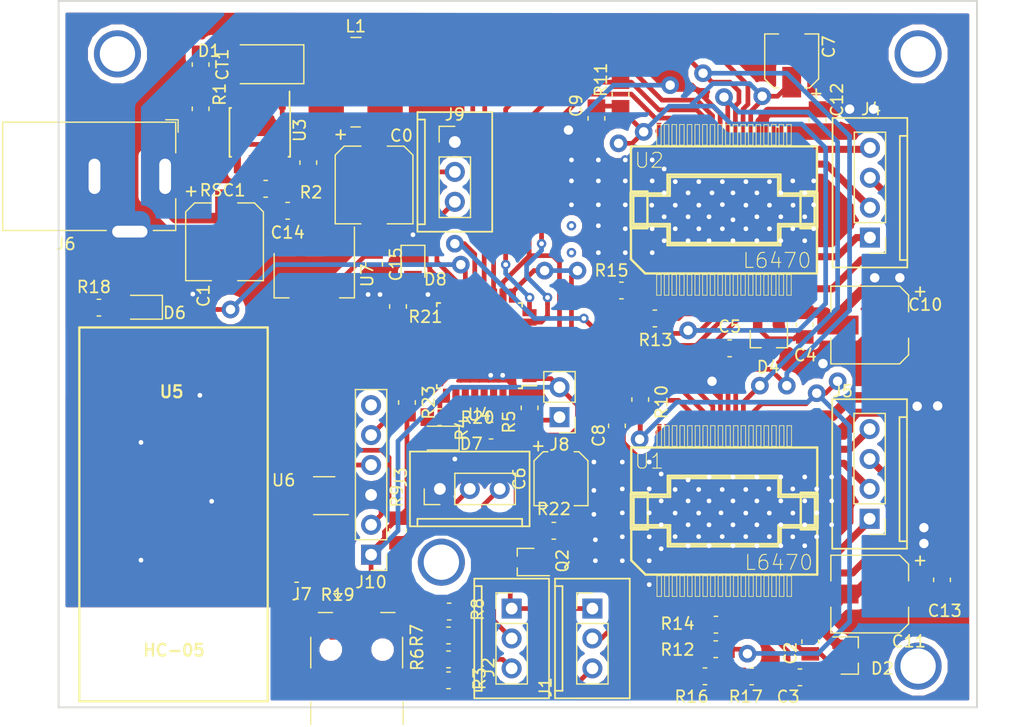
<source format=kicad_pcb>
(kicad_pcb (version 20171130) (host pcbnew 5.0.0-rc2-dev-unknown-b813eac~63~ubuntu16.04.1)

  (general
    (thickness 1.6)
    (drawings 10)
    (tracks 1055)
    (zones 0)
    (modules 66)
    (nets 106)
  )

  (page A4)
  (layers
    (0 F.Cu signal)
    (31 B.Cu signal)
    (32 B.Adhes user)
    (33 F.Adhes user hide)
    (34 B.Paste user)
    (35 F.Paste user)
    (36 B.SilkS user hide)
    (37 F.SilkS user)
    (38 B.Mask user)
    (39 F.Mask user hide)
    (40 Dwgs.User user)
    (41 Cmts.User user)
    (42 Eco1.User user hide)
    (43 Eco2.User user)
    (44 Edge.Cuts user)
    (45 Margin user)
    (46 B.CrtYd user)
    (47 F.CrtYd user)
    (48 B.Fab user)
    (49 F.Fab user)
  )

  (setup
    (last_trace_width 0.4)
    (trace_clearance 0.2)
    (zone_clearance 0.508)
    (zone_45_only yes)
    (trace_min 0.2)
    (segment_width 0.2)
    (edge_width 0.15)
    (via_size 0.8)
    (via_drill 0.4)
    (via_min_size 0.4)
    (via_min_drill 0.3)
    (user_via 4 3)
    (uvia_size 0.3)
    (uvia_drill 0.1)
    (uvias_allowed no)
    (uvia_min_size 0.2)
    (uvia_min_drill 0.1)
    (pcb_text_width 0.3)
    (pcb_text_size 1.5 1.5)
    (mod_edge_width 0.15)
    (mod_text_size 1 1)
    (mod_text_width 0.15)
    (pad_size 1.55 0.6)
    (pad_drill 0)
    (pad_to_mask_clearance 0.2)
    (aux_axis_origin 0 0)
    (visible_elements FFFFFF7F)
    (pcbplotparams
      (layerselection 0x01030_ffffffff)
      (usegerberextensions false)
      (usegerberattributes false)
      (usegerberadvancedattributes false)
      (creategerberjobfile false)
      (excludeedgelayer true)
      (linewidth 0.100000)
      (plotframeref false)
      (viasonmask false)
      (mode 1)
      (useauxorigin false)
      (hpglpennumber 1)
      (hpglpenspeed 20)
      (hpglpendiameter 15)
      (psnegative false)
      (psa4output false)
      (plotreference true)
      (plotvalue true)
      (plotinvisibletext false)
      (padsonsilk false)
      (subtractmaskfromsilk false)
      (outputformat 1)
      (mirror false)
      (drillshape 0)
      (scaleselection 1)
      (outputdirectory gerber/))
  )

  (net 0 "")
  (net 1 +3V3)
  (net 2 GND)
  (net 3 +BATT)
  (net 4 "Net-(C2-Pad2)")
  (net 5 "Net-(C3-Pad2)")
  (net 6 "Net-(C3-Pad1)")
  (net 7 "Net-(C4-Pad2)")
  (net 8 "Net-(C5-Pad2)")
  (net 9 "Net-(C5-Pad1)")
  (net 10 "Net-(CT1-Pad1)")
  (net 11 "Net-(D1-Pad1)")
  (net 12 "Net-(J1-Pad3)")
  (net 13 POS_X)
  (net 14 "Net-(J1-Pad1)")
  (net 15 "Net-(J2-Pad3)")
  (net 16 POS_Y)
  (net 17 NEEDLE)
  (net 18 "Net-(J3-Pad3)")
  (net 19 "Net-(R1-Pad1)")
  (net 20 /BOOT0)
  (net 21 "Net-(R12-Pad2)")
  (net 22 "Net-(R13-Pad2)")
  (net 23 "Net-(R14-Pad1)")
  (net 24 "Net-(R15-Pad1)")
  (net 25 "Net-(R16-Pad2)")
  (net 26 "Net-(RSC1-Pad1)")
  (net 27 /MOT1_2A)
  (net 28 "Net-(U1-Pad32)")
  (net 29 /FLAGn1)
  (net 30 /BUSYn1)
  (net 31 /MOSI)
  (net 32 /SPICLK)
  (net 33 /MISO)
  (net 34 /MOT1_2B)
  (net 35 /MOT1_1B)
  (net 36 "Net-(U1-Pad11)")
  (net 37 "Net-(U1-Pad10)")
  (net 38 /MOT1_1A)
  (net 39 /MOT2_1A)
  (net 40 "Net-(U2-Pad8)")
  (net 41 "Net-(U2-Pad10)")
  (net 42 "Net-(U2-Pad11)")
  (net 43 /MOT2_1B)
  (net 44 /MOT2_2B)
  (net 45 /BUSYn2)
  (net 46 /FLAGn2)
  (net 47 "Net-(U2-Pad32)")
  (net 48 /MOT2_2A)
  (net 49 /BT_RX)
  (net 50 /BT_TX)
  (net 51 "Net-(D6-Pad2)")
  (net 52 "Net-(U5-Pad14)")
  (net 53 "Net-(U5-Pad15)")
  (net 54 "Net-(U5-Pad16)")
  (net 55 "Net-(U5-Pad17)")
  (net 56 "Net-(U5-Pad18)")
  (net 57 "Net-(U5-Pad19)")
  (net 58 "Net-(U5-Pad20)")
  (net 59 "Net-(U5-Pad3)")
  (net 60 "Net-(U5-Pad4)")
  (net 61 "Net-(U5-Pad5)")
  (net 62 "Net-(U5-Pad6)")
  (net 63 "Net-(U5-Pad7)")
  (net 64 "Net-(U5-Pad8)")
  (net 65 "Net-(U5-Pad9)")
  (net 66 "Net-(U5-Pad10)")
  (net 67 "Net-(U5-Pad11)")
  (net 68 "Net-(U5-Pad23)")
  (net 69 "Net-(U5-Pad25)")
  (net 70 "Net-(U5-Pad26)")
  (net 71 "Net-(U5-Pad27)")
  (net 72 "Net-(U5-Pad28)")
  (net 73 "Net-(U5-Pad29)")
  (net 74 "Net-(U5-Pad30)")
  (net 75 "Net-(U5-Pad31)")
  (net 76 "Net-(U5-Pad32)")
  (net 77 "Net-(U5-Pad33)")
  (net 78 "Net-(U5-Pad34)")
  (net 79 "Net-(J7-Pad1)")
  (net 80 "Net-(J7-Pad4)")
  (net 81 "Net-(D7-Pad2)")
  (net 82 "Net-(D8-Pad2)")
  (net 83 "Net-(R20-Pad1)")
  (net 84 "Net-(R21-Pad1)")
  (net 85 "Net-(U6-Pad3)")
  (net 86 "Net-(U6-Pad6)")
  (net 87 "Net-(U6-Pad5)")
  (net 88 /VDD_U1)
  (net 89 /VDD_U2)
  (net 90 /LED_BT)
  (net 91 /USB_N)
  (net 92 /USB_P)
  (net 93 /CSn)
  (net 94 /DAISY1TO2)
  (net 95 "Net-(U4-Pad3)")
  (net 96 POS_EN)
  (net 97 "Net-(U4-Pad30)")
  (net 98 +5V)
  (net 99 "Net-(U4-Pad2)")
  (net 100 FOOT)
  (net 101 "Net-(Q2-Pad1)")
  (net 102 /SWCLK)
  (net 103 /SWDIO)
  (net 104 "Net-(J10-Pad6)")
  (net 105 /NRST)

  (net_class Default "This is the default net class."
    (clearance 0.2)
    (trace_width 0.4)
    (via_dia 0.8)
    (via_drill 0.4)
    (uvia_dia 0.3)
    (uvia_drill 0.1)
    (add_net +3V3)
    (add_net +5V)
    (add_net /BOOT0)
    (add_net /BT_RX)
    (add_net /BT_TX)
    (add_net /BUSYn1)
    (add_net /BUSYn2)
    (add_net /CSn)
    (add_net /DAISY1TO2)
    (add_net /FLAGn1)
    (add_net /FLAGn2)
    (add_net /LED_BT)
    (add_net /MISO)
    (add_net /MOSI)
    (add_net /NRST)
    (add_net /SPICLK)
    (add_net /SWCLK)
    (add_net /SWDIO)
    (add_net /USB_N)
    (add_net /USB_P)
    (add_net /VDD_U1)
    (add_net /VDD_U2)
    (add_net FOOT)
    (add_net GND)
    (add_net NEEDLE)
    (add_net "Net-(C2-Pad2)")
    (add_net "Net-(C3-Pad1)")
    (add_net "Net-(C3-Pad2)")
    (add_net "Net-(C4-Pad2)")
    (add_net "Net-(C5-Pad1)")
    (add_net "Net-(C5-Pad2)")
    (add_net "Net-(CT1-Pad1)")
    (add_net "Net-(D1-Pad1)")
    (add_net "Net-(D6-Pad2)")
    (add_net "Net-(D7-Pad2)")
    (add_net "Net-(D8-Pad2)")
    (add_net "Net-(J1-Pad1)")
    (add_net "Net-(J1-Pad3)")
    (add_net "Net-(J10-Pad6)")
    (add_net "Net-(J2-Pad3)")
    (add_net "Net-(J3-Pad3)")
    (add_net "Net-(J7-Pad1)")
    (add_net "Net-(J7-Pad4)")
    (add_net "Net-(Q2-Pad1)")
    (add_net "Net-(R1-Pad1)")
    (add_net "Net-(R12-Pad2)")
    (add_net "Net-(R13-Pad2)")
    (add_net "Net-(R14-Pad1)")
    (add_net "Net-(R15-Pad1)")
    (add_net "Net-(R16-Pad2)")
    (add_net "Net-(R20-Pad1)")
    (add_net "Net-(R21-Pad1)")
    (add_net "Net-(RSC1-Pad1)")
    (add_net "Net-(U1-Pad10)")
    (add_net "Net-(U1-Pad11)")
    (add_net "Net-(U1-Pad32)")
    (add_net "Net-(U2-Pad10)")
    (add_net "Net-(U2-Pad11)")
    (add_net "Net-(U2-Pad32)")
    (add_net "Net-(U2-Pad8)")
    (add_net "Net-(U4-Pad2)")
    (add_net "Net-(U4-Pad3)")
    (add_net "Net-(U4-Pad30)")
    (add_net "Net-(U5-Pad10)")
    (add_net "Net-(U5-Pad11)")
    (add_net "Net-(U5-Pad14)")
    (add_net "Net-(U5-Pad15)")
    (add_net "Net-(U5-Pad16)")
    (add_net "Net-(U5-Pad17)")
    (add_net "Net-(U5-Pad18)")
    (add_net "Net-(U5-Pad19)")
    (add_net "Net-(U5-Pad20)")
    (add_net "Net-(U5-Pad23)")
    (add_net "Net-(U5-Pad25)")
    (add_net "Net-(U5-Pad26)")
    (add_net "Net-(U5-Pad27)")
    (add_net "Net-(U5-Pad28)")
    (add_net "Net-(U5-Pad29)")
    (add_net "Net-(U5-Pad3)")
    (add_net "Net-(U5-Pad30)")
    (add_net "Net-(U5-Pad31)")
    (add_net "Net-(U5-Pad32)")
    (add_net "Net-(U5-Pad33)")
    (add_net "Net-(U5-Pad34)")
    (add_net "Net-(U5-Pad4)")
    (add_net "Net-(U5-Pad5)")
    (add_net "Net-(U5-Pad6)")
    (add_net "Net-(U5-Pad7)")
    (add_net "Net-(U5-Pad8)")
    (add_net "Net-(U5-Pad9)")
    (add_net "Net-(U6-Pad3)")
    (add_net "Net-(U6-Pad5)")
    (add_net "Net-(U6-Pad6)")
    (add_net POS_EN)
    (add_net POS_X)
    (add_net POS_Y)
  )

  (net_class "power drivers" ""
    (clearance 0.2)
    (trace_width 0.9)
    (via_dia 0.8)
    (via_drill 0.4)
    (uvia_dia 0.3)
    (uvia_drill 0.1)
    (add_net +BATT)
  )

  (net_class "power motors" ""
    (clearance 0.1)
    (trace_width 0.6)
    (via_dia 0.8)
    (via_drill 0.4)
    (uvia_dia 0.3)
    (uvia_drill 0.1)
    (add_net /MOT1_1A)
    (add_net /MOT1_1B)
    (add_net /MOT1_2A)
    (add_net /MOT1_2B)
    (add_net /MOT2_1A)
    (add_net /MOT2_1B)
    (add_net /MOT2_2A)
    (add_net /MOT2_2B)
  )

  (module OE_lib:connector_NSK254_1x03 (layer F.Cu) (tedit 5951267E) (tstamp 5DCEF054)
    (at 151.384 107.95 90)
    (descr NSK245_1x03)
    (tags "Through hole NSK 1x03 2.54mm single row")
    (path /5AB2A00F)
    (fp_text reference J3 (at 0.999 -3.31934 90) (layer F.SilkS)
      (effects (font (size 1 1) (thickness 0.15)))
    )
    (fp_text value CONN_NEEDLE (at 2.649 1.68066 180) (layer F.Fab)
      (effects (font (size 1 1) (thickness 0.15)))
    )
    (fp_line (start -2.54 6.985) (end -3.175 6.985) (layer F.SilkS) (width 0.15))
    (fp_line (start -3.175 -1.905) (end -2.54 -1.905) (layer F.SilkS) (width 0.15))
    (fp_line (start -2.54 -1.905) (end -2.54 6.985) (layer F.SilkS) (width 0.15))
    (fp_line (start -3.175 6.985) (end -3.175 7.62) (layer F.SilkS) (width 0.15))
    (fp_line (start -3.175 7.62) (end 3.175 7.62) (layer F.SilkS) (width 0.15))
    (fp_line (start 3.175 7.62) (end 3.175 6.985) (layer F.SilkS) (width 0.15))
    (fp_line (start -3.175 -1.905) (end -3.175 -2.54) (layer F.SilkS) (width 0.15))
    (fp_line (start -3.175 -2.54) (end 3.175 -2.54) (layer F.SilkS) (width 0.15))
    (fp_line (start 3.175 -2.54) (end 3.175 -1.905) (layer F.SilkS) (width 0.15))
    (fp_line (start 3.175 -1.905) (end 3.175 6.985) (layer F.SilkS) (width 0.15))
    (fp_line (start -3.175 6.985) (end -3.175 -1.905) (layer F.SilkS) (width 0.15))
    (fp_line (start -1.27 -1.27) (end -1.27 6.35) (layer F.Fab) (width 0.1))
    (fp_line (start -1.27 6.35) (end 1.27 6.35) (layer F.Fab) (width 0.1))
    (fp_line (start 1.27 6.35) (end 1.27 -1.27) (layer F.Fab) (width 0.1))
    (fp_line (start 1.27 -1.27) (end -1.27 -1.27) (layer F.Fab) (width 0.1))
    (fp_line (start -1.33 1.27) (end -1.33 6.41) (layer F.SilkS) (width 0.12))
    (fp_line (start -1.33 6.41) (end 1.33 6.41) (layer F.SilkS) (width 0.12))
    (fp_line (start 1.33 6.41) (end 1.33 1.27) (layer F.SilkS) (width 0.12))
    (fp_line (start 1.33 1.27) (end -1.33 1.27) (layer F.SilkS) (width 0.12))
    (fp_line (start -1.33 0) (end -1.33 -1.33) (layer F.SilkS) (width 0.12))
    (fp_line (start -1.33 -1.33) (end 0 -1.33) (layer F.SilkS) (width 0.12))
    (fp_line (start -1.8 -1.8) (end -1.8 6.85) (layer F.CrtYd) (width 0.05))
    (fp_line (start -1.8 6.85) (end 1.8 6.85) (layer F.CrtYd) (width 0.05))
    (fp_line (start 1.8 6.85) (end 1.8 -1.8) (layer F.CrtYd) (width 0.05))
    (fp_line (start 1.8 -1.8) (end -1.8 -1.8) (layer F.CrtYd) (width 0.05))
    (fp_text user %R (at -0.051 -2.01934 270) (layer F.Fab)
      (effects (font (size 1 1) (thickness 0.15)))
    )
    (pad 1 thru_hole rect (at 0 0 90) (size 1.7 1.7) (drill 1) (layers *.Cu *.Mask)
      (net 2 GND))
    (pad 2 thru_hole oval (at 0 2.54 90) (size 1.7 1.7) (drill 1) (layers *.Cu *.Mask)
      (net 17 NEEDLE))
    (pad 3 thru_hole oval (at 0 5.08 90) (size 1.7 1.7) (drill 1) (layers *.Cu *.Mask)
      (net 18 "Net-(J3-Pad3)"))
    (model ${KISYS3DMOD}/Pin_Headers.3dshapes/Pin_Header_Straight_1x03_Pitch2.54mm.wrl
      (offset (xyz 0 -2.539999961853027 0))
      (scale (xyz 1 1 1))
      (rotate (xyz 0 0 90))
    )
  )

  (module Resistor_SMD:R_0805_2012Metric_Pad1.15x1.50mm_HandSolder (layer F.Cu) (tedit 59FE48B8) (tstamp 5DC2E10E)
    (at 161.0625 111.506)
    (descr "Resistor SMD 0805 (2012 Metric), square (rectangular) end terminal, IPC_7351 nominal with elongated pad for handsoldering. (Body size source: http://www.tortai-tech.com/upload/download/2011102023233369053.pdf), generated with kicad-footprint-generator")
    (tags "resistor handsolder")
    (path /5DC98E66)
    (attr smd)
    (fp_text reference R22 (at 0 -1.85) (layer F.SilkS)
      (effects (font (size 1 1) (thickness 0.15)))
    )
    (fp_text value 50 (at 0 1.85) (layer F.Fab)
      (effects (font (size 1 1) (thickness 0.15)))
    )
    (fp_line (start -1 0.6) (end -1 -0.6) (layer F.Fab) (width 0.1))
    (fp_line (start -1 -0.6) (end 1 -0.6) (layer F.Fab) (width 0.1))
    (fp_line (start 1 -0.6) (end 1 0.6) (layer F.Fab) (width 0.1))
    (fp_line (start 1 0.6) (end -1 0.6) (layer F.Fab) (width 0.1))
    (fp_line (start -0.15 -0.71) (end 0.15 -0.71) (layer F.SilkS) (width 0.12))
    (fp_line (start -0.15 0.71) (end 0.15 0.71) (layer F.SilkS) (width 0.12))
    (fp_line (start -1.86 1) (end -1.86 -1) (layer F.CrtYd) (width 0.05))
    (fp_line (start -1.86 -1) (end 1.86 -1) (layer F.CrtYd) (width 0.05))
    (fp_line (start 1.86 -1) (end 1.86 1) (layer F.CrtYd) (width 0.05))
    (fp_line (start 1.86 1) (end -1.86 1) (layer F.CrtYd) (width 0.05))
    (fp_text user %R (at 0 0) (layer F.Fab)
      (effects (font (size 0.5 0.5) (thickness 0.08)))
    )
    (pad 1 smd rect (at -1.0425 0) (size 1.145 1.5) (layers F.Cu F.Paste F.Mask)
      (net 96 POS_EN))
    (pad 2 smd rect (at 1.0425 0) (size 1.145 1.5) (layers F.Cu F.Paste F.Mask)
      (net 101 "Net-(Q2-Pad1)"))
    (model ${KISYS3DMOD}/Resistor_SMD.3dshapes/R_0805_2012Metric.wrl
      (at (xyz 0 0 0))
      (scale (xyz 1 1 1))
      (rotate (xyz 0 0 0))
    )
  )

  (module OE_lib:HC-05 (layer F.Cu) (tedit 5AB7BCE7) (tstamp 5AA58402)
    (at 128.76262 108.98582 180)
    (tags "HC-05, bluetooth")
    (path /5AA867D0)
    (fp_text reference U5 (at 0.16262 9.28582 180) (layer F.SilkS)
      (effects (font (size 1 1) (thickness 0.2)))
    )
    (fp_text value HC-05 (at -0.03738 -12.66418 180) (layer F.SilkS)
      (effects (font (size 1 1) (thickness 0.2)))
    )
    (fp_line (start 7 -16.25) (end 7 -7.5) (layer Dwgs.User) (width 0.2))
    (fp_line (start -7 -7.5) (end -7 -16.25) (layer Dwgs.User) (width 0.2))
    (fp_line (start 7 13.25) (end 6.25 13.25) (layer Dwgs.User) (width 0.2))
    (fp_line (start 7 13.25) (end 7 12.5) (layer Dwgs.User) (width 0.2))
    (fp_line (start -7 13.25) (end -6.25 13.25) (layer Dwgs.User) (width 0.2))
    (fp_line (start -7 13.25) (end -7 12.5) (layer Dwgs.User) (width 0.2))
    (fp_line (start 7 -16.25) (end -7 -16.25) (layer Dwgs.User) (width 0.2))
    (fp_text user "NOT VERIFIED YET" (at 0 -20.25 180) (layer F.SilkS) hide
      (effects (font (size 1.5 1.5) (thickness 0.2)))
    )
    (fp_line (start -8 14.75) (end -8 -17) (layer F.SilkS) (width 0.2))
    (fp_line (start -8 -17) (end 8 -17) (layer F.SilkS) (width 0.2))
    (fp_line (start 8 -17) (end 8 14.75) (layer F.SilkS) (width 0.2))
    (fp_line (start 8 14.75) (end -8 14.75) (layer F.SilkS) (width 0.2))
    (pad 14 smd rect (at -5.25 13.25 180) (size 1 1.8) (layers F.Cu F.Paste F.Mask)
      (net 52 "Net-(U5-Pad14)"))
    (pad 15 smd rect (at -3.75 13.25 180) (size 1 1.8) (layers F.Cu F.Paste F.Mask)
      (net 53 "Net-(U5-Pad15)"))
    (pad 16 smd rect (at -2.25 13.25 180) (size 1 1.8) (layers F.Cu F.Paste F.Mask)
      (net 54 "Net-(U5-Pad16)"))
    (pad 17 smd rect (at -0.75 13.25 180) (size 1 1.8) (layers F.Cu F.Paste F.Mask)
      (net 55 "Net-(U5-Pad17)"))
    (pad 18 smd rect (at 0.75 13.25 180) (size 1 1.8) (layers F.Cu F.Paste F.Mask)
      (net 56 "Net-(U5-Pad18)"))
    (pad 19 smd rect (at 2.25 13.25 180) (size 1 1.8) (layers F.Cu F.Paste F.Mask)
      (net 57 "Net-(U5-Pad19)"))
    (pad 20 smd rect (at 3.75 13.25 180) (size 1 1.8) (layers F.Cu F.Paste F.Mask)
      (net 58 "Net-(U5-Pad20)"))
    (pad 21 smd rect (at 5.25 13.25 180) (size 1 1.8) (layers F.Cu F.Paste F.Mask)
      (net 2 GND))
    (pad 1 smd rect (at -6.5 -6.5 270) (size 1 2) (layers F.Cu F.Paste F.Mask)
      (net 50 /BT_TX))
    (pad 2 smd rect (at -6.5 -5 270) (size 1 2) (layers F.Cu F.Paste F.Mask)
      (net 49 /BT_RX))
    (pad 3 smd rect (at -6.5 -3.5 270) (size 1 2) (layers F.Cu F.Paste F.Mask)
      (net 59 "Net-(U5-Pad3)"))
    (pad 4 smd rect (at -6.5 -2 270) (size 1 2) (layers F.Cu F.Paste F.Mask)
      (net 60 "Net-(U5-Pad4)"))
    (pad 5 smd rect (at -6.5 -0.5 270) (size 1 2) (layers F.Cu F.Paste F.Mask)
      (net 61 "Net-(U5-Pad5)"))
    (pad 6 smd rect (at -6.5 1 270) (size 1 2) (layers F.Cu F.Paste F.Mask)
      (net 62 "Net-(U5-Pad6)"))
    (pad 7 smd rect (at -6.5 2.5 270) (size 1 2) (layers F.Cu F.Paste F.Mask)
      (net 63 "Net-(U5-Pad7)"))
    (pad 8 smd rect (at -6.5 4 270) (size 1 2) (layers F.Cu F.Paste F.Mask)
      (net 64 "Net-(U5-Pad8)"))
    (pad 9 smd rect (at -6.5 5.5 270) (size 1 2) (layers F.Cu F.Paste F.Mask)
      (net 65 "Net-(U5-Pad9)"))
    (pad 10 smd rect (at -6.5 7 270) (size 1 2) (layers F.Cu F.Paste F.Mask)
      (net 66 "Net-(U5-Pad10)"))
    (pad 11 smd rect (at -6.5 8.5 270) (size 1 2) (layers F.Cu F.Paste F.Mask)
      (net 67 "Net-(U5-Pad11)"))
    (pad 12 smd rect (at -6.5 10 270) (size 1 2) (layers F.Cu F.Paste F.Mask)
      (net 1 +3V3))
    (pad 13 smd rect (at -6.5 11.5 270) (size 1 2) (layers F.Cu F.Paste F.Mask)
      (net 2 GND))
    (pad 22 smd rect (at 6.5 11.5 180) (size 2 1) (layers F.Cu F.Paste F.Mask)
      (net 2 GND))
    (pad 23 smd rect (at 6.5 10 180) (size 2 1) (layers F.Cu F.Paste F.Mask)
      (net 68 "Net-(U5-Pad23)"))
    (pad 24 smd rect (at 6.5 8.5 180) (size 2 1) (layers F.Cu F.Paste F.Mask)
      (net 90 /LED_BT))
    (pad 25 smd rect (at 6.5 7 180) (size 2 1) (layers F.Cu F.Paste F.Mask)
      (net 69 "Net-(U5-Pad25)"))
    (pad 26 smd rect (at 6.5 5.5 180) (size 2 1) (layers F.Cu F.Paste F.Mask)
      (net 70 "Net-(U5-Pad26)"))
    (pad 27 smd rect (at 6.5 4 180) (size 2 1) (layers F.Cu F.Paste F.Mask)
      (net 71 "Net-(U5-Pad27)"))
    (pad 28 smd rect (at 6.5 2.5 180) (size 2 1) (layers F.Cu F.Paste F.Mask)
      (net 72 "Net-(U5-Pad28)"))
    (pad 29 smd rect (at 6.5 1 180) (size 2 1) (layers F.Cu F.Paste F.Mask)
      (net 73 "Net-(U5-Pad29)"))
    (pad 30 smd rect (at 6.5 -0.5 180) (size 2 1) (layers F.Cu F.Paste F.Mask)
      (net 74 "Net-(U5-Pad30)"))
    (pad 31 smd rect (at 6.5 -2 180) (size 2 1) (layers F.Cu F.Paste F.Mask)
      (net 75 "Net-(U5-Pad31)"))
    (pad 32 smd rect (at 6.5 -3.5 180) (size 2 1) (layers F.Cu F.Paste F.Mask)
      (net 76 "Net-(U5-Pad32)"))
    (pad 33 smd rect (at 6.5 -5 180) (size 2 1) (layers F.Cu F.Paste F.Mask)
      (net 77 "Net-(U5-Pad33)"))
    (pad 34 smd rect (at 6.5 -6.5 180) (size 2 1) (layers F.Cu F.Paste F.Mask)
      (net 78 "Net-(U5-Pad34)"))
  )

  (module OE_lib:connector_NSK254_1x04_angle (layer F.Cu) (tedit 59512AC2) (tstamp 5AB132F2)
    (at 187.88126 110.4872 180)
    (descr NSK245_1x04)
    (tags "Through hole NSK 1x04 2.54mm single row")
    (path /5AD04D17)
    (fp_text reference J5 (at 2.26726 10.8372 180) (layer F.SilkS)
      (effects (font (size 1 1) (thickness 0.15)))
    )
    (fp_text value CONN_MOT1 (at 2.06726 3.5372 270) (layer F.Fab)
      (effects (font (size 1 1) (thickness 0.15)))
    )
    (fp_text user %R (at 3.31726 2.8872 270) (layer F.Fab)
      (effects (font (size 1 1) (thickness 0.15)))
    )
    (fp_line (start -1.33 -1.33) (end 0 -1.33) (layer F.SilkS) (width 0.12))
    (fp_line (start -1.33 0) (end -1.33 -1.33) (layer F.SilkS) (width 0.12))
    (fp_line (start 1.33 1.27) (end -1.33 1.27) (layer F.SilkS) (width 0.12))
    (fp_line (start 1.32588 8.95096) (end 1.33 1.27) (layer F.SilkS) (width 0.12))
    (fp_line (start -1.33 8.95) (end 1.33 8.95) (layer F.SilkS) (width 0.12))
    (fp_line (start -1.33 1.27) (end -1.33096 8.95096) (layer F.SilkS) (width 0.12))
    (fp_line (start 1.27 -1.27) (end -1.27 -1.27) (layer F.Fab) (width 0.1))
    (fp_line (start 1.27 8.89) (end 1.27 -1.27) (layer F.Fab) (width 0.1))
    (fp_line (start -1.27 8.89) (end 1.27 8.89) (layer F.Fab) (width 0.1))
    (fp_line (start -1.27 -1.27) (end -1.2954 8.89) (layer F.Fab) (width 0.1))
    (fp_line (start -3.175 6.985) (end -3.175 -1.905) (layer F.SilkS) (width 0.15))
    (fp_line (start 3.175 -1.905) (end 3.175 9.525) (layer F.SilkS) (width 0.15))
    (fp_line (start 3.175 -2.54) (end 3.175 -1.905) (layer F.SilkS) (width 0.15))
    (fp_line (start -3.175 -2.54) (end 3.175 -2.54) (layer F.SilkS) (width 0.15))
    (fp_line (start -3.175 -1.905) (end -3.175 -2.54) (layer F.SilkS) (width 0.15))
    (fp_line (start 3.175 10.16) (end 3.175 9.525) (layer F.SilkS) (width 0.15))
    (fp_line (start -3.175 10.16) (end 3.175 10.16) (layer F.SilkS) (width 0.15))
    (fp_line (start -3.175 6.985) (end -3.175 10.16) (layer F.SilkS) (width 0.15))
    (fp_line (start -2.54 -1.905) (end -2.54 8.636) (layer F.SilkS) (width 0.15))
    (fp_line (start -3.175 -1.905) (end -2.54 -1.905) (layer F.SilkS) (width 0.15))
    (fp_line (start -2.54 8.636) (end -3.175 8.636) (layer F.SilkS) (width 0.15))
    (fp_line (start -1.778 -1.524) (end -5.461 -1.524) (layer F.CrtYd) (width 0.05))
    (fp_line (start -13.081 0) (end -13.081 7.62) (layer F.CrtYd) (width 0.05))
    (fp_line (start -5.461 9.017) (end -1.778 9.017) (layer F.CrtYd) (width 0.05))
    (fp_line (start -5.461 9.017) (end -5.461 -1.524) (layer F.CrtYd) (width 0.05))
    (fp_line (start -12.827 -0.254) (end -5.461 -0.254) (layer F.CrtYd) (width 0.05))
    (fp_line (start -12.827 7.874) (end -5.461 7.874) (layer F.CrtYd) (width 0.05))
    (fp_line (start -1.778 -1.524) (end -1.778 9.017) (layer F.CrtYd) (width 0.05))
    (fp_line (start -1.778 -0.762) (end -2.159 -0.762) (layer F.CrtYd) (width 0.05))
    (fp_line (start -2.159 -0.762) (end -2.159 0.508) (layer F.CrtYd) (width 0.05))
    (fp_line (start -2.159 0.508) (end -1.778 0.508) (layer F.CrtYd) (width 0.05))
    (fp_line (start -2.159 3.175) (end -1.778 3.175) (layer F.CrtYd) (width 0.05))
    (fp_line (start -1.778 1.905) (end -2.159 1.905) (layer F.CrtYd) (width 0.05))
    (fp_line (start -2.159 1.905) (end -2.159 3.175) (layer F.CrtYd) (width 0.05))
    (fp_line (start -2.159 5.715) (end -1.778 5.715) (layer F.CrtYd) (width 0.05))
    (fp_line (start -2.159 4.445) (end -2.159 5.715) (layer F.CrtYd) (width 0.05))
    (fp_line (start -1.778 4.445) (end -2.159 4.445) (layer F.CrtYd) (width 0.05))
    (fp_arc (start -12.827 0) (end -12.827 -0.254) (angle -90) (layer F.CrtYd) (width 0.05))
    (fp_arc (start -12.827 7.62) (end -13.081 7.62) (angle -90) (layer F.CrtYd) (width 0.05))
    (fp_line (start 0 -0.254) (end -12.065 -0.254) (layer F.CrtYd) (width 0.15))
    (fp_line (start -12.065 -0.254) (end -12.192 -0.127) (layer F.CrtYd) (width 0.15))
    (fp_line (start -12.192 -0.127) (end -12.192 0.127) (layer F.CrtYd) (width 0.15))
    (fp_line (start -12.192 0.127) (end -12.065 0.254) (layer F.CrtYd) (width 0.15))
    (fp_line (start -12.065 0.254) (end 0 0.254) (layer F.CrtYd) (width 0.15))
    (fp_line (start -12.192 2.667) (end -12.065 2.794) (layer F.CrtYd) (width 0.15))
    (fp_line (start 0 2.286) (end -12.065 2.286) (layer F.CrtYd) (width 0.15))
    (fp_line (start -12.192 2.413) (end -12.192 2.667) (layer F.CrtYd) (width 0.15))
    (fp_line (start -12.065 2.794) (end 0 2.794) (layer F.CrtYd) (width 0.15))
    (fp_line (start -12.065 2.286) (end -12.192 2.413) (layer F.CrtYd) (width 0.15))
    (fp_line (start -12.192 4.953) (end -12.192 5.207) (layer F.CrtYd) (width 0.15))
    (fp_line (start -12.065 4.826) (end -12.192 4.953) (layer F.CrtYd) (width 0.15))
    (fp_line (start -12.192 5.207) (end -12.065 5.334) (layer F.CrtYd) (width 0.15))
    (fp_line (start 0 4.826) (end -12.065 4.826) (layer F.CrtYd) (width 0.15))
    (fp_line (start -12.065 5.334) (end 0 5.334) (layer F.CrtYd) (width 0.15))
    (fp_line (start 0 7.366) (end -12.065 7.366) (layer F.CrtYd) (width 0.15))
    (fp_line (start -12.065 7.366) (end -12.192 7.493) (layer F.CrtYd) (width 0.15))
    (fp_line (start -2.159 6.985) (end -2.159 8.255) (layer F.CrtYd) (width 0.05))
    (fp_line (start -2.159 8.255) (end -1.778 8.255) (layer F.CrtYd) (width 0.05))
    (fp_line (start -12.192 7.747) (end -12.065 7.874) (layer F.CrtYd) (width 0.15))
    (fp_line (start -12.192 7.493) (end -12.192 7.747) (layer F.CrtYd) (width 0.15))
    (fp_line (start -12.065 7.874) (end 0 7.874) (layer F.CrtYd) (width 0.15))
    (fp_line (start -1.778 6.985) (end -2.159 6.985) (layer F.CrtYd) (width 0.05))
    (pad 3 thru_hole oval (at 0 5.08 180) (size 1.7 1.7) (drill 1) (layers *.Cu *.Mask)
      (net 35 /MOT1_1B))
    (pad 2 thru_hole oval (at 0 2.54 180) (size 1.7 1.7) (drill 1) (layers *.Cu *.Mask)
      (net 27 /MOT1_2A))
    (pad 1 thru_hole rect (at 0 0 180) (size 1.7 1.7) (drill 1) (layers *.Cu *.Mask)
      (net 38 /MOT1_1A))
    (pad 4 thru_hole oval (at 0 7.62 180) (size 1.7 1.7) (drill 1) (layers *.Cu *.Mask)
      (net 34 /MOT1_2B))
    (model ${KISYS3DMOD}/Pin_Headers.3dshapes/Pin_Header_Straight_1x03_Pitch2.54mm.wrl
      (offset (xyz 0 -2.539999961853027 0))
      (scale (xyz 1 1 1))
      (rotate (xyz 0 0 90))
    )
  )

  (module Capacitor_SMD:C_0805_2012Metric_Pad1.15x1.50mm_HandSolder (layer F.Cu) (tedit 5AB7BEF8) (tstamp 5DCEBE62)
    (at 175.9955 96.012)
    (descr "Capacitor SMD 0805 (2012 Metric), square (rectangular) end terminal, IPC_7351 nominal with elongated pad for handsoldering. (Body size source: http://www.tortai-tech.com/upload/download/2011102023233369053.pdf), generated with kicad-footprint-generator")
    (tags "capacitor handsolder")
    (path /5AA112E6)
    (attr smd)
    (fp_text reference C5 (at 0 -1.85) (layer F.SilkS)
      (effects (font (size 1 1) (thickness 0.15)))
    )
    (fp_text value 10n (at 0.175 1.3784) (layer F.Fab)
      (effects (font (size 0.5 0.5) (thickness 0.125)))
    )
    (fp_text user %R (at -0.125 0.05842) (layer F.Fab)
      (effects (font (size 0.5 0.5) (thickness 0.08)))
    )
    (fp_line (start 1.86 1) (end -1.86 1) (layer F.CrtYd) (width 0.05))
    (fp_line (start 1.86 -1) (end 1.86 1) (layer F.CrtYd) (width 0.05))
    (fp_line (start -1.86 -1) (end 1.86 -1) (layer F.CrtYd) (width 0.05))
    (fp_line (start -1.86 1) (end -1.86 -1) (layer F.CrtYd) (width 0.05))
    (fp_line (start -0.15 0.71) (end 0.15 0.71) (layer F.SilkS) (width 0.12))
    (fp_line (start -0.15 -0.71) (end 0.15 -0.71) (layer F.SilkS) (width 0.12))
    (fp_line (start 1 0.6) (end -1 0.6) (layer F.Fab) (width 0.1))
    (fp_line (start 1 -0.6) (end 1 0.6) (layer F.Fab) (width 0.1))
    (fp_line (start -1 -0.6) (end 1 -0.6) (layer F.Fab) (width 0.1))
    (fp_line (start -1 0.6) (end -1 -0.6) (layer F.Fab) (width 0.1))
    (pad 2 smd rect (at 1.0425 0) (size 1.145 1.5) (layers F.Cu F.Paste F.Mask)
      (net 8 "Net-(C5-Pad2)"))
    (pad 1 smd rect (at -1.0425 0) (size 1.145 1.5) (layers F.Cu F.Paste F.Mask)
      (net 9 "Net-(C5-Pad1)"))
    (model ${KISYS3DMOD}/Capacitor_SMD.3dshapes/C_0805_2012Metric.wrl
      (at (xyz 0 0 0))
      (scale (xyz 1 1 1))
      (rotate (xyz 0 0 0))
    )
  )

  (module Resistor_SMD:R_0805_2012Metric_Pad1.15x1.50mm_HandSolder (layer F.Cu) (tedit 59FE48B8) (tstamp 5DCED8F0)
    (at 169.6455 93.472)
    (descr "Resistor SMD 0805 (2012 Metric), square (rectangular) end terminal, IPC_7351 nominal with elongated pad for handsoldering. (Body size source: http://www.tortai-tech.com/upload/download/2011102023233369053.pdf), generated with kicad-footprint-generator")
    (tags "resistor handsolder")
    (path /5AA112CC)
    (attr smd)
    (fp_text reference R13 (at 0.0522 1.8328 180) (layer F.SilkS)
      (effects (font (size 1 1) (thickness 0.15)))
    )
    (fp_text value 10k (at -3.3478 0.0328) (layer F.Fab)
      (effects (font (size 1 1) (thickness 0.15)))
    )
    (fp_line (start -1 0.6) (end -1 -0.6) (layer F.Fab) (width 0.1))
    (fp_line (start -1 -0.6) (end 1 -0.6) (layer F.Fab) (width 0.1))
    (fp_line (start 1 -0.6) (end 1 0.6) (layer F.Fab) (width 0.1))
    (fp_line (start 1 0.6) (end -1 0.6) (layer F.Fab) (width 0.1))
    (fp_line (start -0.15 -0.71) (end 0.15 -0.71) (layer F.SilkS) (width 0.12))
    (fp_line (start -0.15 0.71) (end 0.15 0.71) (layer F.SilkS) (width 0.12))
    (fp_line (start -1.86 1) (end -1.86 -1) (layer F.CrtYd) (width 0.05))
    (fp_line (start -1.86 -1) (end 1.86 -1) (layer F.CrtYd) (width 0.05))
    (fp_line (start 1.86 -1) (end 1.86 1) (layer F.CrtYd) (width 0.05))
    (fp_line (start 1.86 1) (end -1.86 1) (layer F.CrtYd) (width 0.05))
    (fp_text user %R (at 0 0) (layer F.Fab)
      (effects (font (size 0.5 0.5) (thickness 0.08)))
    )
    (pad 1 smd rect (at -1.0425 0) (size 1.145 1.5) (layers F.Cu F.Paste F.Mask)
      (net 89 /VDD_U2))
    (pad 2 smd rect (at 1.0425 0) (size 1.145 1.5) (layers F.Cu F.Paste F.Mask)
      (net 22 "Net-(R13-Pad2)"))
    (model ${KISYS3DMOD}/Resistor_SMD.3dshapes/R_0805_2012Metric.wrl
      (at (xyz 0 0 0))
      (scale (xyz 1 1 1))
      (rotate (xyz 0 0 0))
    )
  )

  (module OE_lib:POWERSO36 (layer F.Cu) (tedit 5AAAD641) (tstamp 5DCEEDBF)
    (at 175.53686 109.8296)
    (descr "36 LEADS POWER SMALL OUTLINE PACKAGE")
    (tags "36 LEADS POWER SMALL OUTLINE PACKAGE")
    (path /5A9F0D24)
    (attr smd)
    (fp_text reference U1 (at -6.37286 -4.2296) (layer F.SilkS)
      (effects (font (size 1.27 1.27) (thickness 0.0889)))
    )
    (fp_text value L6470 (at 4.62714 4.3704) (layer F.SilkS)
      (effects (font (size 1.27 1.27) (thickness 0.0889)))
    )
    (fp_line (start -5.715 7.24916) (end -5.334 7.24916) (layer F.SilkS) (width 0.06604))
    (fp_line (start -5.334 7.24916) (end -5.334 5.4991) (layer F.SilkS) (width 0.06604))
    (fp_line (start -5.715 5.4991) (end -5.334 5.4991) (layer F.SilkS) (width 0.06604))
    (fp_line (start -5.715 7.24916) (end -5.715 5.4991) (layer F.SilkS) (width 0.06604))
    (fp_line (start -5.06476 7.24916) (end -4.68376 7.24916) (layer F.SilkS) (width 0.06604))
    (fp_line (start -4.68376 7.24916) (end -4.68376 5.4991) (layer F.SilkS) (width 0.06604))
    (fp_line (start -5.06476 5.4991) (end -4.68376 5.4991) (layer F.SilkS) (width 0.06604))
    (fp_line (start -5.06476 7.24916) (end -5.06476 5.4991) (layer F.SilkS) (width 0.06604))
    (fp_line (start -4.41452 7.24916) (end -4.03352 7.24916) (layer F.SilkS) (width 0.06604))
    (fp_line (start -4.03352 7.24916) (end -4.03352 5.4991) (layer F.SilkS) (width 0.06604))
    (fp_line (start -4.41452 5.4991) (end -4.03352 5.4991) (layer F.SilkS) (width 0.06604))
    (fp_line (start -4.41452 7.24916) (end -4.41452 5.4991) (layer F.SilkS) (width 0.06604))
    (fp_line (start -3.76428 7.24916) (end -3.38328 7.24916) (layer F.SilkS) (width 0.06604))
    (fp_line (start -3.38328 7.24916) (end -3.38328 5.4991) (layer F.SilkS) (width 0.06604))
    (fp_line (start -3.76428 5.4991) (end -3.38328 5.4991) (layer F.SilkS) (width 0.06604))
    (fp_line (start -3.76428 7.24916) (end -3.76428 5.4991) (layer F.SilkS) (width 0.06604))
    (fp_line (start -3.11404 7.24916) (end -2.73304 7.24916) (layer F.SilkS) (width 0.06604))
    (fp_line (start -2.73304 7.24916) (end -2.73304 5.4991) (layer F.SilkS) (width 0.06604))
    (fp_line (start -3.11404 5.4991) (end -2.73304 5.4991) (layer F.SilkS) (width 0.06604))
    (fp_line (start -3.11404 7.24916) (end -3.11404 5.4991) (layer F.SilkS) (width 0.06604))
    (fp_line (start -2.4638 7.24916) (end -2.0828 7.24916) (layer F.SilkS) (width 0.06604))
    (fp_line (start -2.0828 7.24916) (end -2.0828 5.4991) (layer F.SilkS) (width 0.06604))
    (fp_line (start -2.4638 5.4991) (end -2.0828 5.4991) (layer F.SilkS) (width 0.06604))
    (fp_line (start -2.4638 7.24916) (end -2.4638 5.4991) (layer F.SilkS) (width 0.06604))
    (fp_line (start -1.81356 7.24916) (end -1.43256 7.24916) (layer F.SilkS) (width 0.06604))
    (fp_line (start -1.43256 7.24916) (end -1.43256 5.4991) (layer F.SilkS) (width 0.06604))
    (fp_line (start -1.81356 5.4991) (end -1.43256 5.4991) (layer F.SilkS) (width 0.06604))
    (fp_line (start -1.81356 7.24916) (end -1.81356 5.4991) (layer F.SilkS) (width 0.06604))
    (fp_line (start -1.16332 7.24916) (end -0.78486 7.24916) (layer F.SilkS) (width 0.06604))
    (fp_line (start -0.78486 7.24916) (end -0.78486 5.4991) (layer F.SilkS) (width 0.06604))
    (fp_line (start -1.16332 5.4991) (end -0.78486 5.4991) (layer F.SilkS) (width 0.06604))
    (fp_line (start -1.16332 7.24916) (end -1.16332 5.4991) (layer F.SilkS) (width 0.06604))
    (fp_line (start -0.51308 7.24916) (end -0.13462 7.24916) (layer F.SilkS) (width 0.06604))
    (fp_line (start -0.13462 7.24916) (end -0.13462 5.4991) (layer F.SilkS) (width 0.06604))
    (fp_line (start -0.51308 5.4991) (end -0.13462 5.4991) (layer F.SilkS) (width 0.06604))
    (fp_line (start -0.51308 7.24916) (end -0.51308 5.4991) (layer F.SilkS) (width 0.06604))
    (fp_line (start 0.13462 7.24916) (end 0.51308 7.24916) (layer F.SilkS) (width 0.06604))
    (fp_line (start 0.51308 7.24916) (end 0.51308 5.4991) (layer F.SilkS) (width 0.06604))
    (fp_line (start 0.13462 5.4991) (end 0.51308 5.4991) (layer F.SilkS) (width 0.06604))
    (fp_line (start 0.13462 7.24916) (end 0.13462 5.4991) (layer F.SilkS) (width 0.06604))
    (fp_line (start 0.78486 7.24916) (end 1.16332 7.24916) (layer F.SilkS) (width 0.06604))
    (fp_line (start 1.16332 7.24916) (end 1.16332 5.4991) (layer F.SilkS) (width 0.06604))
    (fp_line (start 0.78486 5.4991) (end 1.16332 5.4991) (layer F.SilkS) (width 0.06604))
    (fp_line (start 0.78486 7.24916) (end 0.78486 5.4991) (layer F.SilkS) (width 0.06604))
    (fp_line (start 1.43256 7.24916) (end 1.81356 7.24916) (layer F.SilkS) (width 0.06604))
    (fp_line (start 1.81356 7.24916) (end 1.81356 5.4991) (layer F.SilkS) (width 0.06604))
    (fp_line (start 1.43256 5.4991) (end 1.81356 5.4991) (layer F.SilkS) (width 0.06604))
    (fp_line (start 1.43256 7.24916) (end 1.43256 5.4991) (layer F.SilkS) (width 0.06604))
    (fp_line (start 2.0828 7.24916) (end 2.4638 7.24916) (layer F.SilkS) (width 0.06604))
    (fp_line (start 2.4638 7.24916) (end 2.4638 5.4991) (layer F.SilkS) (width 0.06604))
    (fp_line (start 2.0828 5.4991) (end 2.4638 5.4991) (layer F.SilkS) (width 0.06604))
    (fp_line (start 2.0828 7.24916) (end 2.0828 5.4991) (layer F.SilkS) (width 0.06604))
    (fp_line (start 2.73304 7.24916) (end 3.11404 7.24916) (layer F.SilkS) (width 0.06604))
    (fp_line (start 3.11404 7.24916) (end 3.11404 5.4991) (layer F.SilkS) (width 0.06604))
    (fp_line (start 2.73304 5.4991) (end 3.11404 5.4991) (layer F.SilkS) (width 0.06604))
    (fp_line (start 2.73304 7.24916) (end 2.73304 5.4991) (layer F.SilkS) (width 0.06604))
    (fp_line (start 3.38328 7.24916) (end 3.76428 7.24916) (layer F.SilkS) (width 0.06604))
    (fp_line (start 3.76428 7.24916) (end 3.76428 5.4991) (layer F.SilkS) (width 0.06604))
    (fp_line (start 3.38328 5.4991) (end 3.76428 5.4991) (layer F.SilkS) (width 0.06604))
    (fp_line (start 3.38328 7.24916) (end 3.38328 5.4991) (layer F.SilkS) (width 0.06604))
    (fp_line (start 4.03352 7.24916) (end 4.41452 7.24916) (layer F.SilkS) (width 0.06604))
    (fp_line (start 4.41452 7.24916) (end 4.41452 5.4991) (layer F.SilkS) (width 0.06604))
    (fp_line (start 4.03352 5.4991) (end 4.41452 5.4991) (layer F.SilkS) (width 0.06604))
    (fp_line (start 4.03352 7.24916) (end 4.03352 5.4991) (layer F.SilkS) (width 0.06604))
    (fp_line (start 4.68376 7.24916) (end 5.06476 7.24916) (layer F.SilkS) (width 0.06604))
    (fp_line (start 5.06476 7.24916) (end 5.06476 5.4991) (layer F.SilkS) (width 0.06604))
    (fp_line (start 4.68376 5.4991) (end 5.06476 5.4991) (layer F.SilkS) (width 0.06604))
    (fp_line (start 4.68376 7.24916) (end 4.68376 5.4991) (layer F.SilkS) (width 0.06604))
    (fp_line (start 5.334 7.24916) (end 5.715 7.24916) (layer F.SilkS) (width 0.06604))
    (fp_line (start 5.715 7.24916) (end 5.715 5.4991) (layer F.SilkS) (width 0.06604))
    (fp_line (start 5.334 5.4991) (end 5.715 5.4991) (layer F.SilkS) (width 0.06604))
    (fp_line (start 5.334 7.24916) (end 5.334 5.4991) (layer F.SilkS) (width 0.06604))
    (fp_line (start 5.334 -5.4991) (end 5.715 -5.4991) (layer F.SilkS) (width 0.06604))
    (fp_line (start 5.715 -5.4991) (end 5.715 -7.24916) (layer F.SilkS) (width 0.06604))
    (fp_line (start 5.334 -7.24916) (end 5.715 -7.24916) (layer F.SilkS) (width 0.06604))
    (fp_line (start 5.334 -5.4991) (end 5.334 -7.24916) (layer F.SilkS) (width 0.06604))
    (fp_line (start 4.68376 -5.4991) (end 5.06476 -5.4991) (layer F.SilkS) (width 0.06604))
    (fp_line (start 5.06476 -5.4991) (end 5.06476 -7.24916) (layer F.SilkS) (width 0.06604))
    (fp_line (start 4.68376 -7.24916) (end 5.06476 -7.24916) (layer F.SilkS) (width 0.06604))
    (fp_line (start 4.68376 -5.4991) (end 4.68376 -7.24916) (layer F.SilkS) (width 0.06604))
    (fp_line (start 4.03352 -5.4991) (end 4.41452 -5.4991) (layer F.SilkS) (width 0.06604))
    (fp_line (start 4.41452 -5.4991) (end 4.41452 -7.24916) (layer F.SilkS) (width 0.06604))
    (fp_line (start 4.03352 -7.24916) (end 4.41452 -7.24916) (layer F.SilkS) (width 0.06604))
    (fp_line (start 4.03352 -5.4991) (end 4.03352 -7.24916) (layer F.SilkS) (width 0.06604))
    (fp_line (start 3.38328 -5.4991) (end 3.76428 -5.4991) (layer F.SilkS) (width 0.06604))
    (fp_line (start 3.76428 -5.4991) (end 3.76428 -7.24916) (layer F.SilkS) (width 0.06604))
    (fp_line (start 3.38328 -7.24916) (end 3.76428 -7.24916) (layer F.SilkS) (width 0.06604))
    (fp_line (start 3.38328 -5.4991) (end 3.38328 -7.24916) (layer F.SilkS) (width 0.06604))
    (fp_line (start 2.73304 -5.4991) (end 3.11404 -5.4991) (layer F.SilkS) (width 0.06604))
    (fp_line (start 3.11404 -5.4991) (end 3.11404 -7.24916) (layer F.SilkS) (width 0.06604))
    (fp_line (start 2.73304 -7.24916) (end 3.11404 -7.24916) (layer F.SilkS) (width 0.06604))
    (fp_line (start 2.73304 -5.4991) (end 2.73304 -7.24916) (layer F.SilkS) (width 0.06604))
    (fp_line (start 2.0828 -5.4991) (end 2.4638 -5.4991) (layer F.SilkS) (width 0.06604))
    (fp_line (start 2.4638 -5.4991) (end 2.4638 -7.24916) (layer F.SilkS) (width 0.06604))
    (fp_line (start 2.0828 -7.24916) (end 2.4638 -7.24916) (layer F.SilkS) (width 0.06604))
    (fp_line (start 2.0828 -5.4991) (end 2.0828 -7.24916) (layer F.SilkS) (width 0.06604))
    (fp_line (start 1.43256 -5.4991) (end 1.81356 -5.4991) (layer F.SilkS) (width 0.06604))
    (fp_line (start 1.81356 -5.4991) (end 1.81356 -7.24916) (layer F.SilkS) (width 0.06604))
    (fp_line (start 1.43256 -7.24916) (end 1.81356 -7.24916) (layer F.SilkS) (width 0.06604))
    (fp_line (start 1.43256 -5.4991) (end 1.43256 -7.24916) (layer F.SilkS) (width 0.06604))
    (fp_line (start 0.78486 -5.4991) (end 1.16332 -5.4991) (layer F.SilkS) (width 0.06604))
    (fp_line (start 1.16332 -5.4991) (end 1.16332 -7.24916) (layer F.SilkS) (width 0.06604))
    (fp_line (start 0.78486 -7.24916) (end 1.16332 -7.24916) (layer F.SilkS) (width 0.06604))
    (fp_line (start 0.78486 -5.4991) (end 0.78486 -7.24916) (layer F.SilkS) (width 0.06604))
    (fp_line (start 0.13462 -5.4991) (end 0.51308 -5.4991) (layer F.SilkS) (width 0.06604))
    (fp_line (start 0.51308 -5.4991) (end 0.51308 -7.24916) (layer F.SilkS) (width 0.06604))
    (fp_line (start 0.13462 -7.24916) (end 0.51308 -7.24916) (layer F.SilkS) (width 0.06604))
    (fp_line (start 0.13462 -5.4991) (end 0.13462 -7.24916) (layer F.SilkS) (width 0.06604))
    (fp_line (start -0.51308 -5.4991) (end -0.13462 -5.4991) (layer F.SilkS) (width 0.06604))
    (fp_line (start -0.13462 -5.4991) (end -0.13462 -7.24916) (layer F.SilkS) (width 0.06604))
    (fp_line (start -0.51308 -7.24916) (end -0.13462 -7.24916) (layer F.SilkS) (width 0.06604))
    (fp_line (start -0.51308 -5.4991) (end -0.51308 -7.24916) (layer F.SilkS) (width 0.06604))
    (fp_line (start -1.16332 -5.4991) (end -0.78486 -5.4991) (layer F.SilkS) (width 0.06604))
    (fp_line (start -0.78486 -5.4991) (end -0.78486 -7.24916) (layer F.SilkS) (width 0.06604))
    (fp_line (start -1.16332 -7.24916) (end -0.78486 -7.24916) (layer F.SilkS) (width 0.06604))
    (fp_line (start -1.16332 -5.4991) (end -1.16332 -7.24916) (layer F.SilkS) (width 0.06604))
    (fp_line (start -1.81356 -5.4991) (end -1.43256 -5.4991) (layer F.SilkS) (width 0.06604))
    (fp_line (start -1.43256 -5.4991) (end -1.43256 -7.24916) (layer F.SilkS) (width 0.06604))
    (fp_line (start -1.81356 -7.24916) (end -1.43256 -7.24916) (layer F.SilkS) (width 0.06604))
    (fp_line (start -1.81356 -5.4991) (end -1.81356 -7.24916) (layer F.SilkS) (width 0.06604))
    (fp_line (start -2.4638 -5.4991) (end -2.0828 -5.4991) (layer F.SilkS) (width 0.06604))
    (fp_line (start -2.0828 -5.4991) (end -2.0828 -7.24916) (layer F.SilkS) (width 0.06604))
    (fp_line (start -2.4638 -7.24916) (end -2.0828 -7.24916) (layer F.SilkS) (width 0.06604))
    (fp_line (start -2.4638 -5.4991) (end -2.4638 -7.24916) (layer F.SilkS) (width 0.06604))
    (fp_line (start -3.11404 -5.4991) (end -2.73304 -5.4991) (layer F.SilkS) (width 0.06604))
    (fp_line (start -2.73304 -5.4991) (end -2.73304 -7.24916) (layer F.SilkS) (width 0.06604))
    (fp_line (start -3.11404 -7.24916) (end -2.73304 -7.24916) (layer F.SilkS) (width 0.06604))
    (fp_line (start -3.11404 -5.4991) (end -3.11404 -7.24916) (layer F.SilkS) (width 0.06604))
    (fp_line (start -3.76428 -5.4991) (end -3.38328 -5.4991) (layer F.SilkS) (width 0.06604))
    (fp_line (start -3.38328 -5.4991) (end -3.38328 -7.24916) (layer F.SilkS) (width 0.06604))
    (fp_line (start -3.76428 -7.24916) (end -3.38328 -7.24916) (layer F.SilkS) (width 0.06604))
    (fp_line (start -3.76428 -5.4991) (end -3.76428 -7.24916) (layer F.SilkS) (width 0.06604))
    (fp_line (start -4.41452 -5.4991) (end -4.03352 -5.4991) (layer F.SilkS) (width 0.06604))
    (fp_line (start -4.03352 -5.4991) (end -4.03352 -7.24916) (layer F.SilkS) (width 0.06604))
    (fp_line (start -4.41452 -7.24916) (end -4.03352 -7.24916) (layer F.SilkS) (width 0.06604))
    (fp_line (start -4.41452 -5.4991) (end -4.41452 -7.24916) (layer F.SilkS) (width 0.06604))
    (fp_line (start -5.06476 -5.4991) (end -4.68376 -5.4991) (layer F.SilkS) (width 0.06604))
    (fp_line (start -4.68376 -5.4991) (end -4.68376 -7.24916) (layer F.SilkS) (width 0.06604))
    (fp_line (start -5.06476 -7.24916) (end -4.68376 -7.24916) (layer F.SilkS) (width 0.06604))
    (fp_line (start -5.06476 -5.4991) (end -5.06476 -7.24916) (layer F.SilkS) (width 0.06604))
    (fp_line (start -5.715 -5.4991) (end -5.334 -5.4991) (layer F.SilkS) (width 0.06604))
    (fp_line (start -5.334 -5.4991) (end -5.334 -7.24916) (layer F.SilkS) (width 0.06604))
    (fp_line (start -5.715 -7.24916) (end -5.334 -7.24916) (layer F.SilkS) (width 0.06604))
    (fp_line (start -5.715 -5.4991) (end -5.715 -7.24916) (layer F.SilkS) (width 0.06604))
    (fp_line (start -7.99846 1.4986) (end -6.49986 1.4986) (layer F.SilkS) (width 0.06604))
    (fp_line (start -6.49986 1.4986) (end -6.49986 -1.4986) (layer F.SilkS) (width 0.06604))
    (fp_line (start -7.99846 -1.4986) (end -6.49986 -1.4986) (layer F.SilkS) (width 0.06604))
    (fp_line (start -7.99846 1.4986) (end -7.99846 -1.4986) (layer F.SilkS) (width 0.06604))
    (fp_line (start 6.49986 1.4986) (end 7.99846 1.4986) (layer F.SilkS) (width 0.06604))
    (fp_line (start 7.99846 1.4986) (end 7.99846 -1.4986) (layer F.SilkS) (width 0.06604))
    (fp_line (start 6.49986 -1.4986) (end 7.99846 -1.4986) (layer F.SilkS) (width 0.06604))
    (fp_line (start 6.49986 1.4986) (end 6.49986 -1.4986) (layer F.SilkS) (width 0.06604))
    (fp_line (start -6.49986 5.3975) (end -6.68782 5.3975) (layer F.SilkS) (width 0.2032))
    (fp_line (start -6.68782 5.3975) (end -7.8994 4.18846) (layer F.SilkS) (width 0.2032))
    (fp_line (start -7.8994 4.18846) (end -7.8994 4.00812) (layer F.SilkS) (width 0.2032))
    (fp_line (start -7.8994 4.00812) (end -7.8994 1.55956) (layer F.SilkS) (width 0.2032))
    (fp_line (start -7.8994 1.55956) (end -6.49986 1.55956) (layer F.SilkS) (width 0.2032))
    (fp_line (start -6.49986 1.55956) (end -6.49986 -1.55956) (layer F.SilkS) (width 0.2032))
    (fp_line (start -6.49986 -1.55956) (end -7.8994 -1.55956) (layer F.SilkS) (width 0.2032))
    (fp_line (start -7.8994 -1.55956) (end -7.8994 -5.3975) (layer F.SilkS) (width 0.2032))
    (fp_line (start -7.8994 -5.3975) (end 7.8994 -5.3975) (layer F.SilkS) (width 0.2032))
    (fp_line (start 7.8994 -5.3975) (end 7.8994 -1.55956) (layer F.SilkS) (width 0.2032))
    (fp_line (start 7.8994 1.55956) (end 7.8994 5.3975) (layer F.SilkS) (width 0.2032))
    (fp_line (start 7.8994 5.3975) (end -6.49986 5.3975) (layer F.SilkS) (width 0.2032))
    (fp_line (start 7.8994 -1.55956) (end 6.49986 -1.55956) (layer F.SilkS) (width 0.2032))
    (fp_line (start 6.49986 -1.55956) (end 6.49986 1.55956) (layer F.SilkS) (width 0.2032))
    (fp_line (start 6.49986 1.55956) (end 7.8994 1.55956) (layer F.SilkS) (width 0.2032))
    (fp_line (start -4.89966 1.39954) (end -7.8994 1.39954) (layer F.SilkS) (width 0.2032))
    (fp_line (start -7.8994 1.39954) (end -7.8994 -1.39954) (layer F.SilkS) (width 0.2032))
    (fp_line (start -7.8994 -1.39954) (end -4.79806 -1.39954) (layer F.SilkS) (width 0.2032))
    (fp_line (start -4.79806 -1.39954) (end -4.79806 -2.99974) (layer F.SilkS) (width 0.2032))
    (fp_line (start -4.79806 -2.99974) (end 4.79806 -2.99974) (layer F.SilkS) (width 0.2032))
    (fp_line (start 4.79806 -2.99974) (end 4.79806 -1.39954) (layer F.SilkS) (width 0.2032))
    (fp_line (start 4.79806 -1.39954) (end 7.8994 -1.39954) (layer F.SilkS) (width 0.2032))
    (fp_line (start 7.8994 -1.39954) (end 7.8994 1.39954) (layer F.SilkS) (width 0.2032))
    (fp_line (start 7.8994 1.39954) (end 4.79806 1.39954) (layer F.SilkS) (width 0.2032))
    (fp_line (start 4.79806 1.39954) (end 4.79806 2.99974) (layer F.SilkS) (width 0.2032))
    (fp_line (start 4.79806 2.99974) (end -4.79806 2.99974) (layer F.SilkS) (width 0.2032))
    (fp_line (start -4.79806 2.99974) (end -4.79806 1.39954) (layer F.SilkS) (width 0.2032))
    (fp_line (start -4.79806 1.39954) (end -4.89966 1.39954) (layer F.SilkS) (width 0.2032))
    (fp_line (start -7.69874 -1.19888) (end -4.59994 -1.19888) (layer F.SilkS) (width 0.2032))
    (fp_line (start -4.59994 -1.19888) (end -4.59994 -2.79908) (layer F.SilkS) (width 0.2032))
    (fp_line (start -4.59994 -2.79908) (end 4.59994 -2.79908) (layer F.SilkS) (width 0.2032))
    (fp_line (start 4.59994 -2.79908) (end 4.59994 -1.19888) (layer F.SilkS) (width 0.2032))
    (fp_line (start 4.59994 -1.19888) (end 7.69874 -1.19888) (layer F.SilkS) (width 0.2032))
    (fp_line (start 7.69874 -1.19888) (end 7.69874 1.19888) (layer F.SilkS) (width 0.2032))
    (fp_line (start 7.69874 1.19888) (end 4.59994 1.19888) (layer F.SilkS) (width 0.2032))
    (fp_line (start 4.59994 1.19888) (end 4.59994 2.79908) (layer F.SilkS) (width 0.2032))
    (fp_line (start 4.59994 2.79908) (end -4.59994 2.79908) (layer F.SilkS) (width 0.2032))
    (fp_line (start -4.59994 2.79908) (end -4.59994 1.19888) (layer F.SilkS) (width 0.2032))
    (fp_line (start -4.59994 1.19888) (end -7.69874 1.19888) (layer F.SilkS) (width 0.2032))
    (fp_line (start -7.69874 1.19888) (end -7.69874 -1.19888) (layer F.SilkS) (width 0.2032))
    (pad 1 smd rect (at -5.5245 6.69798) (size 0.39878 1.39954) (layers F.Cu F.Paste F.Mask)
      (net 2 GND))
    (pad 2 smd rect (at -4.87426 6.69798) (size 0.39878 1.39954) (layers F.Cu F.Paste F.Mask)
      (net 38 /MOT1_1A))
    (pad 3 smd rect (at -4.22402 6.69798) (size 0.39878 1.39954) (layers F.Cu F.Paste F.Mask)
      (net 38 /MOT1_1A))
    (pad 4 smd rect (at -3.57378 6.69798) (size 0.39878 1.39954) (layers F.Cu F.Paste F.Mask)
      (net 3 +BATT))
    (pad 5 smd rect (at -2.92354 6.69798) (size 0.39878 1.39954) (layers F.Cu F.Paste F.Mask)
      (net 3 +BATT))
    (pad 6 smd rect (at -2.2733 6.69798) (size 0.39878 1.39954) (layers F.Cu F.Paste F.Mask)
      (net 23 "Net-(R14-Pad1)"))
    (pad 7 smd rect (at -1.62306 6.69798) (size 0.39878 1.39954) (layers F.Cu F.Paste F.Mask)
      (net 21 "Net-(R12-Pad2)"))
    (pad 8 smd rect (at -0.97282 6.69798) (size 0.39878 1.39954) (layers F.Cu F.Paste F.Mask)
      (net 25 "Net-(R16-Pad2)"))
    (pad 9 smd rect (at -0.32258 6.69798) (size 0.39878 1.39954) (layers F.Cu F.Paste F.Mask)
      (net 88 /VDD_U1))
    (pad 10 smd rect (at 0.32258 6.69798) (size 0.39878 1.39954) (layers F.Cu F.Paste F.Mask)
      (net 37 "Net-(U1-Pad10)"))
    (pad 11 smd rect (at 0.97282 6.69798) (size 0.39878 1.39954) (layers F.Cu F.Paste F.Mask)
      (net 36 "Net-(U1-Pad11)"))
    (pad 12 smd rect (at 1.62306 6.69798) (size 0.39878 1.39954) (layers F.Cu F.Paste F.Mask)
      (net 2 GND))
    (pad 13 smd rect (at 2.2733 6.69798) (size 0.39878 1.39954) (layers F.Cu F.Paste F.Mask)
      (net 6 "Net-(C3-Pad1)"))
    (pad 14 smd rect (at 2.92354 6.69798) (size 0.39878 1.39954) (layers F.Cu F.Paste F.Mask)
      (net 4 "Net-(C2-Pad2)"))
    (pad 15 smd rect (at 3.57378 6.69798) (size 0.39878 1.39954) (layers F.Cu F.Paste F.Mask)
      (net 3 +BATT))
    (pad 16 smd rect (at 4.22402 6.69798) (size 0.39878 1.39954) (layers F.Cu F.Paste F.Mask)
      (net 3 +BATT))
    (pad 17 smd rect (at 4.87426 6.69798) (size 0.39878 1.39954) (layers F.Cu F.Paste F.Mask)
      (net 35 /MOT1_1B))
    (pad 18 smd rect (at 5.5245 6.69798) (size 0.39878 1.39954) (layers F.Cu F.Paste F.Mask)
      (net 35 /MOT1_1B))
    (pad 19 smd rect (at 5.5245 -6.69798) (size 0.39878 1.39954) (layers F.Cu F.Paste F.Mask)
      (net 2 GND))
    (pad 20 smd rect (at 4.87426 -6.69798) (size 0.39878 1.39954) (layers F.Cu F.Paste F.Mask)
      (net 34 /MOT1_2B))
    (pad 21 smd rect (at 4.22402 -6.69798) (size 0.39878 1.39954) (layers F.Cu F.Paste F.Mask)
      (net 34 /MOT1_2B))
    (pad 22 smd rect (at 3.57378 -6.69798) (size 0.39878 1.39954) (layers F.Cu F.Paste F.Mask)
      (net 3 +BATT))
    (pad 23 smd rect (at 2.92354 -6.69798) (size 0.39878 1.39954) (layers F.Cu F.Paste F.Mask)
      (net 3 +BATT))
    (pad 24 smd rect (at 2.2733 -6.69798) (size 0.39878 1.39954) (layers F.Cu F.Paste F.Mask)
      (net 88 /VDD_U1))
    (pad 25 smd rect (at 1.62306 -6.69798) (size 0.39878 1.39954) (layers F.Cu F.Paste F.Mask)
      (net 94 /DAISY1TO2))
    (pad 26 smd rect (at 0.97282 -6.69798) (size 0.39878 1.39954) (layers F.Cu F.Paste F.Mask)
      (net 32 /SPICLK))
    (pad 27 smd rect (at 0.32258 -6.69798) (size 0.39878 1.39954) (layers F.Cu F.Paste F.Mask)
      (net 31 /MOSI))
    (pad 28 smd rect (at -0.32258 -6.69798) (size 0.39878 1.39954) (layers F.Cu F.Paste F.Mask)
      (net 2 GND))
    (pad 29 smd rect (at -0.97282 -6.69798) (size 0.39878 1.39954) (layers F.Cu F.Paste F.Mask)
      (net 30 /BUSYn1))
    (pad 30 smd rect (at -1.62306 -6.69798) (size 0.39878 1.39954) (layers F.Cu F.Paste F.Mask)
      (net 93 /CSn))
    (pad 31 smd rect (at -2.2733 -6.69798) (size 0.39878 1.39954) (layers F.Cu F.Paste F.Mask)
      (net 29 /FLAGn1))
    (pad 32 smd rect (at -2.92354 -6.69798) (size 0.39878 1.39954) (layers F.Cu F.Paste F.Mask)
      (net 28 "Net-(U1-Pad32)"))
    (pad 33 smd rect (at -3.57378 -6.69798) (size 0.39878 1.39954) (layers F.Cu F.Paste F.Mask)
      (net 3 +BATT))
    (pad 34 smd rect (at -4.22402 -6.69798) (size 0.39878 1.39954) (layers F.Cu F.Paste F.Mask)
      (net 3 +BATT))
    (pad 35 smd rect (at -4.87426 -6.69798) (size 0.39878 1.39954) (layers F.Cu F.Paste F.Mask)
      (net 27 /MOT1_2A))
    (pad 36 smd rect (at -5.5245 -6.69798) (size 0.39878 1.39954) (layers F.Cu F.Paste F.Mask)
      (net 27 /MOT1_2A))
    (pad GND smd rect (at 0 0) (size 9.79932 6.1976) (layers F.Cu F.Paste F.Mask)
      (net 2 GND) (zone_connect 2))
    (pad GND smd rect (at -6.44906 0) (size 3.0988 2.89814) (layers F.Cu F.Paste F.Mask)
      (net 2 GND) (zone_connect 2))
    (pad GND smd rect (at 6.44906 0) (size 3.0988 2.89814) (layers F.Cu F.Paste F.Mask)
      (net 2 GND) (zone_connect 2))
  )

  (module OE_lib:POWERSO36 (layer F.Cu) (tedit 5AB7C24A) (tstamp 5DCEC002)
    (at 175.51146 84.2518)
    (descr "36 LEADS POWER SMALL OUTLINE PACKAGE")
    (tags "36 LEADS POWER SMALL OUTLINE PACKAGE")
    (path /5AA11281)
    (attr smd)
    (fp_text reference U2 (at -6.34746 -4.2018 180) (layer F.SilkS)
      (effects (font (size 1.27 1.27) (thickness 0.0889)))
    )
    (fp_text value L6470 (at 4.50254 4.2982 180) (layer F.SilkS)
      (effects (font (size 1.27 1.27) (thickness 0.0889)))
    )
    (fp_line (start -5.715 7.24916) (end -5.334 7.24916) (layer F.SilkS) (width 0.06604))
    (fp_line (start -5.334 7.24916) (end -5.334 5.4991) (layer F.SilkS) (width 0.06604))
    (fp_line (start -5.715 5.4991) (end -5.334 5.4991) (layer F.SilkS) (width 0.06604))
    (fp_line (start -5.715 7.24916) (end -5.715 5.4991) (layer F.SilkS) (width 0.06604))
    (fp_line (start -5.06476 7.24916) (end -4.68376 7.24916) (layer F.SilkS) (width 0.06604))
    (fp_line (start -4.68376 7.24916) (end -4.68376 5.4991) (layer F.SilkS) (width 0.06604))
    (fp_line (start -5.06476 5.4991) (end -4.68376 5.4991) (layer F.SilkS) (width 0.06604))
    (fp_line (start -5.06476 7.24916) (end -5.06476 5.4991) (layer F.SilkS) (width 0.06604))
    (fp_line (start -4.41452 7.24916) (end -4.03352 7.24916) (layer F.SilkS) (width 0.06604))
    (fp_line (start -4.03352 7.24916) (end -4.03352 5.4991) (layer F.SilkS) (width 0.06604))
    (fp_line (start -4.41452 5.4991) (end -4.03352 5.4991) (layer F.SilkS) (width 0.06604))
    (fp_line (start -4.41452 7.24916) (end -4.41452 5.4991) (layer F.SilkS) (width 0.06604))
    (fp_line (start -3.76428 7.24916) (end -3.38328 7.24916) (layer F.SilkS) (width 0.06604))
    (fp_line (start -3.38328 7.24916) (end -3.38328 5.4991) (layer F.SilkS) (width 0.06604))
    (fp_line (start -3.76428 5.4991) (end -3.38328 5.4991) (layer F.SilkS) (width 0.06604))
    (fp_line (start -3.76428 7.24916) (end -3.76428 5.4991) (layer F.SilkS) (width 0.06604))
    (fp_line (start -3.11404 7.24916) (end -2.73304 7.24916) (layer F.SilkS) (width 0.06604))
    (fp_line (start -2.73304 7.24916) (end -2.73304 5.4991) (layer F.SilkS) (width 0.06604))
    (fp_line (start -3.11404 5.4991) (end -2.73304 5.4991) (layer F.SilkS) (width 0.06604))
    (fp_line (start -3.11404 7.24916) (end -3.11404 5.4991) (layer F.SilkS) (width 0.06604))
    (fp_line (start -2.4638 7.24916) (end -2.0828 7.24916) (layer F.SilkS) (width 0.06604))
    (fp_line (start -2.0828 7.24916) (end -2.0828 5.4991) (layer F.SilkS) (width 0.06604))
    (fp_line (start -2.4638 5.4991) (end -2.0828 5.4991) (layer F.SilkS) (width 0.06604))
    (fp_line (start -2.4638 7.24916) (end -2.4638 5.4991) (layer F.SilkS) (width 0.06604))
    (fp_line (start -1.81356 7.24916) (end -1.43256 7.24916) (layer F.SilkS) (width 0.06604))
    (fp_line (start -1.43256 7.24916) (end -1.43256 5.4991) (layer F.SilkS) (width 0.06604))
    (fp_line (start -1.81356 5.4991) (end -1.43256 5.4991) (layer F.SilkS) (width 0.06604))
    (fp_line (start -1.81356 7.24916) (end -1.81356 5.4991) (layer F.SilkS) (width 0.06604))
    (fp_line (start -1.16332 7.24916) (end -0.78486 7.24916) (layer F.SilkS) (width 0.06604))
    (fp_line (start -0.78486 7.24916) (end -0.78486 5.4991) (layer F.SilkS) (width 0.06604))
    (fp_line (start -1.16332 5.4991) (end -0.78486 5.4991) (layer F.SilkS) (width 0.06604))
    (fp_line (start -1.16332 7.24916) (end -1.16332 5.4991) (layer F.SilkS) (width 0.06604))
    (fp_line (start -0.51308 7.24916) (end -0.13462 7.24916) (layer F.SilkS) (width 0.06604))
    (fp_line (start -0.13462 7.24916) (end -0.13462 5.4991) (layer F.SilkS) (width 0.06604))
    (fp_line (start -0.51308 5.4991) (end -0.13462 5.4991) (layer F.SilkS) (width 0.06604))
    (fp_line (start -0.51308 7.24916) (end -0.51308 5.4991) (layer F.SilkS) (width 0.06604))
    (fp_line (start 0.13462 7.24916) (end 0.51308 7.24916) (layer F.SilkS) (width 0.06604))
    (fp_line (start 0.51308 7.24916) (end 0.51308 5.4991) (layer F.SilkS) (width 0.06604))
    (fp_line (start 0.13462 5.4991) (end 0.51308 5.4991) (layer F.SilkS) (width 0.06604))
    (fp_line (start 0.13462 7.24916) (end 0.13462 5.4991) (layer F.SilkS) (width 0.06604))
    (fp_line (start 0.78486 7.24916) (end 1.16332 7.24916) (layer F.SilkS) (width 0.06604))
    (fp_line (start 1.16332 7.24916) (end 1.16332 5.4991) (layer F.SilkS) (width 0.06604))
    (fp_line (start 0.78486 5.4991) (end 1.16332 5.4991) (layer F.SilkS) (width 0.06604))
    (fp_line (start 0.78486 7.24916) (end 0.78486 5.4991) (layer F.SilkS) (width 0.06604))
    (fp_line (start 1.43256 7.24916) (end 1.81356 7.24916) (layer F.SilkS) (width 0.06604))
    (fp_line (start 1.81356 7.24916) (end 1.81356 5.4991) (layer F.SilkS) (width 0.06604))
    (fp_line (start 1.43256 5.4991) (end 1.81356 5.4991) (layer F.SilkS) (width 0.06604))
    (fp_line (start 1.43256 7.24916) (end 1.43256 5.4991) (layer F.SilkS) (width 0.06604))
    (fp_line (start 2.0828 7.24916) (end 2.4638 7.24916) (layer F.SilkS) (width 0.06604))
    (fp_line (start 2.4638 7.24916) (end 2.4638 5.4991) (layer F.SilkS) (width 0.06604))
    (fp_line (start 2.0828 5.4991) (end 2.4638 5.4991) (layer F.SilkS) (width 0.06604))
    (fp_line (start 2.0828 7.24916) (end 2.0828 5.4991) (layer F.SilkS) (width 0.06604))
    (fp_line (start 2.73304 7.24916) (end 3.11404 7.24916) (layer F.SilkS) (width 0.06604))
    (fp_line (start 3.11404 7.24916) (end 3.11404 5.4991) (layer F.SilkS) (width 0.06604))
    (fp_line (start 2.73304 5.4991) (end 3.11404 5.4991) (layer F.SilkS) (width 0.06604))
    (fp_line (start 2.73304 7.24916) (end 2.73304 5.4991) (layer F.SilkS) (width 0.06604))
    (fp_line (start 3.38328 7.24916) (end 3.76428 7.24916) (layer F.SilkS) (width 0.06604))
    (fp_line (start 3.76428 7.24916) (end 3.76428 5.4991) (layer F.SilkS) (width 0.06604))
    (fp_line (start 3.38328 5.4991) (end 3.76428 5.4991) (layer F.SilkS) (width 0.06604))
    (fp_line (start 3.38328 7.24916) (end 3.38328 5.4991) (layer F.SilkS) (width 0.06604))
    (fp_line (start 4.03352 7.24916) (end 4.41452 7.24916) (layer F.SilkS) (width 0.06604))
    (fp_line (start 4.41452 7.24916) (end 4.41452 5.4991) (layer F.SilkS) (width 0.06604))
    (fp_line (start 4.03352 5.4991) (end 4.41452 5.4991) (layer F.SilkS) (width 0.06604))
    (fp_line (start 4.03352 7.24916) (end 4.03352 5.4991) (layer F.SilkS) (width 0.06604))
    (fp_line (start 4.68376 7.24916) (end 5.06476 7.24916) (layer F.SilkS) (width 0.06604))
    (fp_line (start 5.06476 7.24916) (end 5.06476 5.4991) (layer F.SilkS) (width 0.06604))
    (fp_line (start 4.68376 5.4991) (end 5.06476 5.4991) (layer F.SilkS) (width 0.06604))
    (fp_line (start 4.68376 7.24916) (end 4.68376 5.4991) (layer F.SilkS) (width 0.06604))
    (fp_line (start 5.334 7.24916) (end 5.715 7.24916) (layer F.SilkS) (width 0.06604))
    (fp_line (start 5.715 7.24916) (end 5.715 5.4991) (layer F.SilkS) (width 0.06604))
    (fp_line (start 5.334 5.4991) (end 5.715 5.4991) (layer F.SilkS) (width 0.06604))
    (fp_line (start 5.334 7.24916) (end 5.334 5.4991) (layer F.SilkS) (width 0.06604))
    (fp_line (start 5.334 -5.4991) (end 5.715 -5.4991) (layer F.SilkS) (width 0.06604))
    (fp_line (start 5.715 -5.4991) (end 5.715 -7.24916) (layer F.SilkS) (width 0.06604))
    (fp_line (start 5.334 -7.24916) (end 5.715 -7.24916) (layer F.SilkS) (width 0.06604))
    (fp_line (start 5.334 -5.4991) (end 5.334 -7.24916) (layer F.SilkS) (width 0.06604))
    (fp_line (start 4.68376 -5.4991) (end 5.06476 -5.4991) (layer F.SilkS) (width 0.06604))
    (fp_line (start 5.06476 -5.4991) (end 5.06476 -7.24916) (layer F.SilkS) (width 0.06604))
    (fp_line (start 4.68376 -7.24916) (end 5.06476 -7.24916) (layer F.SilkS) (width 0.06604))
    (fp_line (start 4.68376 -5.4991) (end 4.68376 -7.24916) (layer F.SilkS) (width 0.06604))
    (fp_line (start 4.03352 -5.4991) (end 4.41452 -5.4991) (layer F.SilkS) (width 0.06604))
    (fp_line (start 4.41452 -5.4991) (end 4.41452 -7.24916) (layer F.SilkS) (width 0.06604))
    (fp_line (start 4.03352 -7.24916) (end 4.41452 -7.24916) (layer F.SilkS) (width 0.06604))
    (fp_line (start 4.03352 -5.4991) (end 4.03352 -7.24916) (layer F.SilkS) (width 0.06604))
    (fp_line (start 3.38328 -5.4991) (end 3.76428 -5.4991) (layer F.SilkS) (width 0.06604))
    (fp_line (start 3.76428 -5.4991) (end 3.76428 -7.24916) (layer F.SilkS) (width 0.06604))
    (fp_line (start 3.38328 -7.24916) (end 3.76428 -7.24916) (layer F.SilkS) (width 0.06604))
    (fp_line (start 3.38328 -5.4991) (end 3.38328 -7.24916) (layer F.SilkS) (width 0.06604))
    (fp_line (start 2.73304 -5.4991) (end 3.11404 -5.4991) (layer F.SilkS) (width 0.06604))
    (fp_line (start 3.11404 -5.4991) (end 3.11404 -7.24916) (layer F.SilkS) (width 0.06604))
    (fp_line (start 2.73304 -7.24916) (end 3.11404 -7.24916) (layer F.SilkS) (width 0.06604))
    (fp_line (start 2.73304 -5.4991) (end 2.73304 -7.24916) (layer F.SilkS) (width 0.06604))
    (fp_line (start 2.0828 -5.4991) (end 2.4638 -5.4991) (layer F.SilkS) (width 0.06604))
    (fp_line (start 2.4638 -5.4991) (end 2.4638 -7.24916) (layer F.SilkS) (width 0.06604))
    (fp_line (start 2.0828 -7.24916) (end 2.4638 -7.24916) (layer F.SilkS) (width 0.06604))
    (fp_line (start 2.0828 -5.4991) (end 2.0828 -7.24916) (layer F.SilkS) (width 0.06604))
    (fp_line (start 1.43256 -5.4991) (end 1.81356 -5.4991) (layer F.SilkS) (width 0.06604))
    (fp_line (start 1.81356 -5.4991) (end 1.81356 -7.24916) (layer F.SilkS) (width 0.06604))
    (fp_line (start 1.43256 -7.24916) (end 1.81356 -7.24916) (layer F.SilkS) (width 0.06604))
    (fp_line (start 1.43256 -5.4991) (end 1.43256 -7.24916) (layer F.SilkS) (width 0.06604))
    (fp_line (start 0.78486 -5.4991) (end 1.16332 -5.4991) (layer F.SilkS) (width 0.06604))
    (fp_line (start 1.16332 -5.4991) (end 1.16332 -7.24916) (layer F.SilkS) (width 0.06604))
    (fp_line (start 0.78486 -7.24916) (end 1.16332 -7.24916) (layer F.SilkS) (width 0.06604))
    (fp_line (start 0.78486 -5.4991) (end 0.78486 -7.24916) (layer F.SilkS) (width 0.06604))
    (fp_line (start 0.13462 -5.4991) (end 0.51308 -5.4991) (layer F.SilkS) (width 0.06604))
    (fp_line (start 0.51308 -5.4991) (end 0.51308 -7.24916) (layer F.SilkS) (width 0.06604))
    (fp_line (start 0.13462 -7.24916) (end 0.51308 -7.24916) (layer F.SilkS) (width 0.06604))
    (fp_line (start 0.13462 -5.4991) (end 0.13462 -7.24916) (layer F.SilkS) (width 0.06604))
    (fp_line (start -0.51308 -5.4991) (end -0.13462 -5.4991) (layer F.SilkS) (width 0.06604))
    (fp_line (start -0.13462 -5.4991) (end -0.13462 -7.24916) (layer F.SilkS) (width 0.06604))
    (fp_line (start -0.51308 -7.24916) (end -0.13462 -7.24916) (layer F.SilkS) (width 0.06604))
    (fp_line (start -0.51308 -5.4991) (end -0.51308 -7.24916) (layer F.SilkS) (width 0.06604))
    (fp_line (start -1.16332 -5.4991) (end -0.78486 -5.4991) (layer F.SilkS) (width 0.06604))
    (fp_line (start -0.78486 -5.4991) (end -0.78486 -7.24916) (layer F.SilkS) (width 0.06604))
    (fp_line (start -1.16332 -7.24916) (end -0.78486 -7.24916) (layer F.SilkS) (width 0.06604))
    (fp_line (start -1.16332 -5.4991) (end -1.16332 -7.24916) (layer F.SilkS) (width 0.06604))
    (fp_line (start -1.81356 -5.4991) (end -1.43256 -5.4991) (layer F.SilkS) (width 0.06604))
    (fp_line (start -1.43256 -5.4991) (end -1.43256 -7.24916) (layer F.SilkS) (width 0.06604))
    (fp_line (start -1.81356 -7.24916) (end -1.43256 -7.24916) (layer F.SilkS) (width 0.06604))
    (fp_line (start -1.81356 -5.4991) (end -1.81356 -7.24916) (layer F.SilkS) (width 0.06604))
    (fp_line (start -2.4638 -5.4991) (end -2.0828 -5.4991) (layer F.SilkS) (width 0.06604))
    (fp_line (start -2.0828 -5.4991) (end -2.0828 -7.24916) (layer F.SilkS) (width 0.06604))
    (fp_line (start -2.4638 -7.24916) (end -2.0828 -7.24916) (layer F.SilkS) (width 0.06604))
    (fp_line (start -2.4638 -5.4991) (end -2.4638 -7.24916) (layer F.SilkS) (width 0.06604))
    (fp_line (start -3.11404 -5.4991) (end -2.73304 -5.4991) (layer F.SilkS) (width 0.06604))
    (fp_line (start -2.73304 -5.4991) (end -2.73304 -7.24916) (layer F.SilkS) (width 0.06604))
    (fp_line (start -3.11404 -7.24916) (end -2.73304 -7.24916) (layer F.SilkS) (width 0.06604))
    (fp_line (start -3.11404 -5.4991) (end -3.11404 -7.24916) (layer F.SilkS) (width 0.06604))
    (fp_line (start -3.76428 -5.4991) (end -3.38328 -5.4991) (layer F.SilkS) (width 0.06604))
    (fp_line (start -3.38328 -5.4991) (end -3.38328 -7.24916) (layer F.SilkS) (width 0.06604))
    (fp_line (start -3.76428 -7.24916) (end -3.38328 -7.24916) (layer F.SilkS) (width 0.06604))
    (fp_line (start -3.76428 -5.4991) (end -3.76428 -7.24916) (layer F.SilkS) (width 0.06604))
    (fp_line (start -4.41452 -5.4991) (end -4.03352 -5.4991) (layer F.SilkS) (width 0.06604))
    (fp_line (start -4.03352 -5.4991) (end -4.03352 -7.24916) (layer F.SilkS) (width 0.06604))
    (fp_line (start -4.41452 -7.24916) (end -4.03352 -7.24916) (layer F.SilkS) (width 0.06604))
    (fp_line (start -4.41452 -5.4991) (end -4.41452 -7.24916) (layer F.SilkS) (width 0.06604))
    (fp_line (start -5.06476 -5.4991) (end -4.68376 -5.4991) (layer F.SilkS) (width 0.06604))
    (fp_line (start -4.68376 -5.4991) (end -4.68376 -7.24916) (layer F.SilkS) (width 0.06604))
    (fp_line (start -5.06476 -7.24916) (end -4.68376 -7.24916) (layer F.SilkS) (width 0.06604))
    (fp_line (start -5.06476 -5.4991) (end -5.06476 -7.24916) (layer F.SilkS) (width 0.06604))
    (fp_line (start -5.715 -5.4991) (end -5.334 -5.4991) (layer F.SilkS) (width 0.06604))
    (fp_line (start -5.334 -5.4991) (end -5.334 -7.24916) (layer F.SilkS) (width 0.06604))
    (fp_line (start -5.715 -7.24916) (end -5.334 -7.24916) (layer F.SilkS) (width 0.06604))
    (fp_line (start -5.715 -5.4991) (end -5.715 -7.24916) (layer F.SilkS) (width 0.06604))
    (fp_line (start -7.99846 1.4986) (end -6.49986 1.4986) (layer F.SilkS) (width 0.06604))
    (fp_line (start -6.49986 1.4986) (end -6.49986 -1.4986) (layer F.SilkS) (width 0.06604))
    (fp_line (start -7.99846 -1.4986) (end -6.49986 -1.4986) (layer F.SilkS) (width 0.06604))
    (fp_line (start -7.99846 1.4986) (end -7.99846 -1.4986) (layer F.SilkS) (width 0.06604))
    (fp_line (start 6.49986 1.4986) (end 7.99846 1.4986) (layer F.SilkS) (width 0.06604))
    (fp_line (start 7.99846 1.4986) (end 7.99846 -1.4986) (layer F.SilkS) (width 0.06604))
    (fp_line (start 6.49986 -1.4986) (end 7.99846 -1.4986) (layer F.SilkS) (width 0.06604))
    (fp_line (start 6.49986 1.4986) (end 6.49986 -1.4986) (layer F.SilkS) (width 0.06604))
    (fp_line (start -6.49986 5.3975) (end -6.68782 5.3975) (layer F.SilkS) (width 0.2032))
    (fp_line (start -6.68782 5.3975) (end -7.8994 4.18846) (layer F.SilkS) (width 0.2032))
    (fp_line (start -7.8994 4.18846) (end -7.8994 4.00812) (layer F.SilkS) (width 0.2032))
    (fp_line (start -7.8994 4.00812) (end -7.8994 1.55956) (layer F.SilkS) (width 0.2032))
    (fp_line (start -7.8994 1.55956) (end -6.49986 1.55956) (layer F.SilkS) (width 0.2032))
    (fp_line (start -6.49986 1.55956) (end -6.49986 -1.55956) (layer F.SilkS) (width 0.2032))
    (fp_line (start -6.49986 -1.55956) (end -7.8994 -1.55956) (layer F.SilkS) (width 0.2032))
    (fp_line (start -7.8994 -1.55956) (end -7.8994 -5.3975) (layer F.SilkS) (width 0.2032))
    (fp_line (start -7.8994 -5.3975) (end 7.8994 -5.3975) (layer F.SilkS) (width 0.2032))
    (fp_line (start 7.8994 -5.3975) (end 7.8994 -1.55956) (layer F.SilkS) (width 0.2032))
    (fp_line (start 7.8994 1.55956) (end 7.8994 5.3975) (layer F.SilkS) (width 0.2032))
    (fp_line (start 7.8994 5.3975) (end -6.49986 5.3975) (layer F.SilkS) (width 0.2032))
    (fp_line (start 7.8994 -1.55956) (end 6.49986 -1.55956) (layer F.SilkS) (width 0.2032))
    (fp_line (start 6.49986 -1.55956) (end 6.49986 1.55956) (layer F.SilkS) (width 0.2032))
    (fp_line (start 6.49986 1.55956) (end 7.8994 1.55956) (layer F.SilkS) (width 0.2032))
    (fp_line (start -4.89966 1.39954) (end -7.8994 1.39954) (layer F.SilkS) (width 0.2032))
    (fp_line (start -7.8994 1.39954) (end -7.8994 -1.39954) (layer F.SilkS) (width 0.2032))
    (fp_line (start -7.8994 -1.39954) (end -4.79806 -1.39954) (layer F.SilkS) (width 0.2032))
    (fp_line (start -4.79806 -1.39954) (end -4.79806 -2.99974) (layer F.SilkS) (width 0.2032))
    (fp_line (start -4.79806 -2.99974) (end 4.79806 -2.99974) (layer F.SilkS) (width 0.2032))
    (fp_line (start 4.79806 -2.99974) (end 4.79806 -1.39954) (layer F.SilkS) (width 0.2032))
    (fp_line (start 4.79806 -1.39954) (end 7.8994 -1.39954) (layer F.SilkS) (width 0.2032))
    (fp_line (start 7.8994 -1.39954) (end 7.8994 1.39954) (layer F.SilkS) (width 0.2032))
    (fp_line (start 7.8994 1.39954) (end 4.79806 1.39954) (layer F.SilkS) (width 0.2032))
    (fp_line (start 4.79806 1.39954) (end 4.79806 2.99974) (layer F.SilkS) (width 0.2032))
    (fp_line (start 4.79806 2.99974) (end -4.79806 2.99974) (layer F.SilkS) (width 0.2032))
    (fp_line (start -4.79806 2.99974) (end -4.79806 1.39954) (layer F.SilkS) (width 0.2032))
    (fp_line (start -4.79806 1.39954) (end -4.89966 1.39954) (layer F.SilkS) (width 0.2032))
    (fp_line (start -7.69874 -1.19888) (end -4.59994 -1.19888) (layer F.SilkS) (width 0.2032))
    (fp_line (start -4.59994 -1.19888) (end -4.59994 -2.79908) (layer F.SilkS) (width 0.2032))
    (fp_line (start -4.59994 -2.79908) (end 4.59994 -2.79908) (layer F.SilkS) (width 0.2032))
    (fp_line (start 4.59994 -2.79908) (end 4.59994 -1.19888) (layer F.SilkS) (width 0.2032))
    (fp_line (start 4.59994 -1.19888) (end 7.69874 -1.19888) (layer F.SilkS) (width 0.2032))
    (fp_line (start 7.69874 -1.19888) (end 7.69874 1.19888) (layer F.SilkS) (width 0.2032))
    (fp_line (start 7.69874 1.19888) (end 4.59994 1.19888) (layer F.SilkS) (width 0.2032))
    (fp_line (start 4.59994 1.19888) (end 4.59994 2.79908) (layer F.SilkS) (width 0.2032))
    (fp_line (start 4.59994 2.79908) (end -4.59994 2.79908) (layer F.SilkS) (width 0.2032))
    (fp_line (start -4.59994 2.79908) (end -4.59994 1.19888) (layer F.SilkS) (width 0.2032))
    (fp_line (start -4.59994 1.19888) (end -7.69874 1.19888) (layer F.SilkS) (width 0.2032))
    (fp_line (start -7.69874 1.19888) (end -7.69874 -1.19888) (layer F.SilkS) (width 0.2032))
    (pad 1 smd rect (at -5.5245 6.69798) (size 0.39878 1.39954) (layers F.Cu F.Paste F.Mask)
      (net 2 GND))
    (pad 2 smd rect (at -4.87426 6.69798) (size 0.39878 1.39954) (layers F.Cu F.Paste F.Mask)
      (net 39 /MOT2_1A))
    (pad 3 smd rect (at -4.22402 6.69798) (size 0.39878 1.39954) (layers F.Cu F.Paste F.Mask)
      (net 39 /MOT2_1A))
    (pad 4 smd rect (at -3.57378 6.69798) (size 0.39878 1.39954) (layers F.Cu F.Paste F.Mask)
      (net 3 +BATT))
    (pad 5 smd rect (at -2.92354 6.69798) (size 0.39878 1.39954) (layers F.Cu F.Paste F.Mask)
      (net 3 +BATT))
    (pad 6 smd rect (at -2.2733 6.69798) (size 0.39878 1.39954) (layers F.Cu F.Paste F.Mask)
      (net 24 "Net-(R15-Pad1)"))
    (pad 7 smd rect (at -1.62306 6.69798) (size 0.39878 1.39954) (layers F.Cu F.Paste F.Mask)
      (net 22 "Net-(R13-Pad2)"))
    (pad 8 smd rect (at -0.97282 6.69798) (size 0.39878 1.39954) (layers F.Cu F.Paste F.Mask)
      (net 40 "Net-(U2-Pad8)"))
    (pad 9 smd rect (at -0.32258 6.69798) (size 0.39878 1.39954) (layers F.Cu F.Paste F.Mask)
      (net 89 /VDD_U2))
    (pad 10 smd rect (at 0.32258 6.69798) (size 0.39878 1.39954) (layers F.Cu F.Paste F.Mask)
      (net 41 "Net-(U2-Pad10)"))
    (pad 11 smd rect (at 0.97282 6.69798) (size 0.39878 1.39954) (layers F.Cu F.Paste F.Mask)
      (net 42 "Net-(U2-Pad11)"))
    (pad 12 smd rect (at 1.62306 6.69798) (size 0.39878 1.39954) (layers F.Cu F.Paste F.Mask)
      (net 2 GND))
    (pad 13 smd rect (at 2.2733 6.69798) (size 0.39878 1.39954) (layers F.Cu F.Paste F.Mask)
      (net 9 "Net-(C5-Pad1)"))
    (pad 14 smd rect (at 2.92354 6.69798) (size 0.39878 1.39954) (layers F.Cu F.Paste F.Mask)
      (net 7 "Net-(C4-Pad2)"))
    (pad 15 smd rect (at 3.57378 6.69798) (size 0.39878 1.39954) (layers F.Cu F.Paste F.Mask)
      (net 3 +BATT))
    (pad 16 smd rect (at 4.22402 6.69798) (size 0.39878 1.39954) (layers F.Cu F.Paste F.Mask)
      (net 3 +BATT))
    (pad 17 smd rect (at 4.87426 6.69798) (size 0.39878 1.39954) (layers F.Cu F.Paste F.Mask)
      (net 43 /MOT2_1B))
    (pad 18 smd rect (at 5.5245 6.69798) (size 0.39878 1.39954) (layers F.Cu F.Paste F.Mask)
      (net 43 /MOT2_1B))
    (pad 19 smd rect (at 5.5245 -6.69798) (size 0.39878 1.39954) (layers F.Cu F.Paste F.Mask)
      (net 2 GND))
    (pad 20 smd rect (at 4.87426 -6.69798) (size 0.39878 1.39954) (layers F.Cu F.Paste F.Mask)
      (net 44 /MOT2_2B))
    (pad 21 smd rect (at 4.22402 -6.69798) (size 0.39878 1.39954) (layers F.Cu F.Paste F.Mask)
      (net 44 /MOT2_2B))
    (pad 22 smd rect (at 3.57378 -6.69798) (size 0.39878 1.39954) (layers F.Cu F.Paste F.Mask)
      (net 3 +BATT))
    (pad 23 smd rect (at 2.92354 -6.69798) (size 0.39878 1.39954) (layers F.Cu F.Paste F.Mask)
      (net 3 +BATT))
    (pad 24 smd rect (at 2.2733 -6.69798) (size 0.39878 1.39954) (layers F.Cu F.Paste F.Mask)
      (net 89 /VDD_U2))
    (pad 25 smd rect (at 1.62306 -6.69798) (size 0.39878 1.39954) (layers F.Cu F.Paste F.Mask)
      (net 33 /MISO))
    (pad 26 smd rect (at 0.97282 -6.69798) (size 0.39878 1.39954) (layers F.Cu F.Paste F.Mask)
      (net 32 /SPICLK))
    (pad 27 smd rect (at 0.32258 -6.69798) (size 0.39878 1.39954) (layers F.Cu F.Paste F.Mask)
      (net 94 /DAISY1TO2))
    (pad 28 smd rect (at -0.32258 -6.69798) (size 0.39878 1.39954) (layers F.Cu F.Paste F.Mask)
      (net 2 GND))
    (pad 29 smd rect (at -0.97282 -6.69798) (size 0.39878 1.39954) (layers F.Cu F.Paste F.Mask)
      (net 45 /BUSYn2))
    (pad 30 smd rect (at -1.62306 -6.69798) (size 0.39878 1.39954) (layers F.Cu F.Paste F.Mask)
      (net 93 /CSn))
    (pad 31 smd rect (at -2.2733 -6.69798) (size 0.39878 1.39954) (layers F.Cu F.Paste F.Mask)
      (net 46 /FLAGn2))
    (pad 32 smd rect (at -2.92354 -6.69798) (size 0.39878 1.39954) (layers F.Cu F.Paste F.Mask)
      (net 47 "Net-(U2-Pad32)"))
    (pad 33 smd rect (at -3.57378 -6.69798) (size 0.39878 1.39954) (layers F.Cu F.Paste F.Mask)
      (net 3 +BATT))
    (pad 34 smd rect (at -4.22402 -6.69798) (size 0.39878 1.39954) (layers F.Cu F.Paste F.Mask)
      (net 3 +BATT))
    (pad 35 smd rect (at -4.87426 -6.69798) (size 0.39878 1.39954) (layers F.Cu F.Paste F.Mask)
      (net 48 /MOT2_2A))
    (pad 36 smd rect (at -5.5245 -6.69798) (size 0.39878 1.39954) (layers F.Cu F.Paste F.Mask)
      (net 48 /MOT2_2A))
    (pad GND smd rect (at 0 0) (size 9.79932 6.1976) (layers F.Cu F.Paste F.Mask)
      (net 2 GND) (zone_connect 2))
    (pad GND smd rect (at -6.44906 0) (size 3.0988 2.89814) (layers F.Cu F.Paste F.Mask)
      (net 2 GND) (zone_connect 2))
    (pad GND smd rect (at 6.44906 0) (size 3.0988 2.89814) (layers F.Cu F.Paste F.Mask)
      (net 2 GND) (zone_connect 2))
  )

  (module Resistor_SMD:R_0805_2012Metric_Pad1.15x1.50mm_HandSolder (layer F.Cu) (tedit 59FE48B8) (tstamp 5DCEC92D)
    (at 166.8007 91.0971 180)
    (descr "Resistor SMD 0805 (2012 Metric), square (rectangular) end terminal, IPC_7351 nominal with elongated pad for handsoldering. (Body size source: http://www.tortai-tech.com/upload/download/2011102023233369053.pdf), generated with kicad-footprint-generator")
    (tags "resistor handsolder")
    (path /5AA112B0)
    (attr smd)
    (fp_text reference R15 (at 0.8367 1.6971) (layer F.SilkS)
      (effects (font (size 1 1) (thickness 0.15)))
    )
    (fp_text value 10k (at 3.4367 0.0971 180) (layer F.Fab)
      (effects (font (size 1 1) (thickness 0.15)))
    )
    (fp_text user %R (at 0 0 180) (layer F.Fab)
      (effects (font (size 0.5 0.5) (thickness 0.08)))
    )
    (fp_line (start 1.86 1) (end -1.86 1) (layer F.CrtYd) (width 0.05))
    (fp_line (start 1.86 -1) (end 1.86 1) (layer F.CrtYd) (width 0.05))
    (fp_line (start -1.86 -1) (end 1.86 -1) (layer F.CrtYd) (width 0.05))
    (fp_line (start -1.86 1) (end -1.86 -1) (layer F.CrtYd) (width 0.05))
    (fp_line (start -0.15 0.71) (end 0.15 0.71) (layer F.SilkS) (width 0.12))
    (fp_line (start -0.15 -0.71) (end 0.15 -0.71) (layer F.SilkS) (width 0.12))
    (fp_line (start 1 0.6) (end -1 0.6) (layer F.Fab) (width 0.1))
    (fp_line (start 1 -0.6) (end 1 0.6) (layer F.Fab) (width 0.1))
    (fp_line (start -1 -0.6) (end 1 -0.6) (layer F.Fab) (width 0.1))
    (fp_line (start -1 0.6) (end -1 -0.6) (layer F.Fab) (width 0.1))
    (pad 2 smd rect (at 1.0425 0 180) (size 1.145 1.5) (layers F.Cu F.Paste F.Mask)
      (net 89 /VDD_U2))
    (pad 1 smd rect (at -1.0425 0 180) (size 1.145 1.5) (layers F.Cu F.Paste F.Mask)
      (net 24 "Net-(R15-Pad1)"))
    (model ${KISYS3DMOD}/Resistor_SMD.3dshapes/R_0805_2012Metric.wrl
      (at (xyz 0 0 0))
      (scale (xyz 1 1 1))
      (rotate (xyz 0 0 0))
    )
  )

  (module LED_SMD:LED_0805_2012Metric_Pad0.97x1.50mm_HandSolder (layer F.Cu) (tedit 5AB7BDF9) (tstamp 5DCEFD7A)
    (at 151.318 103.632 180)
    (descr "LED SMD 0805 (2012 Metric), square (rectangular) end terminal, IPC_7351 nominal, (Body size source: http://www.tortai-tech.com/upload/download/2011102023233369053.pdf), generated with kicad-footprint-generator")
    (tags "LED handsolder")
    (path /5AC3A739)
    (attr smd)
    (fp_text reference D7 (at -2.7272 -0.4844) (layer F.SilkS)
      (effects (font (size 1 1) (thickness 0.15)))
    )
    (fp_text value "RED 1.95V" (at -3.7272 0.5156 180) (layer F.Fab)
      (effects (font (size 0.5 0.5) (thickness 0.125)))
    )
    (fp_text user %R (at 0 0 180) (layer F.Fab)
      (effects (font (size 0.5 0.5) (thickness 0.08)))
    )
    (fp_line (start 1.69 1) (end -1.69 1) (layer F.CrtYd) (width 0.05))
    (fp_line (start 1.69 -1) (end 1.69 1) (layer F.CrtYd) (width 0.05))
    (fp_line (start -1.69 -1) (end 1.69 -1) (layer F.CrtYd) (width 0.05))
    (fp_line (start -1.69 1) (end -1.69 -1) (layer F.CrtYd) (width 0.05))
    (fp_line (start -1.7 1.01) (end 1 1.01) (layer F.SilkS) (width 0.12))
    (fp_line (start -1.7 -1.01) (end -1.7 1.01) (layer F.SilkS) (width 0.12))
    (fp_line (start 1 -1.01) (end -1.7 -1.01) (layer F.SilkS) (width 0.12))
    (fp_line (start 1 0.6) (end 1 -0.6) (layer F.Fab) (width 0.1))
    (fp_line (start -1 0.6) (end 1 0.6) (layer F.Fab) (width 0.1))
    (fp_line (start -1 -0.3) (end -1 0.6) (layer F.Fab) (width 0.1))
    (fp_line (start -0.7 -0.6) (end -1 -0.3) (layer F.Fab) (width 0.1))
    (fp_line (start 1 -0.6) (end -0.7 -0.6) (layer F.Fab) (width 0.1))
    (pad 2 smd rect (at 0.955 0 180) (size 0.97 1.5) (layers F.Cu F.Paste F.Mask)
      (net 81 "Net-(D7-Pad2)"))
    (pad 1 smd rect (at -0.955 0 180) (size 0.97 1.5) (layers F.Cu F.Paste F.Mask)
      (net 2 GND))
    (model ${KISYS3DMOD}/LED_SMD.3dshapes/LED_0805_2012Metric.wrl
      (at (xyz 0 0 0))
      (scale (xyz 1 1 1))
      (rotate (xyz 0 0 0))
    )
  )

  (module Resistor_SMD:R_0805_2012Metric_Pad1.15x1.50mm_HandSolder (layer F.Cu) (tedit 5AC1C657) (tstamp 5D2799F5)
    (at 136.5874 82.4611 180)
    (descr "Resistor SMD 0805 (2012 Metric), square (rectangular) end terminal, IPC_7351 nominal with elongated pad for handsoldering. (Body size source: http://www.tortai-tech.com/upload/download/2011102023233369053.pdf), generated with kicad-footprint-generator")
    (tags "resistor handsolder")
    (path /5AA22644)
    (attr smd)
    (fp_text reference RSC1 (at 3.6574 -0.1289 180) (layer F.SilkS)
      (effects (font (size 1 1) (thickness 0.15)))
    )
    (fp_text value 0.75 (at -2.3426 0.0711 270) (layer F.Fab)
      (effects (font (size 0.5 0.5) (thickness 0.125)))
    )
    (fp_line (start -1 0.6) (end -1 -0.6) (layer F.Fab) (width 0.1))
    (fp_line (start -1 -0.6) (end 1 -0.6) (layer F.Fab) (width 0.1))
    (fp_line (start 1 -0.6) (end 1 0.6) (layer F.Fab) (width 0.1))
    (fp_line (start 1 0.6) (end -1 0.6) (layer F.Fab) (width 0.1))
    (fp_line (start -0.15 -0.71) (end 0.15 -0.71) (layer F.SilkS) (width 0.12))
    (fp_line (start -0.15 0.71) (end 0.15 0.71) (layer F.SilkS) (width 0.12))
    (fp_line (start -1.86 1) (end -1.86 -1) (layer F.CrtYd) (width 0.05))
    (fp_line (start -1.86 -1) (end 1.86 -1) (layer F.CrtYd) (width 0.05))
    (fp_line (start 1.86 -1) (end 1.86 1) (layer F.CrtYd) (width 0.05))
    (fp_line (start 1.86 1) (end -1.86 1) (layer F.CrtYd) (width 0.05))
    (fp_text user %R (at 0 0 180) (layer F.Fab)
      (effects (font (size 0.5 0.5) (thickness 0.08)))
    )
    (pad 1 smd rect (at -1.0425 0 180) (size 1.145 1.5) (layers F.Cu F.Paste F.Mask)
      (net 26 "Net-(RSC1-Pad1)"))
    (pad 2 smd rect (at 1.0425 0 180) (size 1.145 1.5) (layers F.Cu F.Paste F.Mask)
      (net 3 +BATT))
    (model ${KISYS3DMOD}/Resistor_SMD.3dshapes/R_0805_2012Metric.wrl
      (at (xyz 0 0 0))
      (scale (xyz 1 1 1))
      (rotate (xyz 0 0 0))
    )
  )

  (module Package_SO:SOIC-8_3.9x4.9mm_P1.27mm (layer F.Cu) (tedit 5AB7BC98) (tstamp 5D27995F)
    (at 136.09066 77.6656 270)
    (descr "8-Lead Plastic Small Outline (SN) - Narrow, 3.90 mm Body [SOIC] (see Microchip Packaging Specification 00000049BS.pdf)")
    (tags "SOIC 1.27")
    (path /5AA2236B)
    (attr smd)
    (fp_text reference U3 (at -0.1756 -3.38934 270) (layer F.SilkS)
      (effects (font (size 1 1) (thickness 0.15)))
    )
    (fp_text value MC34063AD (at -4.0756 -0.03934) (layer F.Fab)
      (effects (font (size 0.5 0.5) (thickness 0.125)))
    )
    (fp_text user %R (at 0 0 270) (layer F.Fab)
      (effects (font (size 1 1) (thickness 0.15)))
    )
    (fp_line (start -0.95 -2.45) (end 1.95 -2.45) (layer F.Fab) (width 0.1))
    (fp_line (start 1.95 -2.45) (end 1.95 2.45) (layer F.Fab) (width 0.1))
    (fp_line (start 1.95 2.45) (end -1.95 2.45) (layer F.Fab) (width 0.1))
    (fp_line (start -1.95 2.45) (end -1.95 -1.45) (layer F.Fab) (width 0.1))
    (fp_line (start -1.95 -1.45) (end -0.95 -2.45) (layer F.Fab) (width 0.1))
    (fp_line (start -3.73 -2.7) (end -3.73 2.7) (layer F.CrtYd) (width 0.05))
    (fp_line (start 3.73 -2.7) (end 3.73 2.7) (layer F.CrtYd) (width 0.05))
    (fp_line (start -3.73 -2.7) (end 3.73 -2.7) (layer F.CrtYd) (width 0.05))
    (fp_line (start -3.73 2.7) (end 3.73 2.7) (layer F.CrtYd) (width 0.05))
    (fp_line (start -2.075 -2.575) (end -2.075 -2.525) (layer F.SilkS) (width 0.15))
    (fp_line (start 2.075 -2.575) (end 2.075 -2.43) (layer F.SilkS) (width 0.15))
    (fp_line (start 2.075 2.575) (end 2.075 2.43) (layer F.SilkS) (width 0.15))
    (fp_line (start -2.075 2.575) (end -2.075 2.43) (layer F.SilkS) (width 0.15))
    (fp_line (start -2.075 -2.575) (end 2.075 -2.575) (layer F.SilkS) (width 0.15))
    (fp_line (start -2.075 2.575) (end 2.075 2.575) (layer F.SilkS) (width 0.15))
    (fp_line (start -2.075 -2.525) (end -3.475 -2.525) (layer F.SilkS) (width 0.15))
    (pad 1 smd rect (at -2.7 -1.905 270) (size 1.55 0.6) (layers F.Cu F.Paste F.Mask)
      (net 26 "Net-(RSC1-Pad1)"))
    (pad 2 smd rect (at -2.7 -0.635 270) (size 1.55 0.6) (layers F.Cu F.Paste F.Mask)
      (net 11 "Net-(D1-Pad1)") (zone_connect 2))
    (pad 3 smd rect (at -2.7 0.635 270) (size 1.55 0.6) (layers F.Cu F.Paste F.Mask)
      (net 10 "Net-(CT1-Pad1)"))
    (pad 4 smd rect (at -2.7 1.905 270) (size 1.55 0.6) (layers F.Cu F.Paste F.Mask)
      (net 2 GND))
    (pad 5 smd rect (at 2.7 1.905 270) (size 1.55 0.6) (layers F.Cu F.Paste F.Mask)
      (net 19 "Net-(R1-Pad1)"))
    (pad 6 smd rect (at 2.7 0.635 270) (size 1.55 0.6) (layers F.Cu F.Paste F.Mask)
      (net 3 +BATT))
    (pad 7 smd rect (at 2.7 -0.635 270) (size 1.55 0.6) (layers F.Cu F.Paste F.Mask)
      (net 26 "Net-(RSC1-Pad1)"))
    (pad 8 smd rect (at 2.7 -1.905 270) (size 1.55 0.6) (layers F.Cu F.Paste F.Mask)
      (net 26 "Net-(RSC1-Pad1)"))
    (model ${KISYS3DMOD}/Package_SO.3dshapes/SOIC-8_3.9x4.9mm_P1.27mm.wrl
      (at (xyz 0 0 0))
      (scale (xyz 1 1 1))
      (rotate (xyz 0 0 0))
    )
  )

  (module Connector_BarrelJack:BarrelJack_Horizontal (layer F.Cu) (tedit 5A1DBF6A) (tstamp 5AB1054A)
    (at 128.05 81.4)
    (descr "DC Barrel Jack")
    (tags "Power Jack")
    (path /5AA624CA)
    (fp_text reference J6 (at -8.45 5.75) (layer F.SilkS)
      (effects (font (size 1 1) (thickness 0.15)))
    )
    (fp_text value CONN_BATT_12V (at -6.2 -5.5) (layer F.Fab)
      (effects (font (size 1 1) (thickness 0.15)))
    )
    (fp_text user %R (at -11.95 -3.1) (layer F.Fab)
      (effects (font (size 1 1) (thickness 0.15)))
    )
    (fp_line (start -0.003213 -4.505425) (end 0.8 -3.75) (layer F.Fab) (width 0.1))
    (fp_line (start 1.1 -3.75) (end 1.1 -4.8) (layer F.SilkS) (width 0.12))
    (fp_line (start 0.05 -4.8) (end 1.1 -4.8) (layer F.SilkS) (width 0.12))
    (fp_line (start 1 -4.5) (end 1 -4.75) (layer F.CrtYd) (width 0.05))
    (fp_line (start 1 -4.75) (end -14 -4.75) (layer F.CrtYd) (width 0.05))
    (fp_line (start 1 -4.5) (end 1 -2) (layer F.CrtYd) (width 0.05))
    (fp_line (start 1 -2) (end 2 -2) (layer F.CrtYd) (width 0.05))
    (fp_line (start 2 -2) (end 2 2) (layer F.CrtYd) (width 0.05))
    (fp_line (start 2 2) (end 1 2) (layer F.CrtYd) (width 0.05))
    (fp_line (start 1 2) (end 1 4.75) (layer F.CrtYd) (width 0.05))
    (fp_line (start 1 4.75) (end -1 4.75) (layer F.CrtYd) (width 0.05))
    (fp_line (start -1 4.75) (end -1 6.75) (layer F.CrtYd) (width 0.05))
    (fp_line (start -1 6.75) (end -5 6.75) (layer F.CrtYd) (width 0.05))
    (fp_line (start -5 6.75) (end -5 4.75) (layer F.CrtYd) (width 0.05))
    (fp_line (start -5 4.75) (end -14 4.75) (layer F.CrtYd) (width 0.05))
    (fp_line (start -14 4.75) (end -14 -4.75) (layer F.CrtYd) (width 0.05))
    (fp_line (start -5 4.6) (end -13.8 4.6) (layer F.SilkS) (width 0.12))
    (fp_line (start -13.8 4.6) (end -13.8 -4.6) (layer F.SilkS) (width 0.12))
    (fp_line (start 0.9 1.9) (end 0.9 4.6) (layer F.SilkS) (width 0.12))
    (fp_line (start 0.9 4.6) (end -1 4.6) (layer F.SilkS) (width 0.12))
    (fp_line (start -13.8 -4.6) (end 0.9 -4.6) (layer F.SilkS) (width 0.12))
    (fp_line (start 0.9 -4.6) (end 0.9 -2) (layer F.SilkS) (width 0.12))
    (fp_line (start -10.2 -4.5) (end -10.2 4.5) (layer F.Fab) (width 0.1))
    (fp_line (start -13.7 -4.5) (end -13.7 4.5) (layer F.Fab) (width 0.1))
    (fp_line (start -13.7 4.5) (end 0.8 4.5) (layer F.Fab) (width 0.1))
    (fp_line (start 0.8 4.5) (end 0.8 -3.75) (layer F.Fab) (width 0.1))
    (fp_line (start 0 -4.5) (end -13.7 -4.5) (layer F.Fab) (width 0.1))
    (pad 1 thru_hole rect (at 0 0) (size 3.5 3.5) (drill oval 1 3) (layers *.Cu *.Mask)
      (net 3 +BATT))
    (pad 2 thru_hole roundrect (at -6 0) (size 3 3.5) (drill oval 1 3) (layers *.Cu *.Mask)(roundrect_rratio 0.25)
      (net 2 GND))
    (pad 3 thru_hole roundrect (at -3 4.7) (size 3.5 3.5) (drill oval 3 1) (layers *.Cu *.Mask)(roundrect_rratio 0.25)
      (net 2 GND))
    (model ${KISYS3DMOD}/Connector_BarrelJack.3dshapes/BarrelJack_Horizontal.wrl
      (at (xyz 0 0 0))
      (scale (xyz 1 1 1))
      (rotate (xyz 0 0 0))
    )
  )

  (module Resistor_SMD:R_0805_2012Metric_Pad1.15x1.50mm_HandSolder (layer F.Cu) (tedit 5AC406E8) (tstamp 5DCECB4F)
    (at 177.8646 123.8758)
    (descr "Resistor SMD 0805 (2012 Metric), square (rectangular) end terminal, IPC_7351 nominal with elongated pad for handsoldering. (Body size source: http://www.tortai-tech.com/upload/download/2011102023233369053.pdf), generated with kicad-footprint-generator")
    (tags "resistor handsolder")
    (path /5AA0619A)
    (attr smd)
    (fp_text reference R17 (at -0.5006 1.7242) (layer F.SilkS)
      (effects (font (size 1 1) (thickness 0.15)))
    )
    (fp_text value 1k (at 1.4994 1.5242) (layer F.Fab)
      (effects (font (size 0.5 0.5) (thickness 0.125)))
    )
    (fp_line (start -1 0.6) (end -1 -0.6) (layer F.Fab) (width 0.1))
    (fp_line (start -1 -0.6) (end 1 -0.6) (layer F.Fab) (width 0.1))
    (fp_line (start 1 -0.6) (end 1 0.6) (layer F.Fab) (width 0.1))
    (fp_line (start 1 0.6) (end -1 0.6) (layer F.Fab) (width 0.1))
    (fp_line (start -0.15 -0.71) (end 0.15 -0.71) (layer F.SilkS) (width 0.12))
    (fp_line (start -0.15 0.71) (end 0.15 0.71) (layer F.SilkS) (width 0.12))
    (fp_line (start -1.86 1) (end -1.86 -1) (layer F.CrtYd) (width 0.05))
    (fp_line (start -1.86 -1) (end 1.86 -1) (layer F.CrtYd) (width 0.05))
    (fp_line (start 1.86 -1) (end 1.86 1) (layer F.CrtYd) (width 0.05))
    (fp_line (start 1.86 1) (end -1.86 1) (layer F.CrtYd) (width 0.05))
    (fp_text user %R (at 0 0) (layer F.Fab)
      (effects (font (size 0.5 0.5) (thickness 0.08)))
    )
    (pad 1 smd rect (at -1.0425 0) (size 1.145 1.5) (layers F.Cu F.Paste F.Mask)
      (net 25 "Net-(R16-Pad2)"))
    (pad 2 smd rect (at 1.0425 0) (size 1.145 1.5) (layers F.Cu F.Paste F.Mask)
      (net 2 GND))
    (model ${KISYS3DMOD}/Resistor_SMD.3dshapes/R_0805_2012Metric.wrl
      (at (xyz 0 0 0))
      (scale (xyz 1 1 1))
      (rotate (xyz 0 0 0))
    )
  )

  (module Package_QFP:LQFP-32_7x7mm_P0.8mm (layer F.Cu) (tedit 5AB7BC66) (tstamp 5AB8CF24)
    (at 154.74594 95.78398 180)
    (descr "LQFP32: plastic low profile quad flat package; 32 leads; body 7 x 7 x 1.4 mm (see NXP sot358-1_po.pdf and sot358-1_fr.pdf)")
    (tags "QFP 0.8")
    (path /5ABACE5A)
    (attr smd)
    (fp_text reference U4 (at 0 -5.85 180) (layer F.SilkS)
      (effects (font (size 1 1) (thickness 0.15)))
    )
    (fp_text value STM32F042K6Tx (at 0.09594 1.88398 180) (layer F.Fab)
      (effects (font (size 0.5 0.5) (thickness 0.125)))
    )
    (fp_text user %R (at 0 0 180) (layer F.Fab)
      (effects (font (size 1 1) (thickness 0.15)))
    )
    (fp_line (start -2.5 -3.5) (end 3.5 -3.5) (layer F.Fab) (width 0.15))
    (fp_line (start 3.5 -3.5) (end 3.5 3.5) (layer F.Fab) (width 0.15))
    (fp_line (start 3.5 3.5) (end -3.5 3.5) (layer F.Fab) (width 0.15))
    (fp_line (start -3.5 3.5) (end -3.5 -2.5) (layer F.Fab) (width 0.15))
    (fp_line (start -3.5 -2.5) (end -2.5 -3.5) (layer F.Fab) (width 0.15))
    (fp_line (start -5.1 -5.1) (end -5.1 5.1) (layer F.CrtYd) (width 0.05))
    (fp_line (start 5.1 -5.1) (end 5.1 5.1) (layer F.CrtYd) (width 0.05))
    (fp_line (start -5.1 -5.1) (end 5.1 -5.1) (layer F.CrtYd) (width 0.05))
    (fp_line (start -5.1 5.1) (end 5.1 5.1) (layer F.CrtYd) (width 0.05))
    (fp_line (start -3.625 -3.625) (end -3.625 -3.4) (layer F.SilkS) (width 0.15))
    (fp_line (start 3.625 -3.625) (end 3.625 -3.325) (layer F.SilkS) (width 0.15))
    (fp_line (start 3.625 3.625) (end 3.625 3.325) (layer F.SilkS) (width 0.15))
    (fp_line (start -3.625 3.625) (end -3.625 3.325) (layer F.SilkS) (width 0.15))
    (fp_line (start -3.625 -3.625) (end -3.325 -3.625) (layer F.SilkS) (width 0.15))
    (fp_line (start -3.625 3.625) (end -3.325 3.625) (layer F.SilkS) (width 0.15))
    (fp_line (start 3.625 3.625) (end 3.325 3.625) (layer F.SilkS) (width 0.15))
    (fp_line (start 3.625 -3.625) (end 3.325 -3.625) (layer F.SilkS) (width 0.15))
    (fp_line (start -3.625 -3.4) (end -4.85 -3.4) (layer F.SilkS) (width 0.15))
    (pad 1 smd rect (at -4.25 -2.8 180) (size 1.2 0.6) (layers F.Cu F.Paste F.Mask)
      (net 1 +3V3))
    (pad 2 smd rect (at -4.25 -2 180) (size 1.2 0.6) (layers F.Cu F.Paste F.Mask)
      (net 99 "Net-(U4-Pad2)"))
    (pad 3 smd rect (at -4.25 -1.2 180) (size 1.2 0.6) (layers F.Cu F.Paste F.Mask)
      (net 95 "Net-(U4-Pad3)"))
    (pad 4 smd rect (at -4.25 -0.4 180) (size 1.2 0.6) (layers F.Cu F.Paste F.Mask)
      (net 105 /NRST))
    (pad 5 smd rect (at -4.25 0.4 180) (size 1.2 0.6) (layers F.Cu F.Paste F.Mask)
      (net 1 +3V3))
    (pad 6 smd rect (at -4.25 1.2 180) (size 1.2 0.6) (layers F.Cu F.Paste F.Mask)
      (net 29 /FLAGn1))
    (pad 7 smd rect (at -4.25 2 180) (size 1.2 0.6) (layers F.Cu F.Paste F.Mask)
      (net 46 /FLAGn2))
    (pad 8 smd rect (at -4.25 2.8 180) (size 1.2 0.6) (layers F.Cu F.Paste F.Mask)
      (net 45 /BUSYn2))
    (pad 9 smd rect (at -2.8 4.25 270) (size 1.2 0.6) (layers F.Cu F.Paste F.Mask)
      (net 30 /BUSYn1))
    (pad 10 smd rect (at -2 4.25 270) (size 1.2 0.6) (layers F.Cu F.Paste F.Mask)
      (net 93 /CSn))
    (pad 11 smd rect (at -1.2 4.25 270) (size 1.2 0.6) (layers F.Cu F.Paste F.Mask)
      (net 32 /SPICLK))
    (pad 12 smd rect (at -0.4 4.25 270) (size 1.2 0.6) (layers F.Cu F.Paste F.Mask)
      (net 33 /MISO))
    (pad 13 smd rect (at 0.4 4.25 270) (size 1.2 0.6) (layers F.Cu F.Paste F.Mask)
      (net 31 /MOSI))
    (pad 14 smd rect (at 1.2 4.25 270) (size 1.2 0.6) (layers F.Cu F.Paste F.Mask)
      (net 90 /LED_BT))
    (pad 15 smd rect (at 2 4.25 270) (size 1.2 0.6) (layers F.Cu F.Paste F.Mask)
      (net 100 FOOT))
    (pad 16 smd rect (at 2.8 4.25 270) (size 1.2 0.6) (layers F.Cu F.Paste F.Mask)
      (net 2 GND))
    (pad 17 smd rect (at 4.25 2.8 180) (size 1.2 0.6) (layers F.Cu F.Paste F.Mask)
      (net 1 +3V3))
    (pad 18 smd rect (at 4.25 2 180) (size 1.2 0.6) (layers F.Cu F.Paste F.Mask)
      (net 84 "Net-(R21-Pad1)"))
    (pad 19 smd rect (at 4.25 1.2 180) (size 1.2 0.6) (layers F.Cu F.Paste F.Mask)
      (net 49 /BT_RX))
    (pad 20 smd rect (at 4.25 0.4 180) (size 1.2 0.6) (layers F.Cu F.Paste F.Mask)
      (net 50 /BT_TX))
    (pad 21 smd rect (at 4.25 -0.4 180) (size 1.2 0.6) (layers F.Cu F.Paste F.Mask)
      (net 91 /USB_N))
    (pad 22 smd rect (at 4.25 -1.2 180) (size 1.2 0.6) (layers F.Cu F.Paste F.Mask)
      (net 92 /USB_P))
    (pad 23 smd rect (at 4.25 -2 180) (size 1.2 0.6) (layers F.Cu F.Paste F.Mask)
      (net 103 /SWDIO))
    (pad 24 smd rect (at 4.25 -2.8 180) (size 1.2 0.6) (layers F.Cu F.Paste F.Mask)
      (net 102 /SWCLK))
    (pad 25 smd rect (at 2.8 -4.25 270) (size 1.2 0.6) (layers F.Cu F.Paste F.Mask)
      (net 17 NEEDLE))
    (pad 26 smd rect (at 2 -4.25 270) (size 1.2 0.6) (layers F.Cu F.Paste F.Mask)
      (net 83 "Net-(R20-Pad1)"))
    (pad 27 smd rect (at 1.2 -4.25 270) (size 1.2 0.6) (layers F.Cu F.Paste F.Mask)
      (net 16 POS_Y))
    (pad 28 smd rect (at 0.4 -4.25 270) (size 1.2 0.6) (layers F.Cu F.Paste F.Mask)
      (net 13 POS_X))
    (pad 29 smd rect (at -0.4 -4.25 270) (size 1.2 0.6) (layers F.Cu F.Paste F.Mask)
      (net 96 POS_EN))
    (pad 30 smd rect (at -1.2 -4.25 270) (size 1.2 0.6) (layers F.Cu F.Paste F.Mask)
      (net 97 "Net-(U4-Pad30)"))
    (pad 31 smd rect (at -2 -4.25 270) (size 1.2 0.6) (layers F.Cu F.Paste F.Mask)
      (net 20 /BOOT0))
    (pad 32 smd rect (at -2.8 -4.25 270) (size 1.2 0.6) (layers F.Cu F.Paste F.Mask)
      (net 2 GND))
    (model ${KISYS3DMOD}/Package_QFP.3dshapes/LQFP-32_7x7mm_P0.8mm.wrl
      (at (xyz 0 0 0))
      (scale (xyz 1 1 1))
      (rotate (xyz 0 0 0))
    )
  )

  (module Resistor_SMD:R_0805_2012Metric_Pad1.15x1.50mm_HandSolder (layer F.Cu) (tedit 5AD27A59) (tstamp 5ADF1B4F)
    (at 159.004 101.0655 90)
    (descr "Resistor SMD 0805 (2012 Metric), square (rectangular) end terminal, IPC_7351 nominal with elongated pad for handsoldering. (Body size source: http://www.tortai-tech.com/upload/download/2011102023233369053.pdf), generated with kicad-footprint-generator")
    (tags "resistor handsolder")
    (path /5AC9EBBF)
    (attr smd)
    (fp_text reference R5 (at -1.2 -1.75 90) (layer F.SilkS)
      (effects (font (size 1 1) (thickness 0.15)))
    )
    (fp_text value 10k (at 0 1.85 90) (layer F.Fab)
      (effects (font (size 1 1) (thickness 0.15)))
    )
    (fp_text user %R (at 0 0 90) (layer F.Fab)
      (effects (font (size 0.5 0.5) (thickness 0.08)))
    )
    (fp_line (start 1.86 1) (end -1.86 1) (layer F.CrtYd) (width 0.05))
    (fp_line (start 1.86 -1) (end 1.86 1) (layer F.CrtYd) (width 0.05))
    (fp_line (start -1.86 -1) (end 1.86 -1) (layer F.CrtYd) (width 0.05))
    (fp_line (start -1.86 1) (end -1.86 -1) (layer F.CrtYd) (width 0.05))
    (fp_line (start -0.15 0.71) (end 0.15 0.71) (layer F.SilkS) (width 0.12))
    (fp_line (start -0.15 -0.71) (end 0.15 -0.71) (layer F.SilkS) (width 0.12))
    (fp_line (start 1 0.6) (end -1 0.6) (layer F.Fab) (width 0.1))
    (fp_line (start 1 -0.6) (end 1 0.6) (layer F.Fab) (width 0.1))
    (fp_line (start -1 -0.6) (end 1 -0.6) (layer F.Fab) (width 0.1))
    (fp_line (start -1 0.6) (end -1 -0.6) (layer F.Fab) (width 0.1))
    (pad 2 smd rect (at 1.0425 0 90) (size 1.145 1.5) (layers F.Cu F.Paste F.Mask)
      (net 2 GND))
    (pad 1 smd rect (at -1.0425 0 90) (size 1.145 1.5) (layers F.Cu F.Paste F.Mask)
      (net 20 /BOOT0))
    (model ${KISYS3DMOD}/Resistor_SMD.3dshapes/R_0805_2012Metric.wrl
      (at (xyz 0 0 0))
      (scale (xyz 1 1 1))
      (rotate (xyz 0 0 0))
    )
  )

  (module Inductor_SMD:L_Wuerth_WE-PD2-Typ-L (layer F.Cu) (tedit 5AAAE06E) (tstamp 5D279BC9)
    (at 144.232 73.406)
    (descr "Choke, Drossel, WE-PD2, Typ L, Wuerth, SMD,")
    (tags "Choke Drossel WE-PD2 TypL Wuerth SMD ")
    (path /5AA4F545)
    (attr smd)
    (fp_text reference L1 (at 0 -4.75) (layer F.SilkS)
      (effects (font (size 1 1) (thickness 0.15)))
    )
    (fp_text value 400u (at 3.1577 -4.9143) (layer F.Fab)
      (effects (font (size 1 1) (thickness 0.15)))
    )
    (fp_text user %R (at 0 0) (layer F.Fab)
      (effects (font (size 1 1) (thickness 0.15)))
    )
    (fp_line (start -4.25 -4) (end 4.25 -4) (layer F.CrtYd) (width 0.05))
    (fp_line (start 4.25 -4) (end 4.25 4) (layer F.CrtYd) (width 0.05))
    (fp_line (start 4.25 4) (end -4.25 4) (layer F.CrtYd) (width 0.05))
    (fp_line (start -4.25 4) (end -4.25 -4) (layer F.CrtYd) (width 0.05))
    (fp_line (start -3.1 3.5) (end 3.1 3.5) (layer F.Fab) (width 0.1))
    (fp_line (start 3.1 -3.5) (end -3.1 -3.5) (layer F.Fab) (width 0.1))
    (fp_line (start -0.4 3.8) (end 0.4 3.8) (layer F.SilkS) (width 0.12))
    (fp_line (start -0.4 -3.8) (end 0.45 -3.8) (layer F.SilkS) (width 0.12))
    (fp_arc (start -3.9 0) (end 3.1 -3.5) (angle 53) (layer F.Fab) (width 0.1))
    (fp_arc (start 3.9 0) (end -3.1 3.5) (angle 53) (layer F.Fab) (width 0.1))
    (pad 1 smd rect (at -2.5 0) (size 3 7.5) (layers F.Cu F.Paste F.Mask)
      (net 11 "Net-(D1-Pad1)") (zone_connect 2))
    (pad 2 smd rect (at 2.5 0) (size 3 7.5) (layers F.Cu F.Paste F.Mask)
      (net 98 +5V))
    (model ${KISYS3DMOD}/Inductor_SMD.3dshapes/L_Wuerth_WE-PD2-Typ-L.wrl
      (at (xyz 0 0 0))
      (scale (xyz 1 1 1))
      (rotate (xyz 0 0 0))
    )
  )

  (module Capacitor_SMD:C_0805_2012Metric_Pad1.15x1.50mm_HandSolder (layer F.Cu) (tedit 5AB7BF41) (tstamp 5DCEBD75)
    (at 182.8419 120.9156 270)
    (descr "Capacitor SMD 0805 (2012 Metric), square (rectangular) end terminal, IPC_7351 nominal with elongated pad for handsoldering. (Body size source: http://www.tortai-tech.com/upload/download/2011102023233369053.pdf), generated with kicad-footprint-generator")
    (tags "capacitor handsolder")
    (path /5A9FE9C0)
    (attr smd)
    (fp_text reference C2 (at 0.9844 1.6779 270) (layer F.SilkS)
      (effects (font (size 1 1) (thickness 0.15)))
    )
    (fp_text value 220n (at -0.9156 1.3779 270) (layer F.Fab)
      (effects (font (size 0.5 0.5) (thickness 0.125)))
    )
    (fp_line (start -1 0.6) (end -1 -0.6) (layer F.Fab) (width 0.1))
    (fp_line (start -1 -0.6) (end 1 -0.6) (layer F.Fab) (width 0.1))
    (fp_line (start 1 -0.6) (end 1 0.6) (layer F.Fab) (width 0.1))
    (fp_line (start 1 0.6) (end -1 0.6) (layer F.Fab) (width 0.1))
    (fp_line (start -0.15 -0.71) (end 0.15 -0.71) (layer F.SilkS) (width 0.12))
    (fp_line (start -0.15 0.71) (end 0.15 0.71) (layer F.SilkS) (width 0.12))
    (fp_line (start -1.86 1) (end -1.86 -1) (layer F.CrtYd) (width 0.05))
    (fp_line (start -1.86 -1) (end 1.86 -1) (layer F.CrtYd) (width 0.05))
    (fp_line (start 1.86 -1) (end 1.86 1) (layer F.CrtYd) (width 0.05))
    (fp_line (start 1.86 1) (end -1.86 1) (layer F.CrtYd) (width 0.05))
    (fp_text user %R (at 0 0 270) (layer F.Fab)
      (effects (font (size 0.5 0.5) (thickness 0.08)))
    )
    (pad 1 smd rect (at -1.0425 0 270) (size 1.145 1.5) (layers F.Cu F.Paste F.Mask)
      (net 3 +BATT))
    (pad 2 smd rect (at 1.0425 0 270) (size 1.145 1.5) (layers F.Cu F.Paste F.Mask)
      (net 4 "Net-(C2-Pad2)"))
    (model ${KISYS3DMOD}/Capacitor_SMD.3dshapes/C_0805_2012Metric.wrl
      (at (xyz 0 0 0))
      (scale (xyz 1 1 1))
      (rotate (xyz 0 0 0))
    )
  )

  (module Capacitor_SMD:C_0805_2012Metric_Pad1.15x1.50mm_HandSolder (layer F.Cu) (tedit 5AB7BF51) (tstamp 5DCECA56)
    (at 181.9645 123.952)
    (descr "Capacitor SMD 0805 (2012 Metric), square (rectangular) end terminal, IPC_7351 nominal with elongated pad for handsoldering. (Body size source: http://www.tortai-tech.com/upload/download/2011102023233369053.pdf), generated with kicad-footprint-generator")
    (tags "capacitor handsolder")
    (path /5A9FEC2C)
    (attr smd)
    (fp_text reference C3 (at -1.0005 1.648 180) (layer F.SilkS)
      (effects (font (size 1 1) (thickness 0.15)))
    )
    (fp_text value 10n (at 0.7995 1.448) (layer F.Fab)
      (effects (font (size 0.5 0.5) (thickness 0.125)))
    )
    (fp_text user %R (at 0 0) (layer F.Fab)
      (effects (font (size 0.5 0.5) (thickness 0.08)))
    )
    (fp_line (start 1.86 1) (end -1.86 1) (layer F.CrtYd) (width 0.05))
    (fp_line (start 1.86 -1) (end 1.86 1) (layer F.CrtYd) (width 0.05))
    (fp_line (start -1.86 -1) (end 1.86 -1) (layer F.CrtYd) (width 0.05))
    (fp_line (start -1.86 1) (end -1.86 -1) (layer F.CrtYd) (width 0.05))
    (fp_line (start -0.15 0.71) (end 0.15 0.71) (layer F.SilkS) (width 0.12))
    (fp_line (start -0.15 -0.71) (end 0.15 -0.71) (layer F.SilkS) (width 0.12))
    (fp_line (start 1 0.6) (end -1 0.6) (layer F.Fab) (width 0.1))
    (fp_line (start 1 -0.6) (end 1 0.6) (layer F.Fab) (width 0.1))
    (fp_line (start -1 -0.6) (end 1 -0.6) (layer F.Fab) (width 0.1))
    (fp_line (start -1 0.6) (end -1 -0.6) (layer F.Fab) (width 0.1))
    (pad 2 smd rect (at 1.0425 0) (size 1.145 1.5) (layers F.Cu F.Paste F.Mask)
      (net 5 "Net-(C3-Pad2)"))
    (pad 1 smd rect (at -1.0425 0) (size 1.145 1.5) (layers F.Cu F.Paste F.Mask)
      (net 6 "Net-(C3-Pad1)"))
    (model ${KISYS3DMOD}/Capacitor_SMD.3dshapes/C_0805_2012Metric.wrl
      (at (xyz 0 0 0))
      (scale (xyz 1 1 1))
      (rotate (xyz 0 0 0))
    )
  )

  (module Capacitor_SMD:C_0805_2012Metric_Pad1.15x1.50mm_HandSolder (layer F.Cu) (tedit 5AB7BEA6) (tstamp 5DCEC7F2)
    (at 182.372 94 270)
    (descr "Capacitor SMD 0805 (2012 Metric), square (rectangular) end terminal, IPC_7351 nominal with elongated pad for handsoldering. (Body size source: http://www.tortai-tech.com/upload/download/2011102023233369053.pdf), generated with kicad-footprint-generator")
    (tags "capacitor handsolder")
    (path /5AA112E0)
    (attr smd)
    (fp_text reference C4 (at 2.6 -0.05) (layer F.SilkS)
      (effects (font (size 1 1) (thickness 0.15)))
    )
    (fp_text value 220n (at 3.6 -0.1) (layer F.Fab)
      (effects (font (size 0.5 0.5) (thickness 0.125)))
    )
    (fp_line (start -1 0.6) (end -1 -0.6) (layer F.Fab) (width 0.1))
    (fp_line (start -1 -0.6) (end 1 -0.6) (layer F.Fab) (width 0.1))
    (fp_line (start 1 -0.6) (end 1 0.6) (layer F.Fab) (width 0.1))
    (fp_line (start 1 0.6) (end -1 0.6) (layer F.Fab) (width 0.1))
    (fp_line (start -0.15 -0.71) (end 0.15 -0.71) (layer F.SilkS) (width 0.12))
    (fp_line (start -0.15 0.71) (end 0.15 0.71) (layer F.SilkS) (width 0.12))
    (fp_line (start -1.86 1) (end -1.86 -1) (layer F.CrtYd) (width 0.05))
    (fp_line (start -1.86 -1) (end 1.86 -1) (layer F.CrtYd) (width 0.05))
    (fp_line (start 1.86 -1) (end 1.86 1) (layer F.CrtYd) (width 0.05))
    (fp_line (start 1.86 1) (end -1.86 1) (layer F.CrtYd) (width 0.05))
    (fp_text user %R (at 0 0 270) (layer F.Fab)
      (effects (font (size 0.5 0.5) (thickness 0.08)))
    )
    (pad 1 smd rect (at -1.0425 0 270) (size 1.145 1.5) (layers F.Cu F.Paste F.Mask)
      (net 3 +BATT))
    (pad 2 smd rect (at 1.0425 0 270) (size 1.145 1.5) (layers F.Cu F.Paste F.Mask)
      (net 7 "Net-(C4-Pad2)"))
    (model ${KISYS3DMOD}/Capacitor_SMD.3dshapes/C_0805_2012Metric.wrl
      (at (xyz 0 0 0))
      (scale (xyz 1 1 1))
      (rotate (xyz 0 0 0))
    )
  )

  (module Diode_SMD:D_SMA (layer F.Cu) (tedit 5AAAE074) (tstamp 5D2799AE)
    (at 136.43 71.882 180)
    (descr "Diode SMA (DO-214AC)")
    (tags "Diode SMA (DO-214AC)")
    (path /5AA4F825)
    (attr smd)
    (fp_text reference D1 (at 4.6396 1.1418 180) (layer F.SilkS)
      (effects (font (size 1 1) (thickness 0.15)))
    )
    (fp_text value B140-E3 (at 0 2.6 180) (layer F.Fab)
      (effects (font (size 1 1) (thickness 0.15)))
    )
    (fp_text user %R (at 4.6396 1.1418 180) (layer F.Fab)
      (effects (font (size 1 1) (thickness 0.15)))
    )
    (fp_line (start -3.4 -1.65) (end -3.4 1.65) (layer F.SilkS) (width 0.12))
    (fp_line (start 2.3 1.5) (end -2.3 1.5) (layer F.Fab) (width 0.1))
    (fp_line (start -2.3 1.5) (end -2.3 -1.5) (layer F.Fab) (width 0.1))
    (fp_line (start 2.3 -1.5) (end 2.3 1.5) (layer F.Fab) (width 0.1))
    (fp_line (start 2.3 -1.5) (end -2.3 -1.5) (layer F.Fab) (width 0.1))
    (fp_line (start -3.5 -1.75) (end 3.5 -1.75) (layer F.CrtYd) (width 0.05))
    (fp_line (start 3.5 -1.75) (end 3.5 1.75) (layer F.CrtYd) (width 0.05))
    (fp_line (start 3.5 1.75) (end -3.5 1.75) (layer F.CrtYd) (width 0.05))
    (fp_line (start -3.5 1.75) (end -3.5 -1.75) (layer F.CrtYd) (width 0.05))
    (fp_line (start -0.64944 0.00102) (end -1.55114 0.00102) (layer F.Fab) (width 0.1))
    (fp_line (start 0.50118 0.00102) (end 1.4994 0.00102) (layer F.Fab) (width 0.1))
    (fp_line (start -0.64944 -0.79908) (end -0.64944 0.80112) (layer F.Fab) (width 0.1))
    (fp_line (start 0.50118 0.75032) (end 0.50118 -0.79908) (layer F.Fab) (width 0.1))
    (fp_line (start -0.64944 0.00102) (end 0.50118 0.75032) (layer F.Fab) (width 0.1))
    (fp_line (start -0.64944 0.00102) (end 0.50118 -0.79908) (layer F.Fab) (width 0.1))
    (fp_line (start -3.4 1.65) (end 2 1.65) (layer F.SilkS) (width 0.12))
    (fp_line (start -3.4 -1.65) (end 2 -1.65) (layer F.SilkS) (width 0.12))
    (pad 1 smd rect (at -2 0 180) (size 2.5 1.8) (layers F.Cu F.Paste F.Mask)
      (net 11 "Net-(D1-Pad1)") (zone_connect 2))
    (pad 2 smd rect (at 2 0 180) (size 2.5 1.8) (layers F.Cu F.Paste F.Mask)
      (net 2 GND))
    (model ${KISYS3DMOD}/Diode_SMD.3dshapes/D_SMA.wrl
      (at (xyz 0 0 0))
      (scale (xyz 1 1 1))
      (rotate (xyz 0 0 0))
    )
  )

  (module OE_lib:connector_NSK254_1x03 (layer F.Cu) (tedit 5951267E) (tstamp 5AA8E6AC)
    (at 164.338 118.11)
    (descr NSK245_1x03)
    (tags "Through hole NSK 1x03 2.54mm single row")
    (path /5A9BA441)
    (fp_text reference J1 (at -3.98242 6.68992 -270) (layer F.SilkS)
      (effects (font (size 1 1) (thickness 0.15)))
    )
    (fp_text value CONN_POSX (at 4.11758 2.73992 -270) (layer F.Fab)
      (effects (font (size 1 1) (thickness 0.15)))
    )
    (fp_text user %R (at -3.98242 6.68992 -270) (layer F.Fab)
      (effects (font (size 1 1) (thickness 0.15)))
    )
    (fp_line (start 1.8 -1.8) (end -1.8 -1.8) (layer F.CrtYd) (width 0.05))
    (fp_line (start 1.8 6.85) (end 1.8 -1.8) (layer F.CrtYd) (width 0.05))
    (fp_line (start -1.8 6.85) (end 1.8 6.85) (layer F.CrtYd) (width 0.05))
    (fp_line (start -1.8 -1.8) (end -1.8 6.85) (layer F.CrtYd) (width 0.05))
    (fp_line (start -1.33 -1.33) (end 0 -1.33) (layer F.SilkS) (width 0.12))
    (fp_line (start -1.33 0) (end -1.33 -1.33) (layer F.SilkS) (width 0.12))
    (fp_line (start 1.33 1.27) (end -1.33 1.27) (layer F.SilkS) (width 0.12))
    (fp_line (start 1.33 6.41) (end 1.33 1.27) (layer F.SilkS) (width 0.12))
    (fp_line (start -1.33 6.41) (end 1.33 6.41) (layer F.SilkS) (width 0.12))
    (fp_line (start -1.33 1.27) (end -1.33 6.41) (layer F.SilkS) (width 0.12))
    (fp_line (start 1.27 -1.27) (end -1.27 -1.27) (layer F.Fab) (width 0.1))
    (fp_line (start 1.27 6.35) (end 1.27 -1.27) (layer F.Fab) (width 0.1))
    (fp_line (start -1.27 6.35) (end 1.27 6.35) (layer F.Fab) (width 0.1))
    (fp_line (start -1.27 -1.27) (end -1.27 6.35) (layer F.Fab) (width 0.1))
    (fp_line (start -3.175 6.985) (end -3.175 -1.905) (layer F.SilkS) (width 0.15))
    (fp_line (start 3.175 -1.905) (end 3.175 6.985) (layer F.SilkS) (width 0.15))
    (fp_line (start 3.175 -2.54) (end 3.175 -1.905) (layer F.SilkS) (width 0.15))
    (fp_line (start -3.175 -2.54) (end 3.175 -2.54) (layer F.SilkS) (width 0.15))
    (fp_line (start -3.175 -1.905) (end -3.175 -2.54) (layer F.SilkS) (width 0.15))
    (fp_line (start 3.175 7.62) (end 3.175 6.985) (layer F.SilkS) (width 0.15))
    (fp_line (start -3.175 7.62) (end 3.175 7.62) (layer F.SilkS) (width 0.15))
    (fp_line (start -3.175 6.985) (end -3.175 7.62) (layer F.SilkS) (width 0.15))
    (fp_line (start -2.54 -1.905) (end -2.54 6.985) (layer F.SilkS) (width 0.15))
    (fp_line (start -3.175 -1.905) (end -2.54 -1.905) (layer F.SilkS) (width 0.15))
    (fp_line (start -2.54 6.985) (end -3.175 6.985) (layer F.SilkS) (width 0.15))
    (pad 3 thru_hole oval (at 0 5.08) (size 1.7 1.7) (drill 1) (layers *.Cu *.Mask)
      (net 12 "Net-(J1-Pad3)"))
    (pad 2 thru_hole oval (at 0 2.54) (size 1.7 1.7) (drill 1) (layers *.Cu *.Mask)
      (net 13 POS_X))
    (pad 1 thru_hole rect (at 0 0) (size 1.7 1.7) (drill 1) (layers *.Cu *.Mask)
      (net 14 "Net-(J1-Pad1)"))
    (model ${KISYS3DMOD}/Pin_Headers.3dshapes/Pin_Header_Straight_1x03_Pitch2.54mm.wrl
      (offset (xyz 0 -2.539999961853027 0))
      (scale (xyz 1 1 1))
      (rotate (xyz 0 0 90))
    )
  )

  (module OE_lib:connector_NSK254_1x03 (layer F.Cu) (tedit 5951267E) (tstamp 5AA587A6)
    (at 157.48 118.11)
    (descr NSK245_1x03)
    (tags "Through hole NSK 1x03 2.54mm single row")
    (path /5AB19B12)
    (fp_text reference J2 (at -1.9748 4.99338 -270) (layer F.SilkS)
      (effects (font (size 1 1) (thickness 0.15)))
    )
    (fp_text value CONN_POSY (at 4.0252 2.49338 -270) (layer F.Fab)
      (effects (font (size 1 1) (thickness 0.15)))
    )
    (fp_text user %R (at -1.9748 4.99338 -270) (layer F.Fab)
      (effects (font (size 1 1) (thickness 0.15)))
    )
    (fp_line (start 1.8 -1.8) (end -1.8 -1.8) (layer F.CrtYd) (width 0.05))
    (fp_line (start 1.8 6.85) (end 1.8 -1.8) (layer F.CrtYd) (width 0.05))
    (fp_line (start -1.8 6.85) (end 1.8 6.85) (layer F.CrtYd) (width 0.05))
    (fp_line (start -1.8 -1.8) (end -1.8 6.85) (layer F.CrtYd) (width 0.05))
    (fp_line (start -1.33 -1.33) (end 0 -1.33) (layer F.SilkS) (width 0.12))
    (fp_line (start -1.33 0) (end -1.33 -1.33) (layer F.SilkS) (width 0.12))
    (fp_line (start 1.33 1.27) (end -1.33 1.27) (layer F.SilkS) (width 0.12))
    (fp_line (start 1.33 6.41) (end 1.33 1.27) (layer F.SilkS) (width 0.12))
    (fp_line (start -1.33 6.41) (end 1.33 6.41) (layer F.SilkS) (width 0.12))
    (fp_line (start -1.33 1.27) (end -1.33 6.41) (layer F.SilkS) (width 0.12))
    (fp_line (start 1.27 -1.27) (end -1.27 -1.27) (layer F.Fab) (width 0.1))
    (fp_line (start 1.27 6.35) (end 1.27 -1.27) (layer F.Fab) (width 0.1))
    (fp_line (start -1.27 6.35) (end 1.27 6.35) (layer F.Fab) (width 0.1))
    (fp_line (start -1.27 -1.27) (end -1.27 6.35) (layer F.Fab) (width 0.1))
    (fp_line (start -3.175 6.985) (end -3.175 -1.905) (layer F.SilkS) (width 0.15))
    (fp_line (start 3.175 -1.905) (end 3.175 6.985) (layer F.SilkS) (width 0.15))
    (fp_line (start 3.175 -2.54) (end 3.175 -1.905) (layer F.SilkS) (width 0.15))
    (fp_line (start -3.175 -2.54) (end 3.175 -2.54) (layer F.SilkS) (width 0.15))
    (fp_line (start -3.175 -1.905) (end -3.175 -2.54) (layer F.SilkS) (width 0.15))
    (fp_line (start 3.175 7.62) (end 3.175 6.985) (layer F.SilkS) (width 0.15))
    (fp_line (start -3.175 7.62) (end 3.175 7.62) (layer F.SilkS) (width 0.15))
    (fp_line (start -3.175 6.985) (end -3.175 7.62) (layer F.SilkS) (width 0.15))
    (fp_line (start -2.54 -1.905) (end -2.54 6.985) (layer F.SilkS) (width 0.15))
    (fp_line (start -3.175 -1.905) (end -2.54 -1.905) (layer F.SilkS) (width 0.15))
    (fp_line (start -2.54 6.985) (end -3.175 6.985) (layer F.SilkS) (width 0.15))
    (pad 3 thru_hole oval (at 0 5.08) (size 1.7 1.7) (drill 1) (layers *.Cu *.Mask)
      (net 15 "Net-(J2-Pad3)"))
    (pad 2 thru_hole oval (at 0 2.54) (size 1.7 1.7) (drill 1) (layers *.Cu *.Mask)
      (net 16 POS_Y))
    (pad 1 thru_hole rect (at 0 0) (size 1.7 1.7) (drill 1) (layers *.Cu *.Mask)
      (net 14 "Net-(J1-Pad1)"))
    (model ${KISYS3DMOD}/Pin_Headers.3dshapes/Pin_Header_Straight_1x03_Pitch2.54mm.wrl
      (offset (xyz 0 -2.539999961853027 0))
      (scale (xyz 1 1 1))
      (rotate (xyz 0 0 90))
    )
  )

  (module Package_TO_SOT_SMD:SOT-323_SC-70_Handsoldering (layer F.Cu) (tedit 5AB7C001) (tstamp 5DCEAC7C)
    (at 158.69 114.158 180)
    (descr "SOT-323, SC-70 Handsoldering")
    (tags "SOT-323 SC-70 Handsoldering")
    (path /5AB19B2D)
    (attr smd)
    (fp_text reference Q2 (at -3.10818 0.10476 -90) (layer F.SilkS)
      (effects (font (size 1 1) (thickness 0.15)))
    )
    (fp_text value Q_NMOS_GSD (at 0 2.05 180) (layer F.Fab) hide
      (effects (font (size 1 1) (thickness 0.15)))
    )
    (fp_line (start -0.175 -1.1) (end -0.675 -0.6) (layer F.Fab) (width 0.1))
    (fp_line (start 0.675 1.1) (end -0.675 1.1) (layer F.Fab) (width 0.1))
    (fp_line (start 0.675 -1.1) (end 0.675 1.1) (layer F.Fab) (width 0.1))
    (fp_line (start -0.675 -0.6) (end -0.675 1.1) (layer F.Fab) (width 0.1))
    (fp_line (start 0.675 -1.1) (end -0.175 -1.1) (layer F.Fab) (width 0.1))
    (fp_line (start -0.675 1.16) (end 0.735 1.16) (layer F.SilkS) (width 0.12))
    (fp_line (start 0.735 -1.16) (end -2 -1.16) (layer F.SilkS) (width 0.12))
    (fp_line (start -2.4 1.3) (end -2.4 -1.3) (layer F.CrtYd) (width 0.05))
    (fp_line (start -2.4 -1.3) (end 2.4 -1.3) (layer F.CrtYd) (width 0.05))
    (fp_line (start 2.4 -1.3) (end 2.4 1.3) (layer F.CrtYd) (width 0.05))
    (fp_line (start 2.4 1.3) (end -2.4 1.3) (layer F.CrtYd) (width 0.05))
    (fp_line (start 0.735 -1.17) (end 0.735 -0.5) (layer F.SilkS) (width 0.12))
    (fp_line (start 0.735 0.5) (end 0.735 1.16) (layer F.SilkS) (width 0.12))
    (fp_text user %R (at 0 0 -90) (layer F.Fab)
      (effects (font (size 0.5 0.5) (thickness 0.075)))
    )
    (pad 3 smd rect (at 1.33 0 90) (size 0.45 1.5) (layers F.Cu F.Paste F.Mask)
      (net 14 "Net-(J1-Pad1)"))
    (pad 2 smd rect (at -1.33 0.65 90) (size 0.45 1.5) (layers F.Cu F.Paste F.Mask)
      (net 2 GND))
    (pad 1 smd rect (at -1.33 -0.65 90) (size 0.45 1.5) (layers F.Cu F.Paste F.Mask)
      (net 101 "Net-(Q2-Pad1)"))
    (model ${KISYS3DMOD}/Package_TO_SOT_SMD.3dshapes/SOT-323_SC-70.wrl
      (at (xyz 0 0 0))
      (scale (xyz 1 1 1))
      (rotate (xyz 0 0 0))
    )
  )

  (module Resistor_SMD:R_0805_2012Metric_Pad1.15x1.50mm_HandSolder (layer F.Cu) (tedit 5AA32581) (tstamp 5D279AF4)
    (at 131.064 75.6655 90)
    (descr "Resistor SMD 0805 (2012 Metric), square (rectangular) end terminal, IPC_7351 nominal with elongated pad for handsoldering. (Body size source: http://www.tortai-tech.com/upload/download/2011102023233369053.pdf), generated with kicad-footprint-generator")
    (tags "resistor handsolder")
    (path /5AA6DAB9)
    (attr smd)
    (fp_text reference R1 (at 1.2297 1.6166 90) (layer F.SilkS)
      (effects (font (size 1 1) (thickness 0.15)))
    )
    (fp_text value 5k (at -1.1703 1.6166 90) (layer F.Fab)
      (effects (font (size 1 1) (thickness 0.15)))
    )
    (fp_line (start -1 0.6) (end -1 -0.6) (layer F.Fab) (width 0.1))
    (fp_line (start -1 -0.6) (end 1 -0.6) (layer F.Fab) (width 0.1))
    (fp_line (start 1 -0.6) (end 1 0.6) (layer F.Fab) (width 0.1))
    (fp_line (start 1 0.6) (end -1 0.6) (layer F.Fab) (width 0.1))
    (fp_line (start -0.15 -0.71) (end 0.15 -0.71) (layer F.SilkS) (width 0.12))
    (fp_line (start -0.15 0.71) (end 0.15 0.71) (layer F.SilkS) (width 0.12))
    (fp_line (start -1.86 1) (end -1.86 -1) (layer F.CrtYd) (width 0.05))
    (fp_line (start -1.86 -1) (end 1.86 -1) (layer F.CrtYd) (width 0.05))
    (fp_line (start 1.86 -1) (end 1.86 1) (layer F.CrtYd) (width 0.05))
    (fp_line (start 1.86 1) (end -1.86 1) (layer F.CrtYd) (width 0.05))
    (fp_text user %R (at 0 0 90) (layer F.Fab)
      (effects (font (size 0.5 0.5) (thickness 0.08)))
    )
    (pad 1 smd rect (at -1.0425 0 90) (size 1.145 1.5) (layers F.Cu F.Paste F.Mask)
      (net 19 "Net-(R1-Pad1)"))
    (pad 2 smd rect (at 1.0425 0 90) (size 1.145 1.5) (layers F.Cu F.Paste F.Mask)
      (net 2 GND))
    (model ${KISYS3DMOD}/Resistor_SMD.3dshapes/R_0805_2012Metric.wrl
      (at (xyz 0 0 0))
      (scale (xyz 1 1 1))
      (rotate (xyz 0 0 0))
    )
  )

  (module Resistor_SMD:R_0805_2012Metric_Pad1.15x1.50mm_HandSolder (layer F.Cu) (tedit 59FE48B8) (tstamp 5D279AB2)
    (at 140.208 80.2375 90)
    (descr "Resistor SMD 0805 (2012 Metric), square (rectangular) end terminal, IPC_7351 nominal with elongated pad for handsoldering. (Body size source: http://www.tortai-tech.com/upload/download/2011102023233369053.pdf), generated with kicad-footprint-generator")
    (tags "resistor handsolder")
    (path /5AA6D9A5)
    (attr smd)
    (fp_text reference R2 (at -2.5288 0.2315 180) (layer F.SilkS)
      (effects (font (size 1 1) (thickness 0.15)))
    )
    (fp_text value 8.2k (at 0.1712 1.3315 90) (layer F.Fab)
      (effects (font (size 1 1) (thickness 0.15)))
    )
    (fp_text user %R (at 0 0 90) (layer F.Fab)
      (effects (font (size 0.5 0.5) (thickness 0.08)))
    )
    (fp_line (start 1.86 1) (end -1.86 1) (layer F.CrtYd) (width 0.05))
    (fp_line (start 1.86 -1) (end 1.86 1) (layer F.CrtYd) (width 0.05))
    (fp_line (start -1.86 -1) (end 1.86 -1) (layer F.CrtYd) (width 0.05))
    (fp_line (start -1.86 1) (end -1.86 -1) (layer F.CrtYd) (width 0.05))
    (fp_line (start -0.15 0.71) (end 0.15 0.71) (layer F.SilkS) (width 0.12))
    (fp_line (start -0.15 -0.71) (end 0.15 -0.71) (layer F.SilkS) (width 0.12))
    (fp_line (start 1 0.6) (end -1 0.6) (layer F.Fab) (width 0.1))
    (fp_line (start 1 -0.6) (end 1 0.6) (layer F.Fab) (width 0.1))
    (fp_line (start -1 -0.6) (end 1 -0.6) (layer F.Fab) (width 0.1))
    (fp_line (start -1 0.6) (end -1 -0.6) (layer F.Fab) (width 0.1))
    (pad 2 smd rect (at 1.0425 0 90) (size 1.145 1.5) (layers F.Cu F.Paste F.Mask)
      (net 19 "Net-(R1-Pad1)"))
    (pad 1 smd rect (at -1.0425 0 90) (size 1.145 1.5) (layers F.Cu F.Paste F.Mask)
      (net 98 +5V))
    (model ${KISYS3DMOD}/Resistor_SMD.3dshapes/R_0805_2012Metric.wrl
      (at (xyz 0 0 0))
      (scale (xyz 1 1 1))
      (rotate (xyz 0 0 0))
    )
  )

  (module Resistor_SMD:R_0805_2012Metric_Pad1.15x1.50mm_HandSolder (layer F.Cu) (tedit 5AB7C076) (tstamp 5ACAFB11)
    (at 152.1195 124.206)
    (descr "Resistor SMD 0805 (2012 Metric), square (rectangular) end terminal, IPC_7351 nominal with elongated pad for handsoldering. (Body size source: http://www.tortai-tech.com/upload/download/2011102023233369053.pdf), generated with kicad-footprint-generator")
    (tags "resistor handsolder")
    (path /5A9BA551)
    (attr smd)
    (fp_text reference R3 (at 2.628 -0.14072 -270) (layer F.SilkS)
      (effects (font (size 1 1) (thickness 0.15)))
    )
    (fp_text value 50 (at -2.172 -0.04072 -270) (layer F.Fab)
      (effects (font (size 0.5 0.5) (thickness 0.125)))
    )
    (fp_text user %R (at 0 0) (layer F.Fab)
      (effects (font (size 0.5 0.5) (thickness 0.08)))
    )
    (fp_line (start 1.86 1) (end -1.86 1) (layer F.CrtYd) (width 0.05))
    (fp_line (start 1.86 -1) (end 1.86 1) (layer F.CrtYd) (width 0.05))
    (fp_line (start -1.86 -1) (end 1.86 -1) (layer F.CrtYd) (width 0.05))
    (fp_line (start -1.86 1) (end -1.86 -1) (layer F.CrtYd) (width 0.05))
    (fp_line (start -0.15 0.71) (end 0.15 0.71) (layer F.SilkS) (width 0.12))
    (fp_line (start -0.15 -0.71) (end 0.15 -0.71) (layer F.SilkS) (width 0.12))
    (fp_line (start 1 0.6) (end -1 0.6) (layer F.Fab) (width 0.1))
    (fp_line (start 1 -0.6) (end 1 0.6) (layer F.Fab) (width 0.1))
    (fp_line (start -1 -0.6) (end 1 -0.6) (layer F.Fab) (width 0.1))
    (fp_line (start -1 0.6) (end -1 -0.6) (layer F.Fab) (width 0.1))
    (pad 2 smd rect (at 1.0425 0) (size 1.145 1.5) (layers F.Cu F.Paste F.Mask)
      (net 12 "Net-(J1-Pad3)"))
    (pad 1 smd rect (at -1.0425 0) (size 1.145 1.5) (layers F.Cu F.Paste F.Mask)
      (net 1 +3V3))
    (model ${KISYS3DMOD}/Resistor_SMD.3dshapes/R_0805_2012Metric.wrl
      (at (xyz 0 0 0))
      (scale (xyz 1 1 1))
      (rotate (xyz 0 0 0))
    )
  )

  (module Resistor_SMD:R_0805_2012Metric_Pad1.15x1.50mm_HandSolder (layer F.Cu) (tedit 5AB7C05F) (tstamp 5AA8E669)
    (at 155.7285 102.997 180)
    (descr "Resistor SMD 0805 (2012 Metric), square (rectangular) end terminal, IPC_7351 nominal with elongated pad for handsoldering. (Body size source: http://www.tortai-tech.com/upload/download/2011102023233369053.pdf), generated with kicad-footprint-generator")
    (tags "resistor handsolder")
    (path /5A9BA5EB)
    (attr smd)
    (fp_text reference R4 (at 2.48628 0.11136 270) (layer F.SilkS)
      (effects (font (size 1 1) (thickness 0.15)))
    )
    (fp_text value 5K (at 1.33628 1.41136 180) (layer F.Fab)
      (effects (font (size 0.5 0.5) (thickness 0.125)))
    )
    (fp_line (start -1 0.6) (end -1 -0.6) (layer F.Fab) (width 0.1))
    (fp_line (start -1 -0.6) (end 1 -0.6) (layer F.Fab) (width 0.1))
    (fp_line (start 1 -0.6) (end 1 0.6) (layer F.Fab) (width 0.1))
    (fp_line (start 1 0.6) (end -1 0.6) (layer F.Fab) (width 0.1))
    (fp_line (start -0.15 -0.71) (end 0.15 -0.71) (layer F.SilkS) (width 0.12))
    (fp_line (start -0.15 0.71) (end 0.15 0.71) (layer F.SilkS) (width 0.12))
    (fp_line (start -1.86 1) (end -1.86 -1) (layer F.CrtYd) (width 0.05))
    (fp_line (start -1.86 -1) (end 1.86 -1) (layer F.CrtYd) (width 0.05))
    (fp_line (start 1.86 -1) (end 1.86 1) (layer F.CrtYd) (width 0.05))
    (fp_line (start 1.86 1) (end -1.86 1) (layer F.CrtYd) (width 0.05))
    (fp_text user %R (at 0.03628 0.01136 180) (layer F.Fab)
      (effects (font (size 0.5 0.5) (thickness 0.08)))
    )
    (pad 1 smd rect (at -1.0425 0 180) (size 1.145 1.5) (layers F.Cu F.Paste F.Mask)
      (net 1 +3V3))
    (pad 2 smd rect (at 1.0425 0 180) (size 1.145 1.5) (layers F.Cu F.Paste F.Mask)
      (net 13 POS_X))
    (model ${KISYS3DMOD}/Resistor_SMD.3dshapes/R_0805_2012Metric.wrl
      (at (xyz 0 0 0))
      (scale (xyz 1 1 1))
      (rotate (xyz 0 0 0))
    )
  )

  (module Resistor_SMD:R_0805_2012Metric_Pad1.15x1.50mm_HandSolder (layer F.Cu) (tedit 5AB7C02D) (tstamp 5AA8EE95)
    (at 152.1195 122.428)
    (descr "Resistor SMD 0805 (2012 Metric), square (rectangular) end terminal, IPC_7351 nominal with elongated pad for handsoldering. (Body size source: http://www.tortai-tech.com/upload/download/2011102023233369053.pdf), generated with kicad-footprint-generator")
    (tags "resistor handsolder")
    (path /5AB19B18)
    (attr smd)
    (fp_text reference R6 (at -2.65622 0.0009 90) (layer F.SilkS)
      (effects (font (size 1 1) (thickness 0.15)))
    )
    (fp_text value 50 (at 2.24378 0.0509 90) (layer F.Fab)
      (effects (font (size 0.5 0.5) (thickness 0.125)))
    )
    (fp_text user %R (at 0 0) (layer F.Fab)
      (effects (font (size 0.5 0.5) (thickness 0.08)))
    )
    (fp_line (start 1.86 1) (end -1.86 1) (layer F.CrtYd) (width 0.05))
    (fp_line (start 1.86 -1) (end 1.86 1) (layer F.CrtYd) (width 0.05))
    (fp_line (start -1.86 -1) (end 1.86 -1) (layer F.CrtYd) (width 0.05))
    (fp_line (start -1.86 1) (end -1.86 -1) (layer F.CrtYd) (width 0.05))
    (fp_line (start -0.15 0.71) (end 0.15 0.71) (layer F.SilkS) (width 0.12))
    (fp_line (start -0.15 -0.71) (end 0.15 -0.71) (layer F.SilkS) (width 0.12))
    (fp_line (start 1 0.6) (end -1 0.6) (layer F.Fab) (width 0.1))
    (fp_line (start 1 -0.6) (end 1 0.6) (layer F.Fab) (width 0.1))
    (fp_line (start -1 -0.6) (end 1 -0.6) (layer F.Fab) (width 0.1))
    (fp_line (start -1 0.6) (end -1 -0.6) (layer F.Fab) (width 0.1))
    (pad 2 smd rect (at 1.0425 0) (size 1.145 1.5) (layers F.Cu F.Paste F.Mask)
      (net 15 "Net-(J2-Pad3)"))
    (pad 1 smd rect (at -1.0425 0) (size 1.145 1.5) (layers F.Cu F.Paste F.Mask)
      (net 1 +3V3))
    (model ${KISYS3DMOD}/Resistor_SMD.3dshapes/R_0805_2012Metric.wrl
      (at (xyz 0 0 0))
      (scale (xyz 1 1 1))
      (rotate (xyz 0 0 0))
    )
  )

  (module Resistor_SMD:R_0805_2012Metric_Pad1.15x1.50mm_HandSolder (layer F.Cu) (tedit 5AB7C082) (tstamp 5AA58982)
    (at 152.1195 120.396)
    (descr "Resistor SMD 0805 (2012 Metric), square (rectangular) end terminal, IPC_7351 nominal with elongated pad for handsoldering. (Body size source: http://www.tortai-tech.com/upload/download/2011102023233369053.pdf), generated with kicad-footprint-generator")
    (tags "resistor handsolder")
    (path /5AB19B1E)
    (attr smd)
    (fp_text reference R7 (at -2.70514 0.00118 90) (layer F.SilkS)
      (effects (font (size 1 1) (thickness 0.15)))
    )
    (fp_text value 5K (at 2.19486 0.05118 90) (layer F.Fab)
      (effects (font (size 0.5 0.5) (thickness 0.125)))
    )
    (fp_line (start -1 0.6) (end -1 -0.6) (layer F.Fab) (width 0.1))
    (fp_line (start -1 -0.6) (end 1 -0.6) (layer F.Fab) (width 0.1))
    (fp_line (start 1 -0.6) (end 1 0.6) (layer F.Fab) (width 0.1))
    (fp_line (start 1 0.6) (end -1 0.6) (layer F.Fab) (width 0.1))
    (fp_line (start -0.15 -0.71) (end 0.15 -0.71) (layer F.SilkS) (width 0.12))
    (fp_line (start -0.15 0.71) (end 0.15 0.71) (layer F.SilkS) (width 0.12))
    (fp_line (start -1.86 1) (end -1.86 -1) (layer F.CrtYd) (width 0.05))
    (fp_line (start -1.86 -1) (end 1.86 -1) (layer F.CrtYd) (width 0.05))
    (fp_line (start 1.86 -1) (end 1.86 1) (layer F.CrtYd) (width 0.05))
    (fp_line (start 1.86 1) (end -1.86 1) (layer F.CrtYd) (width 0.05))
    (fp_text user %R (at 0 0) (layer F.Fab)
      (effects (font (size 0.5 0.5) (thickness 0.08)))
    )
    (pad 1 smd rect (at -1.0425 0) (size 1.145 1.5) (layers F.Cu F.Paste F.Mask)
      (net 1 +3V3))
    (pad 2 smd rect (at 1.0425 0) (size 1.145 1.5) (layers F.Cu F.Paste F.Mask)
      (net 16 POS_Y))
    (model ${KISYS3DMOD}/Resistor_SMD.3dshapes/R_0805_2012Metric.wrl
      (at (xyz 0 0 0))
      (scale (xyz 1 1 1))
      (rotate (xyz 0 0 0))
    )
  )

  (module Resistor_SMD:R_0805_2012Metric_Pad1.15x1.50mm_HandSolder (layer F.Cu) (tedit 5AB7BDC0) (tstamp 5DCED6FC)
    (at 152.1725 118.364)
    (descr "Resistor SMD 0805 (2012 Metric), square (rectangular) end terminal, IPC_7351 nominal with elongated pad for handsoldering. (Body size source: http://www.tortai-tech.com/upload/download/2011102023233369053.pdf), generated with kicad-footprint-generator")
    (tags "resistor handsolder")
    (path /5AB2A015)
    (attr smd)
    (fp_text reference R8 (at 2.4275 -0.183 90) (layer F.SilkS)
      (effects (font (size 1 1) (thickness 0.15)))
    )
    (fp_text value 50 (at -2.1725 0.067 90) (layer F.Fab)
      (effects (font (size 0.5 0.5) (thickness 0.125)))
    )
    (fp_text user %R (at 0 0) (layer F.Fab)
      (effects (font (size 0.5 0.5) (thickness 0.08)))
    )
    (fp_line (start 1.86 1) (end -1.86 1) (layer F.CrtYd) (width 0.05))
    (fp_line (start 1.86 -1) (end 1.86 1) (layer F.CrtYd) (width 0.05))
    (fp_line (start -1.86 -1) (end 1.86 -1) (layer F.CrtYd) (width 0.05))
    (fp_line (start -1.86 1) (end -1.86 -1) (layer F.CrtYd) (width 0.05))
    (fp_line (start -0.15 0.71) (end 0.15 0.71) (layer F.SilkS) (width 0.12))
    (fp_line (start -0.15 -0.71) (end 0.15 -0.71) (layer F.SilkS) (width 0.12))
    (fp_line (start 1 0.6) (end -1 0.6) (layer F.Fab) (width 0.1))
    (fp_line (start 1 -0.6) (end 1 0.6) (layer F.Fab) (width 0.1))
    (fp_line (start -1 -0.6) (end 1 -0.6) (layer F.Fab) (width 0.1))
    (fp_line (start -1 0.6) (end -1 -0.6) (layer F.Fab) (width 0.1))
    (pad 2 smd rect (at 1.0425 0) (size 1.145 1.5) (layers F.Cu F.Paste F.Mask)
      (net 18 "Net-(J3-Pad3)"))
    (pad 1 smd rect (at -1.0425 0) (size 1.145 1.5) (layers F.Cu F.Paste F.Mask)
      (net 1 +3V3))
    (model ${KISYS3DMOD}/Resistor_SMD.3dshapes/R_0805_2012Metric.wrl
      (at (xyz 0 0 0))
      (scale (xyz 1 1 1))
      (rotate (xyz 0 0 0))
    )
  )

  (module Resistor_SMD:R_0805_2012Metric_Pad1.15x1.50mm_HandSolder (layer F.Cu) (tedit 5CED9992) (tstamp 5DCF0460)
    (at 147.828 111.4795 270)
    (descr "Resistor SMD 0805 (2012 Metric), square (rectangular) end terminal, IPC_7351 nominal with elongated pad for handsoldering. (Body size source: http://www.tortai-tech.com/upload/download/2011102023233369053.pdf), generated with kicad-footprint-generator")
    (tags "resistor handsolder")
    (path /5AB2A01B)
    (attr smd)
    (fp_text reference R9 (at -2.9191 0.1096 90) (layer F.SilkS)
      (effects (font (size 1 1) (thickness 0.15)))
    )
    (fp_text value 5K (at -2.5191 1.1096 270) (layer F.Fab)
      (effects (font (size 0.5 0.5) (thickness 0.125)))
    )
    (fp_line (start -1 0.6) (end -1 -0.6) (layer F.Fab) (width 0.1))
    (fp_line (start -1 -0.6) (end 1 -0.6) (layer F.Fab) (width 0.1))
    (fp_line (start 1 -0.6) (end 1 0.6) (layer F.Fab) (width 0.1))
    (fp_line (start 1 0.6) (end -1 0.6) (layer F.Fab) (width 0.1))
    (fp_line (start -0.15 -0.71) (end 0.15 -0.71) (layer F.SilkS) (width 0.12))
    (fp_line (start -0.15 0.71) (end 0.15 0.71) (layer F.SilkS) (width 0.12))
    (fp_line (start -1.86 1) (end -1.86 -1) (layer F.CrtYd) (width 0.05))
    (fp_line (start -1.86 -1) (end 1.86 -1) (layer F.CrtYd) (width 0.05))
    (fp_line (start 1.86 -1) (end 1.86 1) (layer F.CrtYd) (width 0.05))
    (fp_line (start 1.86 1) (end -1.86 1) (layer F.CrtYd) (width 0.05))
    (fp_text user %R (at 0 0 270) (layer F.Fab)
      (effects (font (size 0.5 0.5) (thickness 0.08)))
    )
    (pad 1 smd rect (at -1.0425 0 270) (size 1.145 1.5) (layers F.Cu F.Paste F.Mask)
      (net 1 +3V3))
    (pad 2 smd rect (at 1.0425 0 270) (size 1.145 1.5) (layers F.Cu F.Paste F.Mask)
      (net 17 NEEDLE))
    (model ${KISYS3DMOD}/Resistor_SMD.3dshapes/R_0805_2012Metric.wrl
      (at (xyz 0 0 0))
      (scale (xyz 1 1 1))
      (rotate (xyz 0 0 0))
    )
  )

  (module Resistor_SMD:R_0805_2012Metric_Pad1.15x1.50mm_HandSolder (layer F.Cu) (tedit 5AB7BFE0) (tstamp 5DCEC8A9)
    (at 168.402 100.3565 270)
    (descr "Resistor SMD 0805 (2012 Metric), square (rectangular) end terminal, IPC_7351 nominal with elongated pad for handsoldering. (Body size source: http://www.tortai-tech.com/upload/download/2011102023233369053.pdf), generated with kicad-footprint-generator")
    (tags "resistor handsolder")
    (path /5ACB460A)
    (attr smd)
    (fp_text reference R10 (at 0.2139 -1.8066 270) (layer F.SilkS)
      (effects (font (size 1 1) (thickness 0.15)))
    )
    (fp_text value 10k (at -2.1861 -0.0066) (layer F.Fab)
      (effects (font (size 0.5 0.5) (thickness 0.125)))
    )
    (fp_line (start -1 0.6) (end -1 -0.6) (layer F.Fab) (width 0.1))
    (fp_line (start -1 -0.6) (end 1 -0.6) (layer F.Fab) (width 0.1))
    (fp_line (start 1 -0.6) (end 1 0.6) (layer F.Fab) (width 0.1))
    (fp_line (start 1 0.6) (end -1 0.6) (layer F.Fab) (width 0.1))
    (fp_line (start -0.15 -0.71) (end 0.15 -0.71) (layer F.SilkS) (width 0.12))
    (fp_line (start -0.15 0.71) (end 0.15 0.71) (layer F.SilkS) (width 0.12))
    (fp_line (start -1.86 1) (end -1.86 -1) (layer F.CrtYd) (width 0.05))
    (fp_line (start -1.86 -1) (end 1.86 -1) (layer F.CrtYd) (width 0.05))
    (fp_line (start 1.86 -1) (end 1.86 1) (layer F.CrtYd) (width 0.05))
    (fp_line (start 1.86 1) (end -1.86 1) (layer F.CrtYd) (width 0.05))
    (fp_text user %R (at 0 0 270) (layer F.Fab)
      (effects (font (size 0.5 0.5) (thickness 0.08)))
    )
    (pad 1 smd rect (at -1.0425 0 270) (size 1.145 1.5) (layers F.Cu F.Paste F.Mask)
      (net 93 /CSn))
    (pad 2 smd rect (at 1.0425 0 270) (size 1.145 1.5) (layers F.Cu F.Paste F.Mask)
      (net 88 /VDD_U1))
    (model ${KISYS3DMOD}/Resistor_SMD.3dshapes/R_0805_2012Metric.wrl
      (at (xyz 0 0 0))
      (scale (xyz 1 1 1))
      (rotate (xyz 0 0 0))
    )
  )

  (module Resistor_SMD:R_0805_2012Metric_Pad1.15x1.50mm_HandSolder (layer F.Cu) (tedit 5AB7BE27) (tstamp 5DCEC225)
    (at 166.7256 74.4485 270)
    (descr "Resistor SMD 0805 (2012 Metric), square (rectangular) end terminal, IPC_7351 nominal with elongated pad for handsoldering. (Body size source: http://www.tortai-tech.com/upload/download/2011102023233369053.pdf), generated with kicad-footprint-generator")
    (tags "resistor handsolder")
    (path /5ACC9F40)
    (attr smd)
    (fp_text reference R11 (at -1.2431 1.6616 270) (layer F.SilkS)
      (effects (font (size 1 1) (thickness 0.15)))
    )
    (fp_text value 10k (at -1.0931 -1.4884 270) (layer F.Fab)
      (effects (font (size 0.5 0.5) (thickness 0.125)))
    )
    (fp_text user %R (at 0 0 270) (layer F.Fab)
      (effects (font (size 0.5 0.5) (thickness 0.08)))
    )
    (fp_line (start 1.86 1) (end -1.86 1) (layer F.CrtYd) (width 0.05))
    (fp_line (start 1.86 -1) (end 1.86 1) (layer F.CrtYd) (width 0.05))
    (fp_line (start -1.86 -1) (end 1.86 -1) (layer F.CrtYd) (width 0.05))
    (fp_line (start -1.86 1) (end -1.86 -1) (layer F.CrtYd) (width 0.05))
    (fp_line (start -0.15 0.71) (end 0.15 0.71) (layer F.SilkS) (width 0.12))
    (fp_line (start -0.15 -0.71) (end 0.15 -0.71) (layer F.SilkS) (width 0.12))
    (fp_line (start 1 0.6) (end -1 0.6) (layer F.Fab) (width 0.1))
    (fp_line (start 1 -0.6) (end 1 0.6) (layer F.Fab) (width 0.1))
    (fp_line (start -1 -0.6) (end 1 -0.6) (layer F.Fab) (width 0.1))
    (fp_line (start -1 0.6) (end -1 -0.6) (layer F.Fab) (width 0.1))
    (pad 2 smd rect (at 1.0425 0 270) (size 1.145 1.5) (layers F.Cu F.Paste F.Mask)
      (net 89 /VDD_U2))
    (pad 1 smd rect (at -1.0425 0 270) (size 1.145 1.5) (layers F.Cu F.Paste F.Mask)
      (net 93 /CSn))
    (model ${KISYS3DMOD}/Resistor_SMD.3dshapes/R_0805_2012Metric.wrl
      (at (xyz 0 0 0))
      (scale (xyz 1 1 1))
      (rotate (xyz 0 0 0))
    )
  )

  (module Resistor_SMD:R_0805_2012Metric_Pad1.15x1.50mm_HandSolder (layer F.Cu) (tedit 5AB7BF90) (tstamp 5DCEBE32)
    (at 174.8293 119.4816 180)
    (descr "Resistor SMD 0805 (2012 Metric), square (rectangular) end terminal, IPC_7351 nominal with elongated pad for handsoldering. (Body size source: http://www.tortai-tech.com/upload/download/2011102023233369053.pdf), generated with kicad-footprint-generator")
    (tags "resistor handsolder")
    (path /5A9FCE3E)
    (attr smd)
    (fp_text reference R12 (at 3.2653 -2.1184) (layer F.SilkS)
      (effects (font (size 1 1) (thickness 0.15)))
    )
    (fp_text value 10k (at -2.7347 0.0816 180) (layer F.Fab)
      (effects (font (size 0.5 0.5) (thickness 0.125)))
    )
    (fp_line (start -1 0.6) (end -1 -0.6) (layer F.Fab) (width 0.1))
    (fp_line (start -1 -0.6) (end 1 -0.6) (layer F.Fab) (width 0.1))
    (fp_line (start 1 -0.6) (end 1 0.6) (layer F.Fab) (width 0.1))
    (fp_line (start 1 0.6) (end -1 0.6) (layer F.Fab) (width 0.1))
    (fp_line (start -0.15 -0.71) (end 0.15 -0.71) (layer F.SilkS) (width 0.12))
    (fp_line (start -0.15 0.71) (end 0.15 0.71) (layer F.SilkS) (width 0.12))
    (fp_line (start -1.86 1) (end -1.86 -1) (layer F.CrtYd) (width 0.05))
    (fp_line (start -1.86 -1) (end 1.86 -1) (layer F.CrtYd) (width 0.05))
    (fp_line (start 1.86 -1) (end 1.86 1) (layer F.CrtYd) (width 0.05))
    (fp_line (start 1.86 1) (end -1.86 1) (layer F.CrtYd) (width 0.05))
    (fp_text user %R (at 0 0 180) (layer F.Fab)
      (effects (font (size 0.5 0.5) (thickness 0.08)))
    )
    (pad 1 smd rect (at -1.0425 0 180) (size 1.145 1.5) (layers F.Cu F.Paste F.Mask)
      (net 88 /VDD_U1))
    (pad 2 smd rect (at 1.0425 0 180) (size 1.145 1.5) (layers F.Cu F.Paste F.Mask)
      (net 21 "Net-(R12-Pad2)"))
    (model ${KISYS3DMOD}/Resistor_SMD.3dshapes/R_0805_2012Metric.wrl
      (at (xyz 0 0 0))
      (scale (xyz 1 1 1))
      (rotate (xyz 0 0 0))
    )
  )

  (module Resistor_SMD:R_0805_2012Metric_Pad1.15x1.50mm_HandSolder (layer F.Cu) (tedit 5AB7BF80) (tstamp 5DCECA86)
    (at 174.8144 121.5644)
    (descr "Resistor SMD 0805 (2012 Metric), square (rectangular) end terminal, IPC_7351 nominal with elongated pad for handsoldering. (Body size source: http://www.tortai-tech.com/upload/download/2011102023233369053.pdf), generated with kicad-footprint-generator")
    (tags "resistor handsolder")
    (path /5A9F3B2E)
    (attr smd)
    (fp_text reference R14 (at -3.2504 -2.1644 180) (layer F.SilkS)
      (effects (font (size 1 1) (thickness 0.15)))
    )
    (fp_text value 10k (at 2.7496 0.0356) (layer F.Fab)
      (effects (font (size 0.5 0.5) (thickness 0.125)))
    )
    (fp_text user %R (at 0 0) (layer F.Fab)
      (effects (font (size 0.5 0.5) (thickness 0.08)))
    )
    (fp_line (start 1.86 1) (end -1.86 1) (layer F.CrtYd) (width 0.05))
    (fp_line (start 1.86 -1) (end 1.86 1) (layer F.CrtYd) (width 0.05))
    (fp_line (start -1.86 -1) (end 1.86 -1) (layer F.CrtYd) (width 0.05))
    (fp_line (start -1.86 1) (end -1.86 -1) (layer F.CrtYd) (width 0.05))
    (fp_line (start -0.15 0.71) (end 0.15 0.71) (layer F.SilkS) (width 0.12))
    (fp_line (start -0.15 -0.71) (end 0.15 -0.71) (layer F.SilkS) (width 0.12))
    (fp_line (start 1 0.6) (end -1 0.6) (layer F.Fab) (width 0.1))
    (fp_line (start 1 -0.6) (end 1 0.6) (layer F.Fab) (width 0.1))
    (fp_line (start -1 -0.6) (end 1 -0.6) (layer F.Fab) (width 0.1))
    (fp_line (start -1 0.6) (end -1 -0.6) (layer F.Fab) (width 0.1))
    (pad 2 smd rect (at 1.0425 0) (size 1.145 1.5) (layers F.Cu F.Paste F.Mask)
      (net 88 /VDD_U1))
    (pad 1 smd rect (at -1.0425 0) (size 1.145 1.5) (layers F.Cu F.Paste F.Mask)
      (net 23 "Net-(R14-Pad1)"))
    (model ${KISYS3DMOD}/Resistor_SMD.3dshapes/R_0805_2012Metric.wrl
      (at (xyz 0 0 0))
      (scale (xyz 1 1 1))
      (rotate (xyz 0 0 0))
    )
  )

  (module Resistor_SMD:R_0805_2012Metric_Pad1.15x1.50mm_HandSolder (layer F.Cu) (tedit 5AC406E2) (tstamp 5DCEC255)
    (at 173.9 123.8631)
    (descr "Resistor SMD 0805 (2012 Metric), square (rectangular) end terminal, IPC_7351 nominal with elongated pad for handsoldering. (Body size source: http://www.tortai-tech.com/upload/download/2011102023233369053.pdf), generated with kicad-footprint-generator")
    (tags "resistor handsolder")
    (path /5AA06046)
    (attr smd)
    (fp_text reference R16 (at -1.136 1.7369) (layer F.SilkS)
      (effects (font (size 1 1) (thickness 0.15)))
    )
    (fp_text value 6.8k (at 1.064 1.5369) (layer F.Fab)
      (effects (font (size 0.5 0.5) (thickness 0.125)))
    )
    (fp_text user %R (at 0 0) (layer F.Fab)
      (effects (font (size 0.5 0.5) (thickness 0.08)))
    )
    (fp_line (start 1.86 1) (end -1.86 1) (layer F.CrtYd) (width 0.05))
    (fp_line (start 1.86 -1) (end 1.86 1) (layer F.CrtYd) (width 0.05))
    (fp_line (start -1.86 -1) (end 1.86 -1) (layer F.CrtYd) (width 0.05))
    (fp_line (start -1.86 1) (end -1.86 -1) (layer F.CrtYd) (width 0.05))
    (fp_line (start -0.15 0.71) (end 0.15 0.71) (layer F.SilkS) (width 0.12))
    (fp_line (start -0.15 -0.71) (end 0.15 -0.71) (layer F.SilkS) (width 0.12))
    (fp_line (start 1 0.6) (end -1 0.6) (layer F.Fab) (width 0.1))
    (fp_line (start 1 -0.6) (end 1 0.6) (layer F.Fab) (width 0.1))
    (fp_line (start -1 -0.6) (end 1 -0.6) (layer F.Fab) (width 0.1))
    (fp_line (start -1 0.6) (end -1 -0.6) (layer F.Fab) (width 0.1))
    (pad 2 smd rect (at 1.0425 0) (size 1.145 1.5) (layers F.Cu F.Paste F.Mask)
      (net 25 "Net-(R16-Pad2)"))
    (pad 1 smd rect (at -1.0425 0) (size 1.145 1.5) (layers F.Cu F.Paste F.Mask)
      (net 3 +BATT))
    (model ${KISYS3DMOD}/Resistor_SMD.3dshapes/R_0805_2012Metric.wrl
      (at (xyz 0 0 0))
      (scale (xyz 1 1 1))
      (rotate (xyz 0 0 0))
    )
  )

  (module OE_lib:connector_NSK254_1x04_angle (layer F.Cu) (tedit 59512AC2) (tstamp 5AD31235)
    (at 187.9092 86.6013 180)
    (descr NSK245_1x04)
    (tags "Through hole NSK 1x04 2.54mm single row")
    (path /5AD05363)
    (fp_text reference J4 (at -0.1048 10.9013 180) (layer F.SilkS)
      (effects (font (size 1 1) (thickness 0.15)))
    )
    (fp_text value CONN_MOT2 (at 1.9952 2.9513 270) (layer F.Fab)
      (effects (font (size 1 1) (thickness 0.15)))
    )
    (fp_line (start -1.778 6.985) (end -2.159 6.985) (layer F.CrtYd) (width 0.05))
    (fp_line (start -12.065 7.874) (end 0 7.874) (layer F.CrtYd) (width 0.15))
    (fp_line (start -12.192 7.493) (end -12.192 7.747) (layer F.CrtYd) (width 0.15))
    (fp_line (start -12.192 7.747) (end -12.065 7.874) (layer F.CrtYd) (width 0.15))
    (fp_line (start -2.159 8.255) (end -1.778 8.255) (layer F.CrtYd) (width 0.05))
    (fp_line (start -2.159 6.985) (end -2.159 8.255) (layer F.CrtYd) (width 0.05))
    (fp_line (start -12.065 7.366) (end -12.192 7.493) (layer F.CrtYd) (width 0.15))
    (fp_line (start 0 7.366) (end -12.065 7.366) (layer F.CrtYd) (width 0.15))
    (fp_line (start -12.065 5.334) (end 0 5.334) (layer F.CrtYd) (width 0.15))
    (fp_line (start 0 4.826) (end -12.065 4.826) (layer F.CrtYd) (width 0.15))
    (fp_line (start -12.192 5.207) (end -12.065 5.334) (layer F.CrtYd) (width 0.15))
    (fp_line (start -12.065 4.826) (end -12.192 4.953) (layer F.CrtYd) (width 0.15))
    (fp_line (start -12.192 4.953) (end -12.192 5.207) (layer F.CrtYd) (width 0.15))
    (fp_line (start -12.065 2.286) (end -12.192 2.413) (layer F.CrtYd) (width 0.15))
    (fp_line (start -12.065 2.794) (end 0 2.794) (layer F.CrtYd) (width 0.15))
    (fp_line (start -12.192 2.413) (end -12.192 2.667) (layer F.CrtYd) (width 0.15))
    (fp_line (start 0 2.286) (end -12.065 2.286) (layer F.CrtYd) (width 0.15))
    (fp_line (start -12.192 2.667) (end -12.065 2.794) (layer F.CrtYd) (width 0.15))
    (fp_line (start -12.065 0.254) (end 0 0.254) (layer F.CrtYd) (width 0.15))
    (fp_line (start -12.192 0.127) (end -12.065 0.254) (layer F.CrtYd) (width 0.15))
    (fp_line (start -12.192 -0.127) (end -12.192 0.127) (layer F.CrtYd) (width 0.15))
    (fp_line (start -12.065 -0.254) (end -12.192 -0.127) (layer F.CrtYd) (width 0.15))
    (fp_line (start 0 -0.254) (end -12.065 -0.254) (layer F.CrtYd) (width 0.15))
    (fp_arc (start -12.827 7.62) (end -13.081 7.62) (angle -90) (layer F.CrtYd) (width 0.05))
    (fp_arc (start -12.827 0) (end -12.827 -0.254) (angle -90) (layer F.CrtYd) (width 0.05))
    (fp_line (start -1.778 4.445) (end -2.159 4.445) (layer F.CrtYd) (width 0.05))
    (fp_line (start -2.159 4.445) (end -2.159 5.715) (layer F.CrtYd) (width 0.05))
    (fp_line (start -2.159 5.715) (end -1.778 5.715) (layer F.CrtYd) (width 0.05))
    (fp_line (start -2.159 1.905) (end -2.159 3.175) (layer F.CrtYd) (width 0.05))
    (fp_line (start -1.778 1.905) (end -2.159 1.905) (layer F.CrtYd) (width 0.05))
    (fp_line (start -2.159 3.175) (end -1.778 3.175) (layer F.CrtYd) (width 0.05))
    (fp_line (start -2.159 0.508) (end -1.778 0.508) (layer F.CrtYd) (width 0.05))
    (fp_line (start -2.159 -0.762) (end -2.159 0.508) (layer F.CrtYd) (width 0.05))
    (fp_line (start -1.778 -0.762) (end -2.159 -0.762) (layer F.CrtYd) (width 0.05))
    (fp_line (start -1.778 -1.524) (end -1.778 9.017) (layer F.CrtYd) (width 0.05))
    (fp_line (start -12.827 7.874) (end -5.461 7.874) (layer F.CrtYd) (width 0.05))
    (fp_line (start -12.827 -0.254) (end -5.461 -0.254) (layer F.CrtYd) (width 0.05))
    (fp_line (start -5.461 9.017) (end -5.461 -1.524) (layer F.CrtYd) (width 0.05))
    (fp_line (start -5.461 9.017) (end -1.778 9.017) (layer F.CrtYd) (width 0.05))
    (fp_line (start -13.081 0) (end -13.081 7.62) (layer F.CrtYd) (width 0.05))
    (fp_line (start -1.778 -1.524) (end -5.461 -1.524) (layer F.CrtYd) (width 0.05))
    (fp_line (start -2.54 8.636) (end -3.175 8.636) (layer F.SilkS) (width 0.15))
    (fp_line (start -3.175 -1.905) (end -2.54 -1.905) (layer F.SilkS) (width 0.15))
    (fp_line (start -2.54 -1.905) (end -2.54 8.636) (layer F.SilkS) (width 0.15))
    (fp_line (start -3.175 6.985) (end -3.175 10.16) (layer F.SilkS) (width 0.15))
    (fp_line (start -3.175 10.16) (end 3.175 10.16) (layer F.SilkS) (width 0.15))
    (fp_line (start 3.175 10.16) (end 3.175 9.525) (layer F.SilkS) (width 0.15))
    (fp_line (start -3.175 -1.905) (end -3.175 -2.54) (layer F.SilkS) (width 0.15))
    (fp_line (start -3.175 -2.54) (end 3.175 -2.54) (layer F.SilkS) (width 0.15))
    (fp_line (start 3.175 -2.54) (end 3.175 -1.905) (layer F.SilkS) (width 0.15))
    (fp_line (start 3.175 -1.905) (end 3.175 9.525) (layer F.SilkS) (width 0.15))
    (fp_line (start -3.175 6.985) (end -3.175 -1.905) (layer F.SilkS) (width 0.15))
    (fp_line (start -1.27 -1.27) (end -1.2954 8.89) (layer F.Fab) (width 0.1))
    (fp_line (start -1.27 8.89) (end 1.27 8.89) (layer F.Fab) (width 0.1))
    (fp_line (start 1.27 8.89) (end 1.27 -1.27) (layer F.Fab) (width 0.1))
    (fp_line (start 1.27 -1.27) (end -1.27 -1.27) (layer F.Fab) (width 0.1))
    (fp_line (start -1.33 1.27) (end -1.33096 8.95096) (layer F.SilkS) (width 0.12))
    (fp_line (start -1.33 8.95) (end 1.33 8.95) (layer F.SilkS) (width 0.12))
    (fp_line (start 1.32588 8.95096) (end 1.33 1.27) (layer F.SilkS) (width 0.12))
    (fp_line (start 1.33 1.27) (end -1.33 1.27) (layer F.SilkS) (width 0.12))
    (fp_line (start -1.33 0) (end -1.33 -1.33) (layer F.SilkS) (width 0.12))
    (fp_line (start -1.33 -1.33) (end 0 -1.33) (layer F.SilkS) (width 0.12))
    (fp_text user %R (at 3.2952 3.0513 270) (layer F.Fab)
      (effects (font (size 1 1) (thickness 0.15)))
    )
    (pad 4 thru_hole oval (at 0 7.62 180) (size 1.7 1.7) (drill 1) (layers *.Cu *.Mask)
      (net 44 /MOT2_2B))
    (pad 1 thru_hole rect (at 0 0 180) (size 1.7 1.7) (drill 1) (layers *.Cu *.Mask)
      (net 39 /MOT2_1A))
    (pad 2 thru_hole oval (at 0 2.54 180) (size 1.7 1.7) (drill 1) (layers *.Cu *.Mask)
      (net 48 /MOT2_2A))
    (pad 3 thru_hole oval (at 0 5.08 180) (size 1.7 1.7) (drill 1) (layers *.Cu *.Mask)
      (net 43 /MOT2_1B))
    (model ${KISYS3DMOD}/Pin_Headers.3dshapes/Pin_Header_Straight_1x03_Pitch2.54mm.wrl
      (offset (xyz 0 -2.539999961853027 0))
      (scale (xyz 1 1 1))
      (rotate (xyz 0 0 90))
    )
  )

  (module LED_SMD:LED_0805_2012Metric_Pad0.97x1.50mm_HandSolder (layer F.Cu) (tedit 5A00A67C) (tstamp 5AA57E5F)
    (at 126.11612 92.5195 180)
    (descr "LED SMD 0805 (2012 Metric), square (rectangular) end terminal, IPC_7351 nominal, (Body size source: http://www.tortai-tech.com/upload/download/2011102023233369053.pdf), generated with kicad-footprint-generator")
    (tags "LED handsolder")
    (path /5AAD9723)
    (attr smd)
    (fp_text reference D6 (at -2.73388 -0.4805 180) (layer F.SilkS)
      (effects (font (size 1 1) (thickness 0.15)))
    )
    (fp_text value "BLUE 3.3V" (at -1.68388 1.7195 180) (layer F.Fab)
      (effects (font (size 1 1) (thickness 0.15)))
    )
    (fp_line (start 1 -0.6) (end -0.7 -0.6) (layer F.Fab) (width 0.1))
    (fp_line (start -0.7 -0.6) (end -1 -0.3) (layer F.Fab) (width 0.1))
    (fp_line (start -1 -0.3) (end -1 0.6) (layer F.Fab) (width 0.1))
    (fp_line (start -1 0.6) (end 1 0.6) (layer F.Fab) (width 0.1))
    (fp_line (start 1 0.6) (end 1 -0.6) (layer F.Fab) (width 0.1))
    (fp_line (start 1 -1.01) (end -1.7 -1.01) (layer F.SilkS) (width 0.12))
    (fp_line (start -1.7 -1.01) (end -1.7 1.01) (layer F.SilkS) (width 0.12))
    (fp_line (start -1.7 1.01) (end 1 1.01) (layer F.SilkS) (width 0.12))
    (fp_line (start -1.69 1) (end -1.69 -1) (layer F.CrtYd) (width 0.05))
    (fp_line (start -1.69 -1) (end 1.69 -1) (layer F.CrtYd) (width 0.05))
    (fp_line (start 1.69 -1) (end 1.69 1) (layer F.CrtYd) (width 0.05))
    (fp_line (start 1.69 1) (end -1.69 1) (layer F.CrtYd) (width 0.05))
    (fp_text user %R (at 0 0 180) (layer F.Fab)
      (effects (font (size 0.5 0.5) (thickness 0.08)))
    )
    (pad 1 smd rect (at -0.955 0 180) (size 0.97 1.5) (layers F.Cu F.Paste F.Mask)
      (net 2 GND))
    (pad 2 smd rect (at 0.955 0 180) (size 0.97 1.5) (layers F.Cu F.Paste F.Mask)
      (net 51 "Net-(D6-Pad2)"))
    (model ${KISYS3DMOD}/LED_SMD.3dshapes/LED_0805_2012Metric.wrl
      (at (xyz 0 0 0))
      (scale (xyz 1 1 1))
      (rotate (xyz 0 0 0))
    )
  )

  (module Resistor_SMD:R_0805_2012Metric_Pad1.15x1.50mm_HandSolder (layer F.Cu) (tedit 59FE48B8) (tstamp 5AA5760B)
    (at 122.4269 92.55252)
    (descr "Resistor SMD 0805 (2012 Metric), square (rectangular) end terminal, IPC_7351 nominal with elongated pad for handsoldering. (Body size source: http://www.tortai-tech.com/upload/download/2011102023233369053.pdf), generated with kicad-footprint-generator")
    (tags "resistor handsolder")
    (path /5AB27117)
    (attr smd)
    (fp_text reference R18 (at -0.4269 -1.75252 180) (layer F.SilkS)
      (effects (font (size 1 1) (thickness 0.15)))
    )
    (fp_text value 20 (at -2.4269 0.04748 90) (layer F.Fab)
      (effects (font (size 1 1) (thickness 0.15)))
    )
    (fp_line (start -1 0.6) (end -1 -0.6) (layer F.Fab) (width 0.1))
    (fp_line (start -1 -0.6) (end 1 -0.6) (layer F.Fab) (width 0.1))
    (fp_line (start 1 -0.6) (end 1 0.6) (layer F.Fab) (width 0.1))
    (fp_line (start 1 0.6) (end -1 0.6) (layer F.Fab) (width 0.1))
    (fp_line (start -0.15 -0.71) (end 0.15 -0.71) (layer F.SilkS) (width 0.12))
    (fp_line (start -0.15 0.71) (end 0.15 0.71) (layer F.SilkS) (width 0.12))
    (fp_line (start -1.86 1) (end -1.86 -1) (layer F.CrtYd) (width 0.05))
    (fp_line (start -1.86 -1) (end 1.86 -1) (layer F.CrtYd) (width 0.05))
    (fp_line (start 1.86 -1) (end 1.86 1) (layer F.CrtYd) (width 0.05))
    (fp_line (start 1.86 1) (end -1.86 1) (layer F.CrtYd) (width 0.05))
    (fp_text user %R (at 0 0) (layer F.Fab)
      (effects (font (size 0.5 0.5) (thickness 0.08)))
    )
    (pad 1 smd rect (at -1.0425 0) (size 1.145 1.5) (layers F.Cu F.Paste F.Mask)
      (net 90 /LED_BT))
    (pad 2 smd rect (at 1.0425 0) (size 1.145 1.5) (layers F.Cu F.Paste F.Mask)
      (net 51 "Net-(D6-Pad2)"))
    (model ${KISYS3DMOD}/Resistor_SMD.3dshapes/R_0805_2012Metric.wrl
      (at (xyz 0 0 0))
      (scale (xyz 1 1 1))
      (rotate (xyz 0 0 0))
    )
  )

  (module Connector_USB:USB_Mini-B_Lumber_2486_Horizontal (layer F.Cu) (tedit 5A1DC0BD) (tstamp 5ADF3417)
    (at 144.3178 121.84806)
    (descr "USB Mini-B 5-pin SMD connector, http://cdn-reichelt.de/documents/datenblatt/C160/DS_2486_01.pdf")
    (tags "USB USB_B USB_Mini connector")
    (path /5AA65FFB)
    (attr smd)
    (fp_text reference J7 (at -4.6678 -4.94806) (layer F.SilkS)
      (effects (font (size 1 1) (thickness 0.15)))
    )
    (fp_text value USB_OTG (at -0.1178 3.90194) (layer F.Fab)
      (effects (font (size 1 1) (thickness 0.15)))
    )
    (fp_text user %R (at 0 1.35 180) (layer F.Fab)
      (effects (font (size 1 1) (thickness 0.15)))
    )
    (fp_line (start 3.95 6.1) (end 3.95 4.2) (layer F.SilkS) (width 0.12))
    (fp_line (start 3.9 1.3) (end 3.9 -1.3) (layer F.SilkS) (width 0.12))
    (fp_line (start 2.05 -3.4) (end 3.25 -3.4) (layer F.SilkS) (width 0.12))
    (fp_line (start -3.25 -3.4) (end -2.05 -3.4) (layer F.SilkS) (width 0.12))
    (fp_line (start -3.9 1.3) (end -3.9 -1.3) (layer F.SilkS) (width 0.12))
    (fp_line (start -3.9 6.1) (end -3.9 4.2) (layer F.SilkS) (width 0.12))
    (fp_line (start -3 -3.35) (end -3.85 -2.45) (layer F.Fab) (width 0.12))
    (fp_line (start 3.85 6.05) (end 3.85 -3.35) (layer F.Fab) (width 0.12))
    (fp_line (start -3.85 6.05) (end 3.85 6.05) (layer F.Fab) (width 0.12))
    (fp_line (start -3.85 -2.45) (end -3.85 6.05) (layer F.Fab) (width 0.12))
    (fp_line (start -1.25 -5) (end -1.6 -4.55) (layer F.SilkS) (width 0.12))
    (fp_line (start -1.95 -5) (end -1.25 -5) (layer F.SilkS) (width 0.12))
    (fp_line (start -1.6 -4.55) (end -1.95 -5) (layer F.SilkS) (width 0.12))
    (fp_line (start -3 -3.35) (end 3.85 -3.35) (layer F.Fab) (width 0.12))
    (fp_line (start -5.7 6.3) (end -5.7 -4.25) (layer F.CrtYd) (width 0.05))
    (fp_line (start -5.7 6.3) (end 5.7 6.3) (layer F.CrtYd) (width 0.05))
    (fp_line (start 5.7 -4.25) (end -5.7 -4.25) (layer F.CrtYd) (width 0.05))
    (fp_line (start 5.7 -4.25) (end 5.7 6.3) (layer F.CrtYd) (width 0.05))
    (pad 1 smd rect (at -1.6 -2.85 90) (size 2.3 0.5) (layers F.Cu F.Paste F.Mask)
      (net 79 "Net-(J7-Pad1)"))
    (pad 2 smd rect (at -0.8 -2.85 90) (size 2.3 0.5) (layers F.Cu F.Paste F.Mask)
      (net 91 /USB_N))
    (pad 3 smd rect (at 0 -2.85 90) (size 2.3 0.5) (layers F.Cu F.Paste F.Mask)
      (net 92 /USB_P))
    (pad 4 smd rect (at 0.8 -2.85 90) (size 2.3 0.5) (layers F.Cu F.Paste F.Mask)
      (net 80 "Net-(J7-Pad4)"))
    (pad 5 smd rect (at 1.6 -2.85 90) (size 2.3 0.5) (layers F.Cu F.Paste F.Mask)
      (net 2 GND))
    (pad 6 smd rect (at -4.45 -2.75 90) (size 2.5 2) (layers F.Cu F.Paste F.Mask)
      (net 2 GND))
    (pad 6 smd rect (at -4.45 2.75 90) (size 2.5 2) (layers F.Cu F.Paste F.Mask)
      (net 2 GND))
    (pad 6 smd rect (at 4.45 -2.75 90) (size 2.5 2) (layers F.Cu F.Paste F.Mask)
      (net 2 GND))
    (pad 6 smd rect (at 4.45 2.75 90) (size 2.5 2) (layers F.Cu F.Paste F.Mask)
      (net 2 GND))
    (pad "" np_thru_hole circle (at -2.2 -0.25 90) (size 0.9 0.9) (drill 0.9) (layers *.Cu *.Mask))
    (pad "" np_thru_hole circle (at 2.2 -0.25 90) (size 0.9 0.9) (drill 0.9) (layers *.Cu *.Mask))
    (model ${KISYS3DMOD}/Connector_USB.3dshapes/USB_Mini-B_Lumber_2486_Horizontal.wrl
      (at (xyz 0 0 0))
      (scale (xyz 1 1 1))
      (rotate (xyz 0 0 0))
    )
  )

  (module Resistor_SMD:R_0805_2012Metric_Pad1.15x1.50mm_HandSolder (layer F.Cu) (tedit 5AB7BDCE) (tstamp 5AAB14A3)
    (at 139.2185 116.586 180)
    (descr "Resistor SMD 0805 (2012 Metric), square (rectangular) end terminal, IPC_7351 nominal with elongated pad for handsoldering. (Body size source: http://www.tortai-tech.com/upload/download/2011102023233369053.pdf), generated with kicad-footprint-generator")
    (tags "resistor handsolder")
    (path /5AA66FED)
    (attr smd)
    (fp_text reference R19 (at -3.4775 -0.3536) (layer F.SilkS)
      (effects (font (size 1 1) (thickness 0.15)))
    )
    (fp_text value 100k (at -3.0775 0.6464 180) (layer F.Fab)
      (effects (font (size 0.5 0.5) (thickness 0.125)))
    )
    (fp_line (start -1 0.6) (end -1 -0.6) (layer F.Fab) (width 0.1))
    (fp_line (start -1 -0.6) (end 1 -0.6) (layer F.Fab) (width 0.1))
    (fp_line (start 1 -0.6) (end 1 0.6) (layer F.Fab) (width 0.1))
    (fp_line (start 1 0.6) (end -1 0.6) (layer F.Fab) (width 0.1))
    (fp_line (start -0.15 -0.71) (end 0.15 -0.71) (layer F.SilkS) (width 0.12))
    (fp_line (start -0.15 0.71) (end 0.15 0.71) (layer F.SilkS) (width 0.12))
    (fp_line (start -1.86 1) (end -1.86 -1) (layer F.CrtYd) (width 0.05))
    (fp_line (start -1.86 -1) (end 1.86 -1) (layer F.CrtYd) (width 0.05))
    (fp_line (start 1.86 -1) (end 1.86 1) (layer F.CrtYd) (width 0.05))
    (fp_line (start 1.86 1) (end -1.86 1) (layer F.CrtYd) (width 0.05))
    (fp_text user %R (at 0 0) (layer F.Fab)
      (effects (font (size 0.5 0.5) (thickness 0.08)))
    )
    (pad 1 smd rect (at -1.0425 0 180) (size 1.145 1.5) (layers F.Cu F.Paste F.Mask)
      (net 80 "Net-(J7-Pad4)"))
    (pad 2 smd rect (at 1.0425 0 180) (size 1.145 1.5) (layers F.Cu F.Paste F.Mask)
      (net 2 GND))
    (model ${KISYS3DMOD}/Resistor_SMD.3dshapes/R_0805_2012Metric.wrl
      (at (xyz 0 0 0))
      (scale (xyz 1 1 1))
      (rotate (xyz 0 0 0))
    )
  )

  (module LED_SMD:LED_0805_2012Metric_Pad0.97x1.50mm_HandSolder (layer F.Cu) (tedit 5AB7BD36) (tstamp 5AAB1793)
    (at 149.098 88.961 270)
    (descr "LED SMD 0805 (2012 Metric), square (rectangular) end terminal, IPC_7351 nominal, (Body size source: http://www.tortai-tech.com/upload/download/2011102023233369053.pdf), generated with kicad-footprint-generator")
    (tags "LED handsolder")
    (path /5ABE6FA8)
    (attr smd)
    (fp_text reference D8 (at 1.1918 -1.904) (layer F.SilkS)
      (effects (font (size 1 1) (thickness 0.15)))
    )
    (fp_text value "VERT 2.2V" (at -2.2082 0.496) (layer F.Fab)
      (effects (font (size 0.5 0.5) (thickness 0.125)))
    )
    (fp_line (start 1 -0.6) (end -0.7 -0.6) (layer F.Fab) (width 0.1))
    (fp_line (start -0.7 -0.6) (end -1 -0.3) (layer F.Fab) (width 0.1))
    (fp_line (start -1 -0.3) (end -1 0.6) (layer F.Fab) (width 0.1))
    (fp_line (start -1 0.6) (end 1 0.6) (layer F.Fab) (width 0.1))
    (fp_line (start 1 0.6) (end 1 -0.6) (layer F.Fab) (width 0.1))
    (fp_line (start 1 -1.01) (end -1.7 -1.01) (layer F.SilkS) (width 0.12))
    (fp_line (start -1.7 -1.01) (end -1.7 1.01) (layer F.SilkS) (width 0.12))
    (fp_line (start -1.7 1.01) (end 1 1.01) (layer F.SilkS) (width 0.12))
    (fp_line (start -1.69 1) (end -1.69 -1) (layer F.CrtYd) (width 0.05))
    (fp_line (start -1.69 -1) (end 1.69 -1) (layer F.CrtYd) (width 0.05))
    (fp_line (start 1.69 -1) (end 1.69 1) (layer F.CrtYd) (width 0.05))
    (fp_line (start 1.69 1) (end -1.69 1) (layer F.CrtYd) (width 0.05))
    (fp_text user %R (at 0 0 270) (layer F.Fab)
      (effects (font (size 0.5 0.5) (thickness 0.08)))
    )
    (pad 1 smd rect (at -0.955 0 270) (size 0.97 1.5) (layers F.Cu F.Paste F.Mask)
      (net 2 GND))
    (pad 2 smd rect (at 0.955 0 270) (size 0.97 1.5) (layers F.Cu F.Paste F.Mask)
      (net 82 "Net-(D8-Pad2)"))
    (model ${KISYS3DMOD}/LED_SMD.3dshapes/LED_0805_2012Metric.wrl
      (at (xyz 0 0 0))
      (scale (xyz 1 1 1))
      (rotate (xyz 0 0 0))
    )
  )

  (module Resistor_SMD:R_0805_2012Metric_Pad1.15x1.50mm_HandSolder (layer F.Cu) (tedit 5AB7C046) (tstamp 5ADF31B8)
    (at 151.3575 101.854 180)
    (descr "Resistor SMD 0805 (2012 Metric), square (rectangular) end terminal, IPC_7351 nominal with elongated pad for handsoldering. (Body size source: http://www.tortai-tech.com/upload/download/2011102023233369053.pdf), generated with kicad-footprint-generator")
    (tags "resistor handsolder")
    (path /5AC3A733)
    (attr smd)
    (fp_text reference R20 (at -3.2241 -0.0432 180) (layer F.SilkS)
      (effects (font (size 1 1) (thickness 0.15)))
    )
    (fp_text value 190 (at 0.7259 -1.4932 180) (layer F.Fab)
      (effects (font (size 0.5 0.5) (thickness 0.125)))
    )
    (fp_line (start -1 0.6) (end -1 -0.6) (layer F.Fab) (width 0.1))
    (fp_line (start -1 -0.6) (end 1 -0.6) (layer F.Fab) (width 0.1))
    (fp_line (start 1 -0.6) (end 1 0.6) (layer F.Fab) (width 0.1))
    (fp_line (start 1 0.6) (end -1 0.6) (layer F.Fab) (width 0.1))
    (fp_line (start -0.15 -0.71) (end 0.15 -0.71) (layer F.SilkS) (width 0.12))
    (fp_line (start -0.15 0.71) (end 0.15 0.71) (layer F.SilkS) (width 0.12))
    (fp_line (start -1.86 1) (end -1.86 -1) (layer F.CrtYd) (width 0.05))
    (fp_line (start -1.86 -1) (end 1.86 -1) (layer F.CrtYd) (width 0.05))
    (fp_line (start 1.86 -1) (end 1.86 1) (layer F.CrtYd) (width 0.05))
    (fp_line (start 1.86 1) (end -1.86 1) (layer F.CrtYd) (width 0.05))
    (fp_text user %R (at 0 0 180) (layer F.Fab)
      (effects (font (size 0.5 0.5) (thickness 0.08)))
    )
    (pad 1 smd rect (at -1.0425 0 180) (size 1.145 1.5) (layers F.Cu F.Paste F.Mask)
      (net 83 "Net-(R20-Pad1)"))
    (pad 2 smd rect (at 1.0425 0 180) (size 1.145 1.5) (layers F.Cu F.Paste F.Mask)
      (net 81 "Net-(D7-Pad2)"))
    (model ${KISYS3DMOD}/Resistor_SMD.3dshapes/R_0805_2012Metric.wrl
      (at (xyz 0 0 0))
      (scale (xyz 1 1 1))
      (rotate (xyz 0 0 0))
    )
  )

  (module Resistor_SMD:R_0805_2012Metric_Pad1.15x1.50mm_HandSolder (layer F.Cu) (tedit 5AB7BD98) (tstamp 5AA8DB90)
    (at 147.828 92.456 90)
    (descr "Resistor SMD 0805 (2012 Metric), square (rectangular) end terminal, IPC_7351 nominal with elongated pad for handsoldering. (Body size source: http://www.tortai-tech.com/upload/download/2011102023233369053.pdf), generated with kicad-footprint-generator")
    (tags "resistor handsolder")
    (path /5ABE6FAF)
    (attr smd)
    (fp_text reference R21 (at -0.8743 2.3294 -180) (layer F.SilkS)
      (effects (font (size 1 1) (thickness 0.15)))
    )
    (fp_text value 160 (at 0.1257 1.9294 -180) (layer F.Fab)
      (effects (font (size 0.5 0.5) (thickness 0.125)))
    )
    (fp_text user %R (at 0 0 90) (layer F.Fab)
      (effects (font (size 0.5 0.5) (thickness 0.08)))
    )
    (fp_line (start 1.86 1) (end -1.86 1) (layer F.CrtYd) (width 0.05))
    (fp_line (start 1.86 -1) (end 1.86 1) (layer F.CrtYd) (width 0.05))
    (fp_line (start -1.86 -1) (end 1.86 -1) (layer F.CrtYd) (width 0.05))
    (fp_line (start -1.86 1) (end -1.86 -1) (layer F.CrtYd) (width 0.05))
    (fp_line (start -0.15 0.71) (end 0.15 0.71) (layer F.SilkS) (width 0.12))
    (fp_line (start -0.15 -0.71) (end 0.15 -0.71) (layer F.SilkS) (width 0.12))
    (fp_line (start 1 0.6) (end -1 0.6) (layer F.Fab) (width 0.1))
    (fp_line (start 1 -0.6) (end 1 0.6) (layer F.Fab) (width 0.1))
    (fp_line (start -1 -0.6) (end 1 -0.6) (layer F.Fab) (width 0.1))
    (fp_line (start -1 0.6) (end -1 -0.6) (layer F.Fab) (width 0.1))
    (pad 2 smd rect (at 1.0425 0 90) (size 1.145 1.5) (layers F.Cu F.Paste F.Mask)
      (net 82 "Net-(D8-Pad2)"))
    (pad 1 smd rect (at -1.0425 0 90) (size 1.145 1.5) (layers F.Cu F.Paste F.Mask)
      (net 84 "Net-(R21-Pad1)"))
    (model ${KISYS3DMOD}/Resistor_SMD.3dshapes/R_0805_2012Metric.wrl
      (at (xyz 0 0 0))
      (scale (xyz 1 1 1))
      (rotate (xyz 0 0 0))
    )
  )

  (module Package_TO_SOT_SMD:SOT-23-6_Handsoldering (layer F.Cu) (tedit 5DC33224) (tstamp 5AAB1317)
    (at 141.558 108.524 180)
    (descr "6-pin SOT-23 package, Handsoldering")
    (tags "SOT-23-6 Handsoldering")
    (path /5AAD35E8)
    (attr smd)
    (fp_text reference U6 (at 3.4432 1.3056 180) (layer F.SilkS)
      (effects (font (size 1 1) (thickness 0.15)))
    )
    (fp_text value TPD4E1U06 (at 1.8432 2.3056 180) (layer F.Fab)
      (effects (font (size 0.5 0.5) (thickness 0.125)))
    )
    (fp_text user %R (at 0 0 270) (layer F.Fab)
      (effects (font (size 0.5 0.5) (thickness 0.075)))
    )
    (fp_line (start -0.9 1.61) (end 0.9 1.61) (layer F.SilkS) (width 0.12))
    (fp_line (start 0.9 -1.61) (end -2.05 -1.61) (layer F.SilkS) (width 0.12))
    (fp_line (start -2.4 1.8) (end -2.4 -1.8) (layer F.CrtYd) (width 0.05))
    (fp_line (start 2.4 1.8) (end -2.4 1.8) (layer F.CrtYd) (width 0.05))
    (fp_line (start 2.4 -1.8) (end 2.4 1.8) (layer F.CrtYd) (width 0.05))
    (fp_line (start -2.4 -1.8) (end 2.4 -1.8) (layer F.CrtYd) (width 0.05))
    (fp_line (start -0.9 -0.9) (end -0.25 -1.55) (layer F.Fab) (width 0.1))
    (fp_line (start 0.9 -1.55) (end -0.25 -1.55) (layer F.Fab) (width 0.1))
    (fp_line (start -0.9 -0.9) (end -0.9 1.55) (layer F.Fab) (width 0.1))
    (fp_line (start 0.9 1.55) (end -0.9 1.55) (layer F.Fab) (width 0.1))
    (fp_line (start 0.9 -1.55) (end 0.9 1.55) (layer F.Fab) (width 0.1))
    (pad 1 smd rect (at -1.35 -0.95 180) (size 1.56 0.65) (layers F.Cu F.Paste F.Mask)
      (net 92 /USB_P))
    (pad 2 smd rect (at -1.35 0 180) (size 1.56 0.65) (layers F.Cu F.Paste F.Mask)
      (net 2 GND))
    (pad 3 smd rect (at -1.35 0.95 180) (size 1.56 0.65) (layers F.Cu F.Paste F.Mask)
      (net 85 "Net-(U6-Pad3)"))
    (pad 4 smd rect (at 1.35 0.95 180) (size 1.56 0.65) (layers F.Cu F.Paste F.Mask)
      (net 91 /USB_N))
    (pad 6 smd rect (at 1.35 -0.95 180) (size 1.56 0.65) (layers F.Cu F.Paste F.Mask)
      (net 86 "Net-(U6-Pad6)"))
    (pad 5 smd rect (at 1.35 0 180) (size 1.56 0.65) (layers F.Cu F.Paste F.Mask)
      (net 87 "Net-(U6-Pad5)"))
    (model ${KISYS3DMOD}/Package_TO_SOT_SMD.3dshapes/SOT-23-6.wrl
      (at (xyz 0 0 0))
      (scale (xyz 1 1 1))
      (rotate (xyz 0 0 0))
    )
  )

  (module Capacitor_SMD:CP_Elec_6.3x7.7 (layer F.Cu) (tedit 58AA8B76) (tstamp 5D279B2F)
    (at 145.796 82.136 270)
    (descr "SMT capacitor, aluminium electrolytic, 6.3x7.7")
    (path /5AA5E29F)
    (attr smd)
    (fp_text reference C0 (at -4.1922 -2.3229) (layer F.SilkS)
      (effects (font (size 1 1) (thickness 0.15)))
    )
    (fp_text value 100u (at 0.0578 -4.2229 90) (layer F.Fab)
      (effects (font (size 1 1) (thickness 0.15)))
    )
    (fp_line (start 4.7 3.4) (end -4.7 3.4) (layer F.CrtYd) (width 0.05))
    (fp_line (start 4.7 3.4) (end 4.7 -3.4) (layer F.CrtYd) (width 0.05))
    (fp_line (start -4.7 -3.4) (end -4.7 3.4) (layer F.CrtYd) (width 0.05))
    (fp_line (start -4.7 -3.4) (end 4.7 -3.4) (layer F.CrtYd) (width 0.05))
    (fp_line (start -2.54 -3.3) (end 3.3 -3.3) (layer F.SilkS) (width 0.12))
    (fp_line (start -3.3 -2.54) (end -2.54 -3.3) (layer F.SilkS) (width 0.12))
    (fp_line (start -2.54 3.3) (end -3.3 2.54) (layer F.SilkS) (width 0.12))
    (fp_line (start 3.3 3.3) (end -2.54 3.3) (layer F.SilkS) (width 0.12))
    (fp_line (start -3.3 -2.54) (end -3.3 -1.12) (layer F.SilkS) (width 0.12))
    (fp_line (start 3.3 -3.3) (end 3.3 -1.12) (layer F.SilkS) (width 0.12))
    (fp_line (start 3.3 3.3) (end 3.3 1.12) (layer F.SilkS) (width 0.12))
    (fp_line (start -3.3 2.54) (end -3.3 1.12) (layer F.SilkS) (width 0.12))
    (fp_line (start 3.15 -3.15) (end -2.48 -3.15) (layer F.Fab) (width 0.1))
    (fp_line (start -2.48 -3.15) (end -3.15 -2.48) (layer F.Fab) (width 0.1))
    (fp_line (start -3.15 -2.48) (end -3.15 2.48) (layer F.Fab) (width 0.1))
    (fp_line (start -3.15 2.48) (end -2.48 3.15) (layer F.Fab) (width 0.1))
    (fp_line (start -2.48 3.15) (end 3.15 3.15) (layer F.Fab) (width 0.1))
    (fp_line (start 3.15 3.15) (end 3.15 -3.15) (layer F.Fab) (width 0.1))
    (fp_text user %R (at -0.0922 0.5271) (layer F.Fab)
      (effects (font (size 1 1) (thickness 0.15)))
    )
    (fp_text user + (at -4.28 2.91 270) (layer F.SilkS)
      (effects (font (size 1 1) (thickness 0.15)))
    )
    (fp_text user + (at -1.73 -0.08 270) (layer F.Fab)
      (effects (font (size 1 1) (thickness 0.15)))
    )
    (fp_circle (center 0 0) (end 0.5 3) (layer F.Fab) (width 0.1))
    (pad 2 smd rect (at 2.7 0 90) (size 3.5 1.6) (layers F.Cu F.Paste F.Mask)
      (net 2 GND))
    (pad 1 smd rect (at -2.7 0 90) (size 3.5 1.6) (layers F.Cu F.Paste F.Mask)
      (net 98 +5V))
    (model ${KISYS3DMOD}/Capacitor_SMD.3dshapes/CP_Elec_6.3x7.7.wrl
      (at (xyz 0 0 0))
      (scale (xyz 1 1 1))
      (rotate (xyz 0 0 0))
    )
  )

  (module Capacitor_SMD:CP_Elec_6.3x7.7 (layer F.Cu) (tedit 58AA8B76) (tstamp 5D279A6C)
    (at 133.096 86.962 270)
    (descr "SMT capacitor, aluminium electrolytic, 6.3x7.7")
    (path /5AA34C08)
    (attr smd)
    (fp_text reference C1 (at 4.5746 1.7823 270) (layer F.SilkS)
      (effects (font (size 1 1) (thickness 0.15)))
    )
    (fp_text value 100u (at 2.5746 4.1823 270) (layer F.Fab)
      (effects (font (size 1 1) (thickness 0.15)))
    )
    (fp_circle (center 0 0) (end 0.5 3) (layer F.Fab) (width 0.1))
    (fp_text user + (at -1.73 -0.08 270) (layer F.Fab)
      (effects (font (size 1 1) (thickness 0.15)))
    )
    (fp_text user + (at -4.28 2.91 270) (layer F.SilkS)
      (effects (font (size 1 1) (thickness 0.15)))
    )
    (fp_text user %R (at -0.3254 -1.6177 270) (layer F.Fab)
      (effects (font (size 1 1) (thickness 0.15)))
    )
    (fp_line (start 3.15 3.15) (end 3.15 -3.15) (layer F.Fab) (width 0.1))
    (fp_line (start -2.48 3.15) (end 3.15 3.15) (layer F.Fab) (width 0.1))
    (fp_line (start -3.15 2.48) (end -2.48 3.15) (layer F.Fab) (width 0.1))
    (fp_line (start -3.15 -2.48) (end -3.15 2.48) (layer F.Fab) (width 0.1))
    (fp_line (start -2.48 -3.15) (end -3.15 -2.48) (layer F.Fab) (width 0.1))
    (fp_line (start 3.15 -3.15) (end -2.48 -3.15) (layer F.Fab) (width 0.1))
    (fp_line (start -3.3 2.54) (end -3.3 1.12) (layer F.SilkS) (width 0.12))
    (fp_line (start 3.3 3.3) (end 3.3 1.12) (layer F.SilkS) (width 0.12))
    (fp_line (start 3.3 -3.3) (end 3.3 -1.12) (layer F.SilkS) (width 0.12))
    (fp_line (start -3.3 -2.54) (end -3.3 -1.12) (layer F.SilkS) (width 0.12))
    (fp_line (start 3.3 3.3) (end -2.54 3.3) (layer F.SilkS) (width 0.12))
    (fp_line (start -2.54 3.3) (end -3.3 2.54) (layer F.SilkS) (width 0.12))
    (fp_line (start -3.3 -2.54) (end -2.54 -3.3) (layer F.SilkS) (width 0.12))
    (fp_line (start -2.54 -3.3) (end 3.3 -3.3) (layer F.SilkS) (width 0.12))
    (fp_line (start -4.7 -3.4) (end 4.7 -3.4) (layer F.CrtYd) (width 0.05))
    (fp_line (start -4.7 -3.4) (end -4.7 3.4) (layer F.CrtYd) (width 0.05))
    (fp_line (start 4.7 3.4) (end 4.7 -3.4) (layer F.CrtYd) (width 0.05))
    (fp_line (start 4.7 3.4) (end -4.7 3.4) (layer F.CrtYd) (width 0.05))
    (pad 1 smd rect (at -2.7 0 90) (size 3.5 1.6) (layers F.Cu F.Paste F.Mask)
      (net 3 +BATT))
    (pad 2 smd rect (at 2.7 0 90) (size 3.5 1.6) (layers F.Cu F.Paste F.Mask)
      (net 2 GND))
    (model ${KISYS3DMOD}/Capacitor_SMD.3dshapes/CP_Elec_6.3x7.7.wrl
      (at (xyz 0 0 0))
      (scale (xyz 1 1 1))
      (rotate (xyz 0 0 0))
    )
  )

  (module Capacitor_SMD:CP_Elec_4x5.3 (layer F.Cu) (tedit 5DC34C3D) (tstamp 5ADF2DDD)
    (at 161.671 107.083 270)
    (descr "SMT capacitor, aluminium electrolytic, 4x5.3")
    (path /5ABC4741)
    (attr smd)
    (fp_text reference C6 (at 0 3.54 270) (layer F.SilkS)
      (effects (font (size 1 1) (thickness 0.15)))
    )
    (fp_text value 10u (at 1.2279 -3.0603 270) (layer F.Fab)
      (effects (font (size 1 1) (thickness 0.15)))
    )
    (fp_circle (center 0 0) (end 0 2.1) (layer F.Fab) (width 0.1))
    (fp_text user + (at -1.21 -0.08 270) (layer F.Fab)
      (effects (font (size 1 1) (thickness 0.15)))
    )
    (fp_text user + (at -2.77 2.01 270) (layer F.SilkS)
      (effects (font (size 1 1) (thickness 0.15)))
    )
    (fp_text user %R (at -0.0721 1.1897 270) (layer F.Fab)
      (effects (font (size 1 1) (thickness 0.15)))
    )
    (fp_line (start 2.13 2.13) (end 2.13 -2.13) (layer F.Fab) (width 0.1))
    (fp_line (start -1.46 2.13) (end 2.13 2.13) (layer F.Fab) (width 0.1))
    (fp_line (start -2.13 1.46) (end -1.46 2.13) (layer F.Fab) (width 0.1))
    (fp_line (start -2.13 -1.46) (end -2.13 1.46) (layer F.Fab) (width 0.1))
    (fp_line (start -1.46 -2.13) (end -2.13 -1.46) (layer F.Fab) (width 0.1))
    (fp_line (start 2.13 -2.13) (end -1.46 -2.13) (layer F.Fab) (width 0.1))
    (fp_line (start -2.29 -1.52) (end -2.29 -1.12) (layer F.SilkS) (width 0.12))
    (fp_line (start 2.29 -2.29) (end 2.29 -1.12) (layer F.SilkS) (width 0.12))
    (fp_line (start 2.29 2.29) (end 2.29 1.12) (layer F.SilkS) (width 0.12))
    (fp_line (start -2.29 1.52) (end -2.29 1.12) (layer F.SilkS) (width 0.12))
    (fp_line (start -1.52 2.29) (end 2.29 2.29) (layer F.SilkS) (width 0.12))
    (fp_line (start -1.52 2.29) (end -2.29 1.52) (layer F.SilkS) (width 0.12))
    (fp_line (start -1.52 -2.29) (end 2.29 -2.29) (layer F.SilkS) (width 0.12))
    (fp_line (start -1.52 -2.29) (end -2.29 -1.52) (layer F.SilkS) (width 0.12))
    (fp_line (start -3.35 -2.39) (end 3.35 -2.39) (layer F.CrtYd) (width 0.05))
    (fp_line (start -3.35 -2.39) (end -3.35 2.38) (layer F.CrtYd) (width 0.05))
    (fp_line (start 3.35 2.38) (end 3.35 -2.39) (layer F.CrtYd) (width 0.05))
    (fp_line (start 3.35 2.38) (end -3.35 2.38) (layer F.CrtYd) (width 0.05))
    (pad 1 smd rect (at -1.8 0 90) (size 2.6 1.6) (layers F.Cu F.Paste F.Mask)
      (net 88 /VDD_U1))
    (pad 2 smd rect (at 1.8 0 90) (size 2.6 1.6) (layers F.Cu F.Paste F.Mask)
      (net 2 GND))
    (model ${KISYS3DMOD}/Capacitor_SMD.3dshapes/CP_Elec_4x5.3.wrl
      (at (xyz 0 0 0))
      (scale (xyz 1 1 1))
      (rotate (xyz 0 0 0))
    )
  )

  (module Capacitor_SMD:CP_Elec_4x5.3 (layer F.Cu) (tedit 58AA85FB) (tstamp 5DCECAF7)
    (at 181.264 71.6 90)
    (descr "SMT capacitor, aluminium electrolytic, 4x5.3")
    (path /5ABFCE14)
    (attr smd)
    (fp_text reference C7 (at 1.2 3.15 90) (layer F.SilkS)
      (effects (font (size 1 1) (thickness 0.15)))
    )
    (fp_text value 10u (at 0.6 -3.1 270) (layer F.Fab)
      (effects (font (size 1 1) (thickness 0.15)))
    )
    (fp_line (start 3.35 2.38) (end -3.35 2.38) (layer F.CrtYd) (width 0.05))
    (fp_line (start 3.35 2.38) (end 3.35 -2.39) (layer F.CrtYd) (width 0.05))
    (fp_line (start -3.35 -2.39) (end -3.35 2.38) (layer F.CrtYd) (width 0.05))
    (fp_line (start -3.35 -2.39) (end 3.35 -2.39) (layer F.CrtYd) (width 0.05))
    (fp_line (start -1.52 -2.29) (end -2.29 -1.52) (layer F.SilkS) (width 0.12))
    (fp_line (start -1.52 -2.29) (end 2.29 -2.29) (layer F.SilkS) (width 0.12))
    (fp_line (start -1.52 2.29) (end -2.29 1.52) (layer F.SilkS) (width 0.12))
    (fp_line (start -1.52 2.29) (end 2.29 2.29) (layer F.SilkS) (width 0.12))
    (fp_line (start -2.29 1.52) (end -2.29 1.12) (layer F.SilkS) (width 0.12))
    (fp_line (start 2.29 2.29) (end 2.29 1.12) (layer F.SilkS) (width 0.12))
    (fp_line (start 2.29 -2.29) (end 2.29 -1.12) (layer F.SilkS) (width 0.12))
    (fp_line (start -2.29 -1.52) (end -2.29 -1.12) (layer F.SilkS) (width 0.12))
    (fp_line (start 2.13 -2.13) (end -1.46 -2.13) (layer F.Fab) (width 0.1))
    (fp_line (start -1.46 -2.13) (end -2.13 -1.46) (layer F.Fab) (width 0.1))
    (fp_line (start -2.13 -1.46) (end -2.13 1.46) (layer F.Fab) (width 0.1))
    (fp_line (start -2.13 1.46) (end -1.46 2.13) (layer F.Fab) (width 0.1))
    (fp_line (start -1.46 2.13) (end 2.13 2.13) (layer F.Fab) (width 0.1))
    (fp_line (start 2.13 2.13) (end 2.13 -2.13) (layer F.Fab) (width 0.1))
    (fp_text user %R (at 1.1 -0.05 180) (layer F.Fab)
      (effects (font (size 1 1) (thickness 0.15)))
    )
    (fp_text user + (at -2.77 2.01 90) (layer F.SilkS)
      (effects (font (size 1 1) (thickness 0.15)))
    )
    (fp_text user + (at -1.21 -0.08 90) (layer F.Fab)
      (effects (font (size 1 1) (thickness 0.15)))
    )
    (fp_circle (center 0 0) (end 0 2.1) (layer F.Fab) (width 0.1))
    (pad 2 smd rect (at 1.8 0 270) (size 2.6 1.6) (layers F.Cu F.Paste F.Mask)
      (net 2 GND))
    (pad 1 smd rect (at -1.8 0 270) (size 2.6 1.6) (layers F.Cu F.Paste F.Mask)
      (net 89 /VDD_U2))
    (model ${KISYS3DMOD}/Capacitor_SMD.3dshapes/CP_Elec_4x5.3.wrl
      (at (xyz 0 0 0))
      (scale (xyz 1 1 1))
      (rotate (xyz 0 0 0))
    )
  )

  (module Capacitor_SMD:C_0805_2012Metric_Pad1.15x1.50mm_HandSolder (layer F.Cu) (tedit 5DC34C4D) (tstamp 5DCECBA6)
    (at 166.423 102.5895 270)
    (descr "Capacitor SMD 0805 (2012 Metric), square (rectangular) end terminal, IPC_7351 nominal with elongated pad for handsoldering. (Body size source: http://www.tortai-tech.com/upload/download/2011102023233369053.pdf), generated with kicad-footprint-generator")
    (tags "capacitor handsolder")
    (path /5ACDD30B)
    (attr smd)
    (fp_text reference C8 (at 0.8255 1.5536 270) (layer F.SilkS)
      (effects (font (size 1 1) (thickness 0.15)))
    )
    (fp_text value 100n (at 2.3255 -0.1464) (layer F.Fab)
      (effects (font (size 0.5 0.5) (thickness 0.125)))
    )
    (fp_text user %R (at 0 0 270) (layer F.Fab)
      (effects (font (size 0.5 0.5) (thickness 0.08)))
    )
    (fp_line (start 1.86 1) (end -1.86 1) (layer F.CrtYd) (width 0.05))
    (fp_line (start 1.86 -1) (end 1.86 1) (layer F.CrtYd) (width 0.05))
    (fp_line (start -1.86 -1) (end 1.86 -1) (layer F.CrtYd) (width 0.05))
    (fp_line (start -1.86 1) (end -1.86 -1) (layer F.CrtYd) (width 0.05))
    (fp_line (start -0.15 0.71) (end 0.15 0.71) (layer F.SilkS) (width 0.12))
    (fp_line (start -0.15 -0.71) (end 0.15 -0.71) (layer F.SilkS) (width 0.12))
    (fp_line (start 1 0.6) (end -1 0.6) (layer F.Fab) (width 0.1))
    (fp_line (start 1 -0.6) (end 1 0.6) (layer F.Fab) (width 0.1))
    (fp_line (start -1 -0.6) (end 1 -0.6) (layer F.Fab) (width 0.1))
    (fp_line (start -1 0.6) (end -1 -0.6) (layer F.Fab) (width 0.1))
    (pad 2 smd rect (at 1.0425 0 270) (size 1.145 1.5) (layers F.Cu F.Paste F.Mask)
      (net 2 GND))
    (pad 1 smd rect (at -1.0425 0 270) (size 1.145 1.5) (layers F.Cu F.Paste F.Mask)
      (net 88 /VDD_U1))
    (model ${KISYS3DMOD}/Capacitor_SMD.3dshapes/C_0805_2012Metric.wrl
      (at (xyz 0 0 0))
      (scale (xyz 1 1 1))
      (rotate (xyz 0 0 0))
    )
  )

  (module Capacitor_SMD:C_0805_2012Metric_Pad1.15x1.50mm_HandSolder (layer F.Cu) (tedit 5AB7BE19) (tstamp 5DCEC6EA)
    (at 164.6809 76.4805 270)
    (descr "Capacitor SMD 0805 (2012 Metric), square (rectangular) end terminal, IPC_7351 nominal with elongated pad for handsoldering. (Body size source: http://www.tortai-tech.com/upload/download/2011102023233369053.pdf), generated with kicad-footprint-generator")
    (tags "capacitor handsolder")
    (path /5AD077EA)
    (attr smd)
    (fp_text reference C9 (at -1.0775 1.7169 270) (layer F.SilkS)
      (effects (font (size 1 1) (thickness 0.15)))
    )
    (fp_text value 100n (at 0.8225 1.4669 270) (layer F.Fab)
      (effects (font (size 0.5 0.5) (thickness 0.125)))
    )
    (fp_line (start -1 0.6) (end -1 -0.6) (layer F.Fab) (width 0.1))
    (fp_line (start -1 -0.6) (end 1 -0.6) (layer F.Fab) (width 0.1))
    (fp_line (start 1 -0.6) (end 1 0.6) (layer F.Fab) (width 0.1))
    (fp_line (start 1 0.6) (end -1 0.6) (layer F.Fab) (width 0.1))
    (fp_line (start -0.15 -0.71) (end 0.15 -0.71) (layer F.SilkS) (width 0.12))
    (fp_line (start -0.15 0.71) (end 0.15 0.71) (layer F.SilkS) (width 0.12))
    (fp_line (start -1.86 1) (end -1.86 -1) (layer F.CrtYd) (width 0.05))
    (fp_line (start -1.86 -1) (end 1.86 -1) (layer F.CrtYd) (width 0.05))
    (fp_line (start 1.86 -1) (end 1.86 1) (layer F.CrtYd) (width 0.05))
    (fp_line (start 1.86 1) (end -1.86 1) (layer F.CrtYd) (width 0.05))
    (fp_text user %R (at 0 0 270) (layer F.Fab)
      (effects (font (size 0.5 0.5) (thickness 0.08)))
    )
    (pad 1 smd rect (at -1.0425 0 270) (size 1.145 1.5) (layers F.Cu F.Paste F.Mask)
      (net 89 /VDD_U2))
    (pad 2 smd rect (at 1.0425 0 270) (size 1.145 1.5) (layers F.Cu F.Paste F.Mask)
      (net 2 GND))
    (model ${KISYS3DMOD}/Capacitor_SMD.3dshapes/C_0805_2012Metric.wrl
      (at (xyz 0 0 0))
      (scale (xyz 1 1 1))
      (rotate (xyz 0 0 0))
    )
  )

  (module Capacitor_SMD:CP_Elec_6.3x7.7 (layer F.Cu) (tedit 58AA8B76) (tstamp 5DCECC02)
    (at 187.8914 94.0308 180)
    (descr "SMT capacitor, aluminium electrolytic, 6.3x7.7")
    (path /5AC9F538)
    (attr smd)
    (fp_text reference C10 (at -4.7226 1.7308 180) (layer F.SilkS)
      (effects (font (size 1 1) (thickness 0.15)))
    )
    (fp_text value 100u (at -0.0726 -3.9692 180) (layer F.Fab)
      (effects (font (size 1 1) (thickness 0.15)))
    )
    (fp_circle (center 0 0) (end 0.5 3) (layer F.Fab) (width 0.1))
    (fp_text user + (at -1.73 -0.08 180) (layer F.Fab)
      (effects (font (size 1 1) (thickness 0.15)))
    )
    (fp_text user + (at -4.28 2.91 180) (layer F.SilkS)
      (effects (font (size 1 1) (thickness 0.15)))
    )
    (fp_text user %R (at 0.1774 1.2308 180) (layer F.Fab)
      (effects (font (size 1 1) (thickness 0.15)))
    )
    (fp_line (start 3.15 3.15) (end 3.15 -3.15) (layer F.Fab) (width 0.1))
    (fp_line (start -2.48 3.15) (end 3.15 3.15) (layer F.Fab) (width 0.1))
    (fp_line (start -3.15 2.48) (end -2.48 3.15) (layer F.Fab) (width 0.1))
    (fp_line (start -3.15 -2.48) (end -3.15 2.48) (layer F.Fab) (width 0.1))
    (fp_line (start -2.48 -3.15) (end -3.15 -2.48) (layer F.Fab) (width 0.1))
    (fp_line (start 3.15 -3.15) (end -2.48 -3.15) (layer F.Fab) (width 0.1))
    (fp_line (start -3.3 2.54) (end -3.3 1.12) (layer F.SilkS) (width 0.12))
    (fp_line (start 3.3 3.3) (end 3.3 1.12) (layer F.SilkS) (width 0.12))
    (fp_line (start 3.3 -3.3) (end 3.3 -1.12) (layer F.SilkS) (width 0.12))
    (fp_line (start -3.3 -2.54) (end -3.3 -1.12) (layer F.SilkS) (width 0.12))
    (fp_line (start 3.3 3.3) (end -2.54 3.3) (layer F.SilkS) (width 0.12))
    (fp_line (start -2.54 3.3) (end -3.3 2.54) (layer F.SilkS) (width 0.12))
    (fp_line (start -3.3 -2.54) (end -2.54 -3.3) (layer F.SilkS) (width 0.12))
    (fp_line (start -2.54 -3.3) (end 3.3 -3.3) (layer F.SilkS) (width 0.12))
    (fp_line (start -4.7 -3.4) (end 4.7 -3.4) (layer F.CrtYd) (width 0.05))
    (fp_line (start -4.7 -3.4) (end -4.7 3.4) (layer F.CrtYd) (width 0.05))
    (fp_line (start 4.7 3.4) (end 4.7 -3.4) (layer F.CrtYd) (width 0.05))
    (fp_line (start 4.7 3.4) (end -4.7 3.4) (layer F.CrtYd) (width 0.05))
    (pad 1 smd rect (at -2.7 0) (size 3.5 1.6) (layers F.Cu F.Paste F.Mask)
      (net 2 GND))
    (pad 2 smd rect (at 2.7 0) (size 3.5 1.6) (layers F.Cu F.Paste F.Mask)
      (net 3 +BATT))
    (model ${KISYS3DMOD}/Capacitor_SMD.3dshapes/CP_Elec_6.3x7.7.wrl
      (at (xyz 0 0 0))
      (scale (xyz 1 1 1))
      (rotate (xyz 0 0 0))
    )
  )

  (module Capacitor_SMD:CP_Elec_6.3x7.7 (layer F.Cu) (tedit 58AA8B76) (tstamp 5DCEC6A4)
    (at 187.8914 116.8781 180)
    (descr "SMT capacitor, aluminium electrolytic, 6.3x7.7")
    (path /5AC508BC)
    (attr smd)
    (fp_text reference C11 (at -3.3226 -4.0219 180) (layer F.SilkS)
      (effects (font (size 1 1) (thickness 0.15)))
    )
    (fp_text value 100u (at -0.1226 -1.4719 180) (layer F.Fab)
      (effects (font (size 1 1) (thickness 0.15)))
    )
    (fp_line (start 4.7 3.4) (end -4.7 3.4) (layer F.CrtYd) (width 0.05))
    (fp_line (start 4.7 3.4) (end 4.7 -3.4) (layer F.CrtYd) (width 0.05))
    (fp_line (start -4.7 -3.4) (end -4.7 3.4) (layer F.CrtYd) (width 0.05))
    (fp_line (start -4.7 -3.4) (end 4.7 -3.4) (layer F.CrtYd) (width 0.05))
    (fp_line (start -2.54 -3.3) (end 3.3 -3.3) (layer F.SilkS) (width 0.12))
    (fp_line (start -3.3 -2.54) (end -2.54 -3.3) (layer F.SilkS) (width 0.12))
    (fp_line (start -2.54 3.3) (end -3.3 2.54) (layer F.SilkS) (width 0.12))
    (fp_line (start 3.3 3.3) (end -2.54 3.3) (layer F.SilkS) (width 0.12))
    (fp_line (start -3.3 -2.54) (end -3.3 -1.12) (layer F.SilkS) (width 0.12))
    (fp_line (start 3.3 -3.3) (end 3.3 -1.12) (layer F.SilkS) (width 0.12))
    (fp_line (start 3.3 3.3) (end 3.3 1.12) (layer F.SilkS) (width 0.12))
    (fp_line (start -3.3 2.54) (end -3.3 1.12) (layer F.SilkS) (width 0.12))
    (fp_line (start 3.15 -3.15) (end -2.48 -3.15) (layer F.Fab) (width 0.1))
    (fp_line (start -2.48 -3.15) (end -3.15 -2.48) (layer F.Fab) (width 0.1))
    (fp_line (start -3.15 -2.48) (end -3.15 2.48) (layer F.Fab) (width 0.1))
    (fp_line (start -3.15 2.48) (end -2.48 3.15) (layer F.Fab) (width 0.1))
    (fp_line (start -2.48 3.15) (end 3.15 3.15) (layer F.Fab) (width 0.1))
    (fp_line (start 3.15 3.15) (end 3.15 -3.15) (layer F.Fab) (width 0.1))
    (fp_text user %R (at 0.0774 2.0781 180) (layer F.Fab)
      (effects (font (size 1 1) (thickness 0.15)))
    )
    (fp_text user + (at -4.28 2.91 180) (layer F.SilkS)
      (effects (font (size 1 1) (thickness 0.15)))
    )
    (fp_text user + (at -1.73 -0.08 180) (layer F.Fab)
      (effects (font (size 1 1) (thickness 0.15)))
    )
    (fp_circle (center 0 0) (end 0.5 3) (layer F.Fab) (width 0.1))
    (pad 2 smd rect (at 2.7 0) (size 3.5 1.6) (layers F.Cu F.Paste F.Mask)
      (net 3 +BATT))
    (pad 1 smd rect (at -2.7 0) (size 3.5 1.6) (layers F.Cu F.Paste F.Mask)
      (net 2 GND))
    (model ${KISYS3DMOD}/Capacitor_SMD.3dshapes/CP_Elec_6.3x7.7.wrl
      (at (xyz 0 0 0))
      (scale (xyz 1 1 1))
      (rotate (xyz 0 0 0))
    )
  )

  (module Capacitor_SMD:C_0805_2012Metric_Pad1.15x1.50mm_HandSolder (layer F.Cu) (tedit 5AB7BE51) (tstamp 5DCEBDA5)
    (at 183.464 76.6425 90)
    (descr "Capacitor SMD 0805 (2012 Metric), square (rectangular) end terminal, IPC_7351 nominal with elongated pad for handsoldering. (Body size source: http://www.tortai-tech.com/upload/download/2011102023233369053.pdf), generated with kicad-footprint-generator")
    (tags "capacitor handsolder")
    (path /5AC9F53F)
    (attr smd)
    (fp_text reference C12 (at 1.7425 1.65 270) (layer F.SilkS)
      (effects (font (size 1 1) (thickness 0.15)))
    )
    (fp_text value 220n (at 0.6425 -1.5 90) (layer F.Fab)
      (effects (font (size 0.5 0.5) (thickness 0.125)))
    )
    (fp_line (start -1 0.6) (end -1 -0.6) (layer F.Fab) (width 0.1))
    (fp_line (start -1 -0.6) (end 1 -0.6) (layer F.Fab) (width 0.1))
    (fp_line (start 1 -0.6) (end 1 0.6) (layer F.Fab) (width 0.1))
    (fp_line (start 1 0.6) (end -1 0.6) (layer F.Fab) (width 0.1))
    (fp_line (start -0.15 -0.71) (end 0.15 -0.71) (layer F.SilkS) (width 0.12))
    (fp_line (start -0.15 0.71) (end 0.15 0.71) (layer F.SilkS) (width 0.12))
    (fp_line (start -1.86 1) (end -1.86 -1) (layer F.CrtYd) (width 0.05))
    (fp_line (start -1.86 -1) (end 1.86 -1) (layer F.CrtYd) (width 0.05))
    (fp_line (start 1.86 -1) (end 1.86 1) (layer F.CrtYd) (width 0.05))
    (fp_line (start 1.86 1) (end -1.86 1) (layer F.CrtYd) (width 0.05))
    (fp_text user %R (at 0 0 90) (layer F.Fab)
      (effects (font (size 0.5 0.5) (thickness 0.08)))
    )
    (pad 1 smd rect (at -1.0425 0 90) (size 1.145 1.5) (layers F.Cu F.Paste F.Mask)
      (net 2 GND))
    (pad 2 smd rect (at 1.0425 0 90) (size 1.145 1.5) (layers F.Cu F.Paste F.Mask)
      (net 3 +BATT))
    (model ${KISYS3DMOD}/Capacitor_SMD.3dshapes/C_0805_2012Metric.wrl
      (at (xyz 0 0 0))
      (scale (xyz 1 1 1))
      (rotate (xyz 0 0 0))
    )
  )

  (module Capacitor_SMD:C_0805_2012Metric_Pad1.15x1.50mm_HandSolder (layer F.Cu) (tedit 5AB7BF28) (tstamp 5DCEC9B1)
    (at 194.0306 115.6727 90)
    (descr "Capacitor SMD 0805 (2012 Metric), square (rectangular) end terminal, IPC_7351 nominal with elongated pad for handsoldering. (Body size source: http://www.tortai-tech.com/upload/download/2011102023233369053.pdf), generated with kicad-footprint-generator")
    (tags "capacitor handsolder")
    (path /5AC50D5A)
    (attr smd)
    (fp_text reference C13 (at -2.6273 0.2334 180) (layer F.SilkS)
      (effects (font (size 1 1) (thickness 0.15)))
    )
    (fp_text value 220n (at -0.8273 1.4834 90) (layer F.Fab)
      (effects (font (size 0.5 0.5) (thickness 0.125)))
    )
    (fp_text user %R (at 0 0 90) (layer F.Fab)
      (effects (font (size 0.5 0.5) (thickness 0.08)))
    )
    (fp_line (start 1.86 1) (end -1.86 1) (layer F.CrtYd) (width 0.05))
    (fp_line (start 1.86 -1) (end 1.86 1) (layer F.CrtYd) (width 0.05))
    (fp_line (start -1.86 -1) (end 1.86 -1) (layer F.CrtYd) (width 0.05))
    (fp_line (start -1.86 1) (end -1.86 -1) (layer F.CrtYd) (width 0.05))
    (fp_line (start -0.15 0.71) (end 0.15 0.71) (layer F.SilkS) (width 0.12))
    (fp_line (start -0.15 -0.71) (end 0.15 -0.71) (layer F.SilkS) (width 0.12))
    (fp_line (start 1 0.6) (end -1 0.6) (layer F.Fab) (width 0.1))
    (fp_line (start 1 -0.6) (end 1 0.6) (layer F.Fab) (width 0.1))
    (fp_line (start -1 -0.6) (end 1 -0.6) (layer F.Fab) (width 0.1))
    (fp_line (start -1 0.6) (end -1 -0.6) (layer F.Fab) (width 0.1))
    (pad 2 smd rect (at 1.0425 0 90) (size 1.145 1.5) (layers F.Cu F.Paste F.Mask)
      (net 3 +BATT))
    (pad 1 smd rect (at -1.0425 0 90) (size 1.145 1.5) (layers F.Cu F.Paste F.Mask)
      (net 2 GND))
    (model ${KISYS3DMOD}/Capacitor_SMD.3dshapes/C_0805_2012Metric.wrl
      (at (xyz 0 0 0))
      (scale (xyz 1 1 1))
      (rotate (xyz 0 0 0))
    )
  )

  (module Capacitor_SMD:C_0805_2012Metric_Pad1.15x1.50mm_HandSolder (layer F.Cu) (tedit 59FE48B8) (tstamp 5D279A25)
    (at 131.064 71.9085 270)
    (descr "Capacitor SMD 0805 (2012 Metric), square (rectangular) end terminal, IPC_7351 nominal with elongated pad for handsoldering. (Body size source: http://www.tortai-tech.com/upload/download/2011102023233369053.pdf), generated with kicad-footprint-generator")
    (tags "capacitor handsolder")
    (path /5AA4607E)
    (attr smd)
    (fp_text reference CT1 (at 0 -1.85 270) (layer F.SilkS)
      (effects (font (size 1 1) (thickness 0.15)))
    )
    (fp_text value 1n (at 2.52 -0.0293) (layer F.Fab)
      (effects (font (size 1 1) (thickness 0.15)))
    )
    (fp_line (start -1 0.6) (end -1 -0.6) (layer F.Fab) (width 0.1))
    (fp_line (start -1 -0.6) (end 1 -0.6) (layer F.Fab) (width 0.1))
    (fp_line (start 1 -0.6) (end 1 0.6) (layer F.Fab) (width 0.1))
    (fp_line (start 1 0.6) (end -1 0.6) (layer F.Fab) (width 0.1))
    (fp_line (start -0.15 -0.71) (end 0.15 -0.71) (layer F.SilkS) (width 0.12))
    (fp_line (start -0.15 0.71) (end 0.15 0.71) (layer F.SilkS) (width 0.12))
    (fp_line (start -1.86 1) (end -1.86 -1) (layer F.CrtYd) (width 0.05))
    (fp_line (start -1.86 -1) (end 1.86 -1) (layer F.CrtYd) (width 0.05))
    (fp_line (start 1.86 -1) (end 1.86 1) (layer F.CrtYd) (width 0.05))
    (fp_line (start 1.86 1) (end -1.86 1) (layer F.CrtYd) (width 0.05))
    (fp_text user %R (at 0 0 270) (layer F.Fab)
      (effects (font (size 0.5 0.5) (thickness 0.08)))
    )
    (pad 1 smd rect (at -1.0425 0 270) (size 1.145 1.5) (layers F.Cu F.Paste F.Mask)
      (net 10 "Net-(CT1-Pad1)"))
    (pad 2 smd rect (at 1.0425 0 270) (size 1.145 1.5) (layers F.Cu F.Paste F.Mask)
      (net 2 GND))
    (model ${KISYS3DMOD}/Capacitor_SMD.3dshapes/C_0805_2012Metric.wrl
      (at (xyz 0 0 0))
      (scale (xyz 1 1 1))
      (rotate (xyz 0 0 0))
    )
  )

  (module Package_TO_SOT_SMD:SOT-23 (layer F.Cu) (tedit 5AB6AF83) (tstamp 5DCEBEF0)
    (at 186.164 122.1)
    (descr "SOT-23, Standard")
    (tags SOT-23)
    (path /5AD9C54D)
    (attr smd)
    (fp_text reference D2 (at 2.8 1.1) (layer F.SilkS)
      (effects (font (size 1 1) (thickness 0.15)))
    )
    (fp_text value BAV99 (at 0.5 2.5) (layer F.Fab)
      (effects (font (size 1 1) (thickness 0.15)))
    )
    (fp_text user %R (at 0 0 90) (layer F.Fab)
      (effects (font (size 0.5 0.5) (thickness 0.075)))
    )
    (fp_line (start -0.7 -0.95) (end -0.7 1.5) (layer F.Fab) (width 0.1))
    (fp_line (start -0.15 -1.52) (end 0.7 -1.52) (layer F.Fab) (width 0.1))
    (fp_line (start -0.7 -0.95) (end -0.15 -1.52) (layer F.Fab) (width 0.1))
    (fp_line (start 0.7 -1.52) (end 0.7 1.52) (layer F.Fab) (width 0.1))
    (fp_line (start -0.7 1.52) (end 0.7 1.52) (layer F.Fab) (width 0.1))
    (fp_line (start 0.76 1.58) (end 0.76 0.65) (layer F.SilkS) (width 0.12))
    (fp_line (start 0.76 -1.58) (end 0.76 -0.65) (layer F.SilkS) (width 0.12))
    (fp_line (start -1.7 -1.75) (end 1.7 -1.75) (layer F.CrtYd) (width 0.05))
    (fp_line (start 1.7 -1.75) (end 1.7 1.75) (layer F.CrtYd) (width 0.05))
    (fp_line (start 1.7 1.75) (end -1.7 1.75) (layer F.CrtYd) (width 0.05))
    (fp_line (start -1.7 1.75) (end -1.7 -1.75) (layer F.CrtYd) (width 0.05))
    (fp_line (start 0.76 -1.58) (end -1.4 -1.58) (layer F.SilkS) (width 0.12))
    (fp_line (start 0.76 1.58) (end -0.7 1.58) (layer F.SilkS) (width 0.12))
    (pad 1 smd rect (at -1 -0.95) (size 0.9 0.8) (layers F.Cu F.Paste F.Mask)
      (net 3 +BATT))
    (pad 2 smd rect (at -1 0.95) (size 0.9 0.8) (layers F.Cu F.Paste F.Mask)
      (net 4 "Net-(C2-Pad2)"))
    (pad 3 smd rect (at 1 0) (size 0.9 0.8) (layers F.Cu F.Paste F.Mask)
      (net 5 "Net-(C3-Pad2)"))
    (model ${KISYS3DMOD}/Package_TO_SOT_SMD.3dshapes/SOT-23.wrl
      (at (xyz 0 0 0))
      (scale (xyz 1 1 1))
      (rotate (xyz 0 0 0))
    )
  )

  (module Package_TO_SOT_SMD:SOT-23 (layer F.Cu) (tedit 5AB7BEC9) (tstamp 5DCEC5E3)
    (at 179.324 95.2 270)
    (descr "SOT-23, Standard")
    (tags SOT-23)
    (path /5ADC9EC7)
    (attr smd)
    (fp_text reference D4 (at 2.4 0.05) (layer F.SilkS)
      (effects (font (size 1 1) (thickness 0.15)))
    )
    (fp_text value BAV99 (at -2.1 0.65) (layer F.Fab)
      (effects (font (size 0.5 0.5) (thickness 0.125)))
    )
    (fp_text user %R (at 0 0) (layer F.Fab)
      (effects (font (size 0.5 0.5) (thickness 0.075)))
    )
    (fp_line (start -0.7 -0.95) (end -0.7 1.5) (layer F.Fab) (width 0.1))
    (fp_line (start -0.15 -1.52) (end 0.7 -1.52) (layer F.Fab) (width 0.1))
    (fp_line (start -0.7 -0.95) (end -0.15 -1.52) (layer F.Fab) (width 0.1))
    (fp_line (start 0.7 -1.52) (end 0.7 1.52) (layer F.Fab) (width 0.1))
    (fp_line (start -0.7 1.52) (end 0.7 1.52) (layer F.Fab) (width 0.1))
    (fp_line (start 0.76 1.58) (end 0.76 0.65) (layer F.SilkS) (width 0.12))
    (fp_line (start 0.76 -1.58) (end 0.76 -0.65) (layer F.SilkS) (width 0.12))
    (fp_line (start -1.7 -1.75) (end 1.7 -1.75) (layer F.CrtYd) (width 0.05))
    (fp_line (start 1.7 -1.75) (end 1.7 1.75) (layer F.CrtYd) (width 0.05))
    (fp_line (start 1.7 1.75) (end -1.7 1.75) (layer F.CrtYd) (width 0.05))
    (fp_line (start -1.7 1.75) (end -1.7 -1.75) (layer F.CrtYd) (width 0.05))
    (fp_line (start 0.76 -1.58) (end -1.4 -1.58) (layer F.SilkS) (width 0.12))
    (fp_line (start 0.76 1.58) (end -0.7 1.58) (layer F.SilkS) (width 0.12))
    (pad 1 smd rect (at -1 -0.95 270) (size 0.9 0.8) (layers F.Cu F.Paste F.Mask)
      (net 3 +BATT))
    (pad 2 smd rect (at -1 0.95 270) (size 0.9 0.8) (layers F.Cu F.Paste F.Mask)
      (net 7 "Net-(C4-Pad2)"))
    (pad 3 smd rect (at 1 0 270) (size 0.9 0.8) (layers F.Cu F.Paste F.Mask)
      (net 8 "Net-(C5-Pad2)"))
    (model ${KISYS3DMOD}/Package_TO_SOT_SMD.3dshapes/SOT-23.wrl
      (at (xyz 0 0 0))
      (scale (xyz 1 1 1))
      (rotate (xyz 0 0 0))
    )
  )

  (module Connector_PinHeader_2.54mm:PinHeader_1x02_P2.54mm_Vertical (layer F.Cu) (tedit 59FED5CC) (tstamp 5DCE953B)
    (at 161.544 101.854 180)
    (descr "Through hole straight pin header, 1x02, 2.54mm pitch, single row")
    (tags "Through hole pin header THT 1x02 2.54mm single row")
    (path /5AD6BBE1)
    (fp_text reference J8 (at 0 -2.33 180) (layer F.SilkS)
      (effects (font (size 1 1) (thickness 0.15)))
    )
    (fp_text value CONN_BOOT (at 0 4.87 180) (layer F.Fab)
      (effects (font (size 1 1) (thickness 0.15)))
    )
    (fp_line (start -0.635 -1.27) (end 1.27 -1.27) (layer F.Fab) (width 0.1))
    (fp_line (start 1.27 -1.27) (end 1.27 3.81) (layer F.Fab) (width 0.1))
    (fp_line (start 1.27 3.81) (end -1.27 3.81) (layer F.Fab) (width 0.1))
    (fp_line (start -1.27 3.81) (end -1.27 -0.635) (layer F.Fab) (width 0.1))
    (fp_line (start -1.27 -0.635) (end -0.635 -1.27) (layer F.Fab) (width 0.1))
    (fp_line (start -1.33 3.87) (end 1.33 3.87) (layer F.SilkS) (width 0.12))
    (fp_line (start -1.33 1.27) (end -1.33 3.87) (layer F.SilkS) (width 0.12))
    (fp_line (start 1.33 1.27) (end 1.33 3.87) (layer F.SilkS) (width 0.12))
    (fp_line (start -1.33 1.27) (end 1.33 1.27) (layer F.SilkS) (width 0.12))
    (fp_line (start -1.33 0) (end -1.33 -1.33) (layer F.SilkS) (width 0.12))
    (fp_line (start -1.33 -1.33) (end 0 -1.33) (layer F.SilkS) (width 0.12))
    (fp_line (start -1.8 -1.8) (end -1.8 4.35) (layer F.CrtYd) (width 0.05))
    (fp_line (start -1.8 4.35) (end 1.8 4.35) (layer F.CrtYd) (width 0.05))
    (fp_line (start 1.8 4.35) (end 1.8 -1.8) (layer F.CrtYd) (width 0.05))
    (fp_line (start 1.8 -1.8) (end -1.8 -1.8) (layer F.CrtYd) (width 0.05))
    (fp_text user %R (at 0 1.27 270) (layer F.Fab)
      (effects (font (size 1 1) (thickness 0.15)))
    )
    (pad 1 thru_hole rect (at 0 0 180) (size 1.7 1.7) (drill 1) (layers *.Cu *.Mask)
      (net 20 /BOOT0))
    (pad 2 thru_hole oval (at 0 2.54 180) (size 1.7 1.7) (drill 1) (layers *.Cu *.Mask)
      (net 1 +3V3))
    (model ${KISYS3DMOD}/Connector_PinHeader_2.54mm.3dshapes/PinHeader_1x02_P2.54mm_Vertical.wrl
      (at (xyz 0 0 0))
      (scale (xyz 1 1 1))
      (rotate (xyz 0 0 0))
    )
  )

  (module Capacitor_SMD:C_0805_2012Metric_Pad1.15x1.50mm_HandSolder (layer F.Cu) (tedit 59FE48B8) (tstamp 5D3349C9)
    (at 138.4565 84.328 180)
    (descr "Capacitor SMD 0805 (2012 Metric), square (rectangular) end terminal, IPC_7351 nominal with elongated pad for handsoldering. (Body size source: http://www.tortai-tech.com/upload/download/2011102023233369053.pdf), generated with kicad-footprint-generator")
    (tags "capacitor handsolder")
    (path /5D2928DC)
    (attr smd)
    (fp_text reference C14 (at 0 -1.85 180) (layer F.SilkS)
      (effects (font (size 1 1) (thickness 0.15)))
    )
    (fp_text value 100n (at 0 1.85 180) (layer F.Fab)
      (effects (font (size 1 1) (thickness 0.15)))
    )
    (fp_text user %R (at 0 0 180) (layer F.Fab)
      (effects (font (size 0.5 0.5) (thickness 0.08)))
    )
    (fp_line (start 1.86 1) (end -1.86 1) (layer F.CrtYd) (width 0.05))
    (fp_line (start 1.86 -1) (end 1.86 1) (layer F.CrtYd) (width 0.05))
    (fp_line (start -1.86 -1) (end 1.86 -1) (layer F.CrtYd) (width 0.05))
    (fp_line (start -1.86 1) (end -1.86 -1) (layer F.CrtYd) (width 0.05))
    (fp_line (start -0.15 0.71) (end 0.15 0.71) (layer F.SilkS) (width 0.12))
    (fp_line (start -0.15 -0.71) (end 0.15 -0.71) (layer F.SilkS) (width 0.12))
    (fp_line (start 1 0.6) (end -1 0.6) (layer F.Fab) (width 0.1))
    (fp_line (start 1 -0.6) (end 1 0.6) (layer F.Fab) (width 0.1))
    (fp_line (start -1 -0.6) (end 1 -0.6) (layer F.Fab) (width 0.1))
    (fp_line (start -1 0.6) (end -1 -0.6) (layer F.Fab) (width 0.1))
    (pad 2 smd rect (at 1.0425 0 180) (size 1.145 1.5) (layers F.Cu F.Paste F.Mask)
      (net 2 GND))
    (pad 1 smd rect (at -1.0425 0 180) (size 1.145 1.5) (layers F.Cu F.Paste F.Mask)
      (net 98 +5V))
    (model ${KISYS3DMOD}/Capacitor_SMD.3dshapes/C_0805_2012Metric.wrl
      (at (xyz 0 0 0))
      (scale (xyz 1 1 1))
      (rotate (xyz 0 0 0))
    )
  )

  (module Capacitor_SMD:C_0805_2012Metric_Pad1.15x1.50mm_HandSolder (layer F.Cu) (tedit 5DC2ED6A) (tstamp 5D334E49)
    (at 145.796 88.8735 270)
    (descr "Capacitor SMD 0805 (2012 Metric), square (rectangular) end terminal, IPC_7351 nominal with elongated pad for handsoldering. (Body size source: http://www.tortai-tech.com/upload/download/2011102023233369053.pdf), generated with kicad-footprint-generator")
    (tags "capacitor handsolder")
    (path /5D291FA4)
    (attr smd)
    (fp_text reference C15 (at 0 -1.85 270) (layer F.SilkS)
      (effects (font (size 1 1) (thickness 0.15)))
    )
    (fp_text value 10uF (at 0 1.85 270) (layer F.Fab)
      (effects (font (size 1 1) (thickness 0.15)))
    )
    (fp_line (start -1 0.6) (end -1 -0.6) (layer F.Fab) (width 0.1))
    (fp_line (start -1 -0.6) (end 1 -0.6) (layer F.Fab) (width 0.1))
    (fp_line (start 1 -0.6) (end 1 0.6) (layer F.Fab) (width 0.1))
    (fp_line (start 1 0.6) (end -1 0.6) (layer F.Fab) (width 0.1))
    (fp_line (start -0.15 -0.71) (end 0.15 -0.71) (layer F.SilkS) (width 0.12))
    (fp_line (start -0.15 0.71) (end 0.15 0.71) (layer F.SilkS) (width 0.12))
    (fp_line (start -1.86 1) (end -1.86 -1) (layer F.CrtYd) (width 0.05))
    (fp_line (start -1.86 -1) (end 1.86 -1) (layer F.CrtYd) (width 0.05))
    (fp_line (start 1.86 -1) (end 1.86 1) (layer F.CrtYd) (width 0.05))
    (fp_line (start 1.86 1) (end -1.86 1) (layer F.CrtYd) (width 0.05))
    (fp_text user %R (at 0 0 270) (layer F.Fab)
      (effects (font (size 0.5 0.5) (thickness 0.08)))
    )
    (pad 1 smd rect (at -1.0425 0 270) (size 1.145 1.5) (layers F.Cu F.Paste F.Mask)
      (net 1 +3V3))
    (pad 2 smd rect (at 1.0425 0 270) (size 1.145 1.5) (layers F.Cu F.Paste F.Mask)
      (net 2 GND))
    (model ${KISYS3DMOD}/Capacitor_SMD.3dshapes/C_0805_2012Metric.wrl
      (at (xyz 0 0 0))
      (scale (xyz 1 1 1))
      (rotate (xyz 0 0 0))
    )
  )

  (module Package_TO_SOT_SMD:SOT-223-3_TabPin2 (layer F.Cu) (tedit 5A02FF57) (tstamp 5D3349F0)
    (at 140.716 89.814 270)
    (descr "module CMS SOT223 4 pins")
    (tags "CMS SOT")
    (path /5D291E7E)
    (attr smd)
    (fp_text reference U7 (at 0 -4.5 270) (layer F.SilkS)
      (effects (font (size 1 1) (thickness 0.15)))
    )
    (fp_text value LD1117S33TR_SOT223 (at 0 4.5 270) (layer F.Fab)
      (effects (font (size 1 1) (thickness 0.15)))
    )
    (fp_text user %R (at 0 0) (layer F.Fab)
      (effects (font (size 0.8 0.8) (thickness 0.12)))
    )
    (fp_line (start 1.91 3.41) (end 1.91 2.15) (layer F.SilkS) (width 0.12))
    (fp_line (start 1.91 -3.41) (end 1.91 -2.15) (layer F.SilkS) (width 0.12))
    (fp_line (start 4.4 -3.6) (end -4.4 -3.6) (layer F.CrtYd) (width 0.05))
    (fp_line (start 4.4 3.6) (end 4.4 -3.6) (layer F.CrtYd) (width 0.05))
    (fp_line (start -4.4 3.6) (end 4.4 3.6) (layer F.CrtYd) (width 0.05))
    (fp_line (start -4.4 -3.6) (end -4.4 3.6) (layer F.CrtYd) (width 0.05))
    (fp_line (start -1.85 -2.35) (end -0.85 -3.35) (layer F.Fab) (width 0.1))
    (fp_line (start -1.85 -2.35) (end -1.85 3.35) (layer F.Fab) (width 0.1))
    (fp_line (start -1.85 3.41) (end 1.91 3.41) (layer F.SilkS) (width 0.12))
    (fp_line (start -0.85 -3.35) (end 1.85 -3.35) (layer F.Fab) (width 0.1))
    (fp_line (start -4.1 -3.41) (end 1.91 -3.41) (layer F.SilkS) (width 0.12))
    (fp_line (start -1.85 3.35) (end 1.85 3.35) (layer F.Fab) (width 0.1))
    (fp_line (start 1.85 -3.35) (end 1.85 3.35) (layer F.Fab) (width 0.1))
    (pad 2 smd rect (at 3.15 0 270) (size 2 3.8) (layers F.Cu F.Paste F.Mask)
      (net 1 +3V3))
    (pad 2 smd rect (at -3.15 0 270) (size 2 1.5) (layers F.Cu F.Paste F.Mask)
      (net 1 +3V3))
    (pad 3 smd rect (at -3.15 2.3 270) (size 2 1.5) (layers F.Cu F.Paste F.Mask)
      (net 98 +5V))
    (pad 1 smd rect (at -3.15 -2.3 270) (size 2 1.5) (layers F.Cu F.Paste F.Mask)
      (net 2 GND))
    (model ${KISYS3DMOD}/Package_TO_SOT_SMD.3dshapes/SOT-223.wrl
      (at (xyz 0 0 0))
      (scale (xyz 1 1 1))
      (rotate (xyz 0 0 0))
    )
  )

  (module OE_lib:connector_NSK254_1x03 (layer F.Cu) (tedit 5951267E) (tstamp 5DCE9D0F)
    (at 152.654 78.486)
    (descr NSK245_1x03)
    (tags "Through hole NSK 1x03 2.54mm single row")
    (path /5DD276BB)
    (fp_text reference J9 (at 0 -2.33) (layer F.SilkS)
      (effects (font (size 1 1) (thickness 0.15)))
    )
    (fp_text value CONN_FOOT (at 0 7.41) (layer F.Fab)
      (effects (font (size 1 1) (thickness 0.15)))
    )
    (fp_text user %R (at 0 -2.33) (layer F.Fa
... [189678 chars truncated]
</source>
